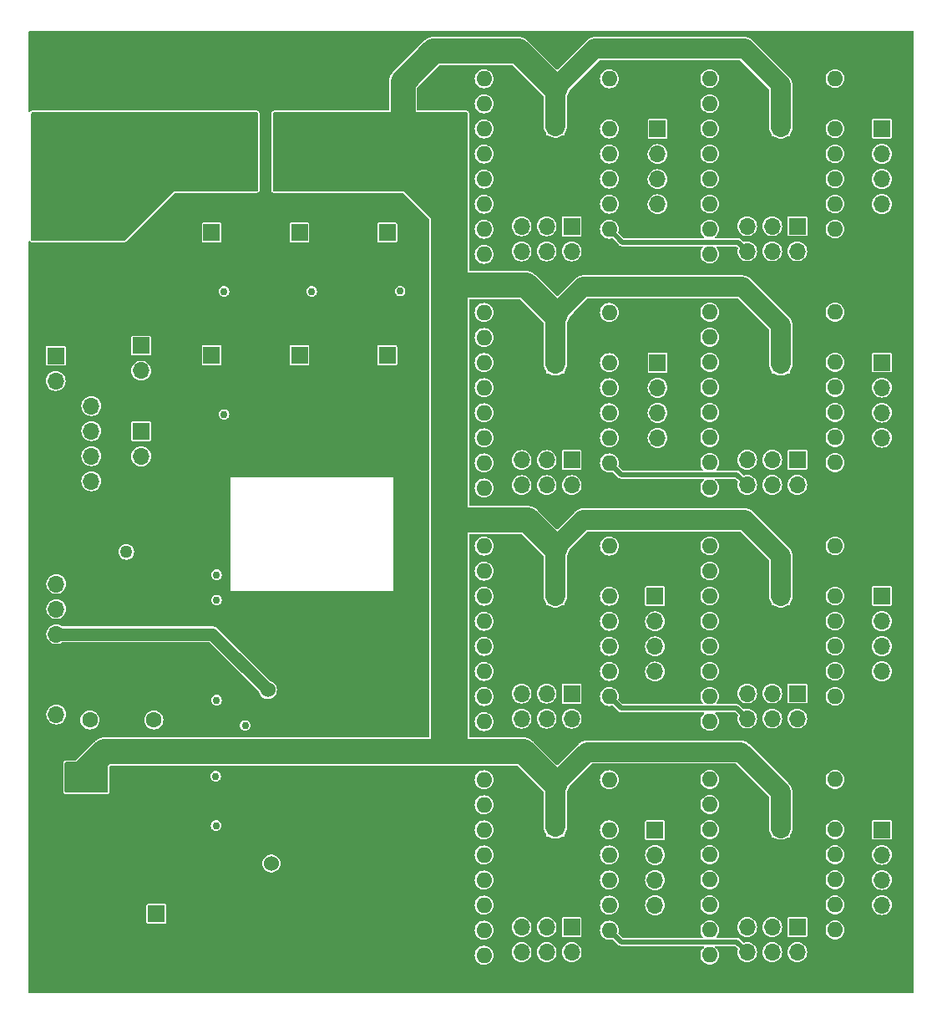
<source format=gbr>
%TF.GenerationSoftware,KiCad,Pcbnew,7.0.5*%
%TF.CreationDate,2023-08-20T17:21:48-04:00*%
%TF.ProjectId,RPi_Pico_W_A4988_control_board,5250695f-5069-4636-9f5f-575f41343938,rev?*%
%TF.SameCoordinates,Original*%
%TF.FileFunction,Copper,L4,Bot*%
%TF.FilePolarity,Positive*%
%FSLAX46Y46*%
G04 Gerber Fmt 4.6, Leading zero omitted, Abs format (unit mm)*
G04 Created by KiCad (PCBNEW 7.0.5) date 2023-08-20 17:21:48*
%MOMM*%
%LPD*%
G01*
G04 APERTURE LIST*
G04 Aperture macros list*
%AMRoundRect*
0 Rectangle with rounded corners*
0 $1 Rounding radius*
0 $2 $3 $4 $5 $6 $7 $8 $9 X,Y pos of 4 corners*
0 Add a 4 corners polygon primitive as box body*
4,1,4,$2,$3,$4,$5,$6,$7,$8,$9,$2,$3,0*
0 Add four circle primitives for the rounded corners*
1,1,$1+$1,$2,$3*
1,1,$1+$1,$4,$5*
1,1,$1+$1,$6,$7*
1,1,$1+$1,$8,$9*
0 Add four rect primitives between the rounded corners*
20,1,$1+$1,$2,$3,$4,$5,0*
20,1,$1+$1,$4,$5,$6,$7,0*
20,1,$1+$1,$6,$7,$8,$9,0*
20,1,$1+$1,$8,$9,$2,$3,0*%
G04 Aperture macros list end*
%TA.AperFunction,ComponentPad*%
%ADD10C,1.600000*%
%TD*%
%TA.AperFunction,ComponentPad*%
%ADD11R,1.600000X1.600000*%
%TD*%
%TA.AperFunction,ComponentPad*%
%ADD12R,1.700000X1.700000*%
%TD*%
%TA.AperFunction,ComponentPad*%
%ADD13O,1.700000X1.700000*%
%TD*%
%TA.AperFunction,ComponentPad*%
%ADD14C,2.500000*%
%TD*%
%TA.AperFunction,ComponentPad*%
%ADD15C,3.500000*%
%TD*%
%TA.AperFunction,ComponentPad*%
%ADD16O,1.600000X1.600000*%
%TD*%
%TA.AperFunction,ComponentPad*%
%ADD17R,2.400000X2.400000*%
%TD*%
%TA.AperFunction,ComponentPad*%
%ADD18C,2.400000*%
%TD*%
%TA.AperFunction,SMDPad,CuDef*%
%ADD19RoundRect,1.500000X5.000000X-1.500000X5.000000X1.500000X-5.000000X1.500000X-5.000000X-1.500000X0*%
%TD*%
%TA.AperFunction,ViaPad*%
%ADD20C,0.762000*%
%TD*%
%TA.AperFunction,ViaPad*%
%ADD21C,1.016000*%
%TD*%
%TA.AperFunction,ViaPad*%
%ADD22C,0.914400*%
%TD*%
%TA.AperFunction,ViaPad*%
%ADD23C,1.270000*%
%TD*%
%TA.AperFunction,ViaPad*%
%ADD24C,1.524000*%
%TD*%
%TA.AperFunction,Conductor*%
%ADD25C,2.032000*%
%TD*%
%TA.AperFunction,Conductor*%
%ADD26C,0.508000*%
%TD*%
%TA.AperFunction,Conductor*%
%ADD27C,2.540000*%
%TD*%
%TA.AperFunction,Conductor*%
%ADD28C,1.270000*%
%TD*%
G04 APERTURE END LIST*
D10*
%TO.P,SW1,1,1*%
%TO.N,GND*%
X107950000Y-93550000D03*
%TO.P,SW1,3,K*%
%TO.N,Net-(J23-Pin_2)*%
X107950000Y-98050000D03*
%TO.P,SW1,2,2*%
%TO.N,GND*%
X114450000Y-93550000D03*
%TO.P,SW1,4,A*%
%TO.N,Net-(J23-Pin_2)*%
X114450000Y-98050000D03*
%TD*%
D11*
%TO.P,C13,1*%
%TO.N,VPP*%
X178000000Y-38000000D03*
D10*
%TO.P,C13,2*%
%TO.N,GND*%
X178000000Y-40500000D03*
%TD*%
D12*
%TO.P,J2,1,Pin_1*%
%TO.N,2B_3*%
X188250000Y-85510000D03*
D13*
%TO.P,J2,2,Pin_2*%
%TO.N,2A_3*%
X188250000Y-88050000D03*
%TO.P,J2,3,Pin_3*%
%TO.N,1A_3*%
X188250000Y-90590000D03*
%TO.P,J2,4,Pin_4*%
%TO.N,1B_3*%
X188250000Y-93130000D03*
%TD*%
D12*
%TO.P,J13,1,Pin_1*%
%TO.N,MS1_1*%
X156805000Y-119025000D03*
D13*
%TO.P,J13,2,Pin_2*%
%TO.N,+3V3*%
X156805000Y-121565000D03*
%TO.P,J13,3,Pin_3*%
%TO.N,MS2_1*%
X154265000Y-119025000D03*
%TO.P,J13,4,Pin_4*%
%TO.N,+3V3*%
X154265000Y-121565000D03*
%TO.P,J13,5,Pin_5*%
%TO.N,MS3_1*%
X151725000Y-119025000D03*
%TO.P,J13,6,Pin_6*%
%TO.N,+3V3*%
X151725000Y-121565000D03*
%TD*%
D14*
%TO.P,U1,1,1*%
%TO.N,+12V*%
X119905000Y-40550000D03*
%TO.P,U1,2,2*%
X123565000Y-40550000D03*
%TO.P,U1,3,3*%
%TO.N,VPP*%
X128035000Y-40550000D03*
%TO.P,U1,4,4*%
X131695000Y-40550000D03*
%TD*%
D12*
%TO.P,J4,1,Pin_1*%
%TO.N,2B_1*%
X165250000Y-109195000D03*
D13*
%TO.P,J4,2,Pin_2*%
%TO.N,2A_1*%
X165250000Y-111735000D03*
%TO.P,J4,3,Pin_3*%
%TO.N,1A_1*%
X165250000Y-114275000D03*
%TO.P,J4,4,Pin_4*%
%TO.N,1B_1*%
X165250000Y-116815000D03*
%TD*%
D12*
%TO.P,J27,1,Pin_1*%
%TO.N,2B_7*%
X165510000Y-38200000D03*
D13*
%TO.P,J27,2,Pin_2*%
%TO.N,2A_7*%
X165510000Y-40740000D03*
%TO.P,J27,3,Pin_3*%
%TO.N,1A_7*%
X165510000Y-43280000D03*
%TO.P,J27,4,Pin_4*%
%TO.N,1B_7*%
X165510000Y-45820000D03*
%TD*%
D12*
%TO.P,J8,1,Pin_1*%
%TO.N,2B_6*%
X165510000Y-61865000D03*
D13*
%TO.P,J8,2,Pin_2*%
%TO.N,2A_6*%
X165510000Y-64405000D03*
%TO.P,J8,3,Pin_3*%
%TO.N,1A_6*%
X165510000Y-66945000D03*
%TO.P,J8,4,Pin_4*%
%TO.N,1B_6*%
X165510000Y-69485000D03*
%TD*%
D12*
%TO.P,J12,1,Pin_1*%
%TO.N,Net-(J12-Pin_1)*%
X138100000Y-61100000D03*
D13*
%TO.P,J12,2,Pin_2*%
%TO.N,GND*%
X140640000Y-61100000D03*
%TD*%
D12*
%TO.P,J25,1,Pin_1*%
%TO.N,MS1_8*%
X179685000Y-48040000D03*
D13*
%TO.P,J25,2,Pin_2*%
%TO.N,+3V3*%
X179685000Y-50580000D03*
%TO.P,J25,3,Pin_3*%
%TO.N,MS2_8*%
X177145000Y-48040000D03*
%TO.P,J25,4,Pin_4*%
%TO.N,+3V3*%
X177145000Y-50580000D03*
%TO.P,J25,5,Pin_5*%
%TO.N,MS3_8*%
X174605000Y-48040000D03*
%TO.P,J25,6,Pin_6*%
%TO.N,+3V3*%
X174605000Y-50580000D03*
%TD*%
D15*
%TO.P,H3,1,1*%
%TO.N,GND*%
X104500000Y-123000000D03*
%TD*%
%TO.P,H4,1,1*%
%TO.N,GND*%
X188750000Y-123000000D03*
%TD*%
D12*
%TO.P,J21,1,Pin_1*%
%TO.N,GND*%
X108100000Y-61170000D03*
D13*
%TO.P,J21,2,Pin_2*%
X108100000Y-63710000D03*
%TO.P,J21,3,Pin_3*%
%TO.N,VSYS*%
X108100000Y-66250000D03*
%TO.P,J21,4,Pin_4*%
X108100000Y-68790000D03*
%TO.P,J21,5,Pin_5*%
%TO.N,+3V3*%
X108100000Y-71330000D03*
%TO.P,J21,6,Pin_6*%
X108100000Y-73870000D03*
%TD*%
D12*
%TO.P,J28,1,Pin_1*%
%TO.N,IO27*%
X113150000Y-60140000D03*
D13*
%TO.P,J28,2,Pin_2*%
%TO.N,VSYS*%
X113150000Y-62680000D03*
%TO.P,J28,3,Pin_3*%
%TO.N,GND*%
X113150000Y-65220000D03*
%TD*%
D11*
%TO.P,A3,1,GND*%
%TO.N,GND*%
X183500000Y-98200000D03*
D16*
%TO.P,A3,2,VDD*%
%TO.N,+3V3*%
X183500000Y-95660000D03*
%TO.P,A3,3,1B*%
%TO.N,1B_3*%
X183500000Y-93120000D03*
%TO.P,A3,4,1A*%
%TO.N,1A_3*%
X183500000Y-90580000D03*
%TO.P,A3,5,2A*%
%TO.N,2A_3*%
X183500000Y-88040000D03*
%TO.P,A3,6,2B*%
%TO.N,2B_3*%
X183500000Y-85500000D03*
%TO.P,A3,7,GND*%
%TO.N,GND*%
X183500000Y-82960000D03*
%TO.P,A3,8,VMOT*%
%TO.N,VPP*%
X183500000Y-80420000D03*
%TO.P,A3,9,~{ENABLE}*%
%TO.N,Net-(A3-~{ENABLE})*%
X170800000Y-80420000D03*
%TO.P,A3,10,MS1*%
%TO.N,MS1_3*%
X170800000Y-82960000D03*
%TO.P,A3,11,MS2*%
%TO.N,MS2_3*%
X170800000Y-85500000D03*
%TO.P,A3,12,MS3*%
%TO.N,MS3_3*%
X170800000Y-88040000D03*
%TO.P,A3,13,~{RESET}*%
%TO.N,Net-(A3-~{RESET})*%
X170800000Y-90580000D03*
%TO.P,A3,14,~{SLEEP}*%
X170800000Y-93120000D03*
%TO.P,A3,15,STEP*%
%TO.N,STEP_3*%
X170800000Y-95660000D03*
%TO.P,A3,16,DIR*%
%TO.N,DIR_3*%
X170800000Y-98200000D03*
%TD*%
D12*
%TO.P,J11,1,Pin_1*%
%TO.N,Net-(J11-Pin_1)*%
X129200000Y-61100000D03*
D13*
%TO.P,J11,2,Pin_2*%
%TO.N,GND*%
X131740000Y-61100000D03*
%TD*%
D12*
%TO.P,J22,1,Pin_1*%
%TO.N,VSYS*%
X114700000Y-117675000D03*
D13*
%TO.P,J22,2,Pin_2*%
%TO.N,GND*%
X114700000Y-115135000D03*
%TD*%
D11*
%TO.P,C15,1*%
%TO.N,VPP*%
X178000000Y-85500000D03*
D10*
%TO.P,C15,2*%
%TO.N,GND*%
X178000000Y-88000000D03*
%TD*%
D11*
%TO.P,C17,1*%
%TO.N,VPP*%
X155150000Y-62000000D03*
D10*
%TO.P,C17,2*%
%TO.N,GND*%
X155150000Y-64500000D03*
%TD*%
D15*
%TO.P,H1,1,1*%
%TO.N,GND*%
X104500000Y-31000000D03*
%TD*%
D11*
%TO.P,C19,1*%
%TO.N,VPP*%
X178000000Y-109000000D03*
D10*
%TO.P,C19,2*%
%TO.N,GND*%
X178000000Y-111500000D03*
%TD*%
D11*
%TO.P,A2,1,GND*%
%TO.N,GND*%
X183500000Y-121865000D03*
D16*
%TO.P,A2,2,VDD*%
%TO.N,+3V3*%
X183500000Y-119325000D03*
%TO.P,A2,3,1B*%
%TO.N,1B_2*%
X183500000Y-116785000D03*
%TO.P,A2,4,1A*%
%TO.N,1A_2*%
X183500000Y-114245000D03*
%TO.P,A2,5,2A*%
%TO.N,2A_2*%
X183500000Y-111705000D03*
%TO.P,A2,6,2B*%
%TO.N,2B_2*%
X183500000Y-109165000D03*
%TO.P,A2,7,GND*%
%TO.N,GND*%
X183500000Y-106625000D03*
%TO.P,A2,8,VMOT*%
%TO.N,VPP*%
X183500000Y-104085000D03*
%TO.P,A2,9,~{ENABLE}*%
%TO.N,Net-(A2-~{ENABLE})*%
X170800000Y-104085000D03*
%TO.P,A2,10,MS1*%
%TO.N,MS1_2*%
X170800000Y-106625000D03*
%TO.P,A2,11,MS2*%
%TO.N,MS2_2*%
X170800000Y-109165000D03*
%TO.P,A2,12,MS3*%
%TO.N,MS3_2*%
X170800000Y-111705000D03*
%TO.P,A2,13,~{RESET}*%
%TO.N,Net-(A2-~{RESET})*%
X170800000Y-114245000D03*
%TO.P,A2,14,~{SLEEP}*%
X170800000Y-116785000D03*
%TO.P,A2,15,STEP*%
%TO.N,STEP_2*%
X170800000Y-119325000D03*
%TO.P,A2,16,DIR*%
%TO.N,DIR_2*%
X170800000Y-121865000D03*
%TD*%
D11*
%TO.P,C12,1*%
%TO.N,VPP*%
X155150000Y-37900000D03*
D10*
%TO.P,C12,2*%
%TO.N,GND*%
X155150000Y-40400000D03*
%TD*%
D11*
%TO.P,C16,1*%
%TO.N,VPP*%
X155150000Y-85500000D03*
D10*
%TO.P,C16,2*%
%TO.N,GND*%
X155150000Y-88000000D03*
%TD*%
D12*
%TO.P,J17,1,Pin_1*%
%TO.N,MS1_5*%
X179685000Y-71705000D03*
D13*
%TO.P,J17,2,Pin_2*%
%TO.N,+3V3*%
X179685000Y-74245000D03*
%TO.P,J17,3,Pin_3*%
%TO.N,MS2_5*%
X177145000Y-71705000D03*
%TO.P,J17,4,Pin_4*%
%TO.N,+3V3*%
X177145000Y-74245000D03*
%TO.P,J17,5,Pin_5*%
%TO.N,MS3_5*%
X174605000Y-71705000D03*
%TO.P,J17,6,Pin_6*%
%TO.N,+3V3*%
X174605000Y-74245000D03*
%TD*%
D15*
%TO.P,H2,1,1*%
%TO.N,GND*%
X188750000Y-31000000D03*
%TD*%
D12*
%TO.P,J19,1,Pin_1*%
%TO.N,GND*%
X104550000Y-81740000D03*
D13*
%TO.P,J19,2,Pin_2*%
%TO.N,SDA*%
X104550000Y-84280000D03*
%TO.P,J19,3,Pin_3*%
%TO.N,SCL*%
X104550000Y-86820000D03*
%TO.P,J19,4,Pin_4*%
%TO.N,+3V3*%
X104550000Y-89360000D03*
%TD*%
D12*
%TO.P,J5,1,Pin_1*%
%TO.N,2B_5*%
X188250000Y-61845000D03*
D13*
%TO.P,J5,2,Pin_2*%
%TO.N,2A_5*%
X188250000Y-64385000D03*
%TO.P,J5,3,Pin_3*%
%TO.N,1A_5*%
X188250000Y-66925000D03*
%TO.P,J5,4,Pin_4*%
%TO.N,1B_5*%
X188250000Y-69465000D03*
%TD*%
D11*
%TO.P,A7,1,GND*%
%TO.N,GND*%
X160620000Y-50890000D03*
D16*
%TO.P,A7,2,VDD*%
%TO.N,+3V3*%
X160620000Y-48350000D03*
%TO.P,A7,3,1B*%
%TO.N,1B_7*%
X160620000Y-45810000D03*
%TO.P,A7,4,1A*%
%TO.N,1A_7*%
X160620000Y-43270000D03*
%TO.P,A7,5,2A*%
%TO.N,2A_7*%
X160620000Y-40730000D03*
%TO.P,A7,6,2B*%
%TO.N,2B_7*%
X160620000Y-38190000D03*
%TO.P,A7,7,GND*%
%TO.N,GND*%
X160620000Y-35650000D03*
%TO.P,A7,8,VMOT*%
%TO.N,VPP*%
X160620000Y-33110000D03*
%TO.P,A7,9,~{ENABLE}*%
%TO.N,Net-(A7-~{ENABLE})*%
X147920000Y-33110000D03*
%TO.P,A7,10,MS1*%
%TO.N,MS1_7*%
X147920000Y-35650000D03*
%TO.P,A7,11,MS2*%
%TO.N,MS2_7*%
X147920000Y-38190000D03*
%TO.P,A7,12,MS3*%
%TO.N,MS3_7*%
X147920000Y-40730000D03*
%TO.P,A7,13,~{RESET}*%
%TO.N,Net-(A7-~{RESET})*%
X147920000Y-43270000D03*
%TO.P,A7,14,~{SLEEP}*%
X147920000Y-45810000D03*
%TO.P,A7,15,STEP*%
%TO.N,STEP_7*%
X147920000Y-48350000D03*
%TO.P,A7,16,DIR*%
%TO.N,DIR_7*%
X147920000Y-50890000D03*
%TD*%
D12*
%TO.P,J26,1,Pin_1*%
%TO.N,2B_8*%
X188250000Y-38180000D03*
D13*
%TO.P,J26,2,Pin_2*%
%TO.N,2A_8*%
X188250000Y-40720000D03*
%TO.P,J26,3,Pin_3*%
%TO.N,1A_8*%
X188250000Y-43260000D03*
%TO.P,J26,4,Pin_4*%
%TO.N,1B_8*%
X188250000Y-45800000D03*
%TD*%
D17*
%TO.P,C11,1*%
%TO.N,+12V*%
X109400000Y-48176041D03*
D18*
%TO.P,C11,2*%
%TO.N,GND*%
X109400000Y-53176041D03*
%TD*%
D11*
%TO.P,A5,1,GND*%
%TO.N,GND*%
X183500000Y-74535000D03*
D16*
%TO.P,A5,2,VDD*%
%TO.N,+3V3*%
X183500000Y-71995000D03*
%TO.P,A5,3,1B*%
%TO.N,1B_5*%
X183500000Y-69455000D03*
%TO.P,A5,4,1A*%
%TO.N,1A_5*%
X183500000Y-66915000D03*
%TO.P,A5,5,2A*%
%TO.N,2A_5*%
X183500000Y-64375000D03*
%TO.P,A5,6,2B*%
%TO.N,2B_5*%
X183500000Y-61835000D03*
%TO.P,A5,7,GND*%
%TO.N,GND*%
X183500000Y-59295000D03*
%TO.P,A5,8,VMOT*%
%TO.N,VPP*%
X183500000Y-56755000D03*
%TO.P,A5,9,~{ENABLE}*%
%TO.N,Net-(A5-~{ENABLE})*%
X170800000Y-56755000D03*
%TO.P,A5,10,MS1*%
%TO.N,MS1_5*%
X170800000Y-59295000D03*
%TO.P,A5,11,MS2*%
%TO.N,MS2_5*%
X170800000Y-61835000D03*
%TO.P,A5,12,MS3*%
%TO.N,MS3_5*%
X170800000Y-64375000D03*
%TO.P,A5,13,~{RESET}*%
%TO.N,Net-(A5-~{RESET})*%
X170800000Y-66915000D03*
%TO.P,A5,14,~{SLEEP}*%
X170800000Y-69455000D03*
%TO.P,A5,15,STEP*%
%TO.N,STEP_5*%
X170800000Y-71995000D03*
%TO.P,A5,16,DIR*%
%TO.N,DIR_5*%
X170800000Y-74535000D03*
%TD*%
D11*
%TO.P,A6,1,GND*%
%TO.N,GND*%
X160620000Y-74555000D03*
D16*
%TO.P,A6,2,VDD*%
%TO.N,+3V3*%
X160620000Y-72015000D03*
%TO.P,A6,3,1B*%
%TO.N,1B_6*%
X160620000Y-69475000D03*
%TO.P,A6,4,1A*%
%TO.N,1A_6*%
X160620000Y-66935000D03*
%TO.P,A6,5,2A*%
%TO.N,2A_6*%
X160620000Y-64395000D03*
%TO.P,A6,6,2B*%
%TO.N,2B_6*%
X160620000Y-61855000D03*
%TO.P,A6,7,GND*%
%TO.N,GND*%
X160620000Y-59315000D03*
%TO.P,A6,8,VMOT*%
%TO.N,VPP*%
X160620000Y-56775000D03*
%TO.P,A6,9,~{ENABLE}*%
%TO.N,Net-(A6-~{ENABLE})*%
X147920000Y-56775000D03*
%TO.P,A6,10,MS1*%
%TO.N,MS1_6*%
X147920000Y-59315000D03*
%TO.P,A6,11,MS2*%
%TO.N,MS2_6*%
X147920000Y-61855000D03*
%TO.P,A6,12,MS3*%
%TO.N,MS3_6*%
X147920000Y-64395000D03*
%TO.P,A6,13,~{RESET}*%
%TO.N,Net-(A6-~{RESET})*%
X147920000Y-66935000D03*
%TO.P,A6,14,~{SLEEP}*%
X147920000Y-69475000D03*
%TO.P,A6,15,STEP*%
%TO.N,STEP_6*%
X147920000Y-72015000D03*
%TO.P,A6,16,DIR*%
%TO.N,DIR_6*%
X147920000Y-74555000D03*
%TD*%
D11*
%TO.P,A1,1,GND*%
%TO.N,GND*%
X160620000Y-121885000D03*
D16*
%TO.P,A1,2,VDD*%
%TO.N,+3V3*%
X160620000Y-119345000D03*
%TO.P,A1,3,1B*%
%TO.N,1B_1*%
X160620000Y-116805000D03*
%TO.P,A1,4,1A*%
%TO.N,1A_1*%
X160620000Y-114265000D03*
%TO.P,A1,5,2A*%
%TO.N,2A_1*%
X160620000Y-111725000D03*
%TO.P,A1,6,2B*%
%TO.N,2B_1*%
X160620000Y-109185000D03*
%TO.P,A1,7,GND*%
%TO.N,GND*%
X160620000Y-106645000D03*
%TO.P,A1,8,VMOT*%
%TO.N,VPP*%
X160620000Y-104105000D03*
%TO.P,A1,9,~{ENABLE}*%
%TO.N,Net-(A1-~{ENABLE})*%
X147920000Y-104105000D03*
%TO.P,A1,10,MS1*%
%TO.N,MS1_1*%
X147920000Y-106645000D03*
%TO.P,A1,11,MS2*%
%TO.N,MS2_1*%
X147920000Y-109185000D03*
%TO.P,A1,12,MS3*%
%TO.N,MS3_1*%
X147920000Y-111725000D03*
%TO.P,A1,13,~{RESET}*%
%TO.N,Net-(A1-~{RESET})*%
X147920000Y-114265000D03*
%TO.P,A1,14,~{SLEEP}*%
X147920000Y-116805000D03*
%TO.P,A1,15,STEP*%
%TO.N,STEP_1*%
X147920000Y-119345000D03*
%TO.P,A1,16,DIR*%
%TO.N,DIR_1*%
X147920000Y-121885000D03*
%TD*%
D11*
%TO.P,C18,1*%
%TO.N,VPP*%
X155150000Y-108900000D03*
D10*
%TO.P,C18,2*%
%TO.N,GND*%
X155150000Y-111400000D03*
%TD*%
D12*
%TO.P,J18,1,Pin_1*%
%TO.N,MS1_6*%
X156805000Y-71725000D03*
D13*
%TO.P,J18,2,Pin_2*%
%TO.N,+3V3*%
X156805000Y-74265000D03*
%TO.P,J18,3,Pin_3*%
%TO.N,MS2_6*%
X154265000Y-71725000D03*
%TO.P,J18,4,Pin_4*%
%TO.N,+3V3*%
X154265000Y-74265000D03*
%TO.P,J18,5,Pin_5*%
%TO.N,MS3_6*%
X151725000Y-71725000D03*
%TO.P,J18,6,Pin_6*%
%TO.N,+3V3*%
X151725000Y-74265000D03*
%TD*%
D12*
%TO.P,J15,1,Pin_1*%
%TO.N,MS1_3*%
X179685000Y-95370000D03*
D13*
%TO.P,J15,2,Pin_2*%
%TO.N,+3V3*%
X179685000Y-97910000D03*
%TO.P,J15,3,Pin_3*%
%TO.N,MS2_3*%
X177145000Y-95370000D03*
%TO.P,J15,4,Pin_4*%
%TO.N,+3V3*%
X177145000Y-97910000D03*
%TO.P,J15,5,Pin_5*%
%TO.N,MS3_3*%
X174605000Y-95370000D03*
%TO.P,J15,6,Pin_6*%
%TO.N,+3V3*%
X174605000Y-97910000D03*
%TD*%
D12*
%TO.P,J3,1,Pin_1*%
%TO.N,2B_4*%
X165250000Y-85530000D03*
D13*
%TO.P,J3,2,Pin_2*%
%TO.N,2A_4*%
X165250000Y-88070000D03*
%TO.P,J3,3,Pin_3*%
%TO.N,1A_4*%
X165250000Y-90610000D03*
%TO.P,J3,4,Pin_4*%
%TO.N,1B_4*%
X165250000Y-93150000D03*
%TD*%
D12*
%TO.P,J9,1,Pin_1*%
%TO.N,Net-(J9-Pin_1)*%
X138100000Y-48687500D03*
D13*
%TO.P,J9,2,Pin_2*%
%TO.N,GND*%
X140640000Y-48687500D03*
%TD*%
D11*
%TO.P,A8,1,GND*%
%TO.N,GND*%
X183500000Y-50870000D03*
D16*
%TO.P,A8,2,VDD*%
%TO.N,+3V3*%
X183500000Y-48330000D03*
%TO.P,A8,3,1B*%
%TO.N,1B_8*%
X183500000Y-45790000D03*
%TO.P,A8,4,1A*%
%TO.N,1A_8*%
X183500000Y-43250000D03*
%TO.P,A8,5,2A*%
%TO.N,2A_8*%
X183500000Y-40710000D03*
%TO.P,A8,6,2B*%
%TO.N,2B_8*%
X183500000Y-38170000D03*
%TO.P,A8,7,GND*%
%TO.N,GND*%
X183500000Y-35630000D03*
%TO.P,A8,8,VMOT*%
%TO.N,VPP*%
X183500000Y-33090000D03*
%TO.P,A8,9,~{ENABLE}*%
%TO.N,Net-(A8-~{ENABLE})*%
X170800000Y-33090000D03*
%TO.P,A8,10,MS1*%
%TO.N,MS1_8*%
X170800000Y-35630000D03*
%TO.P,A8,11,MS2*%
%TO.N,MS2_8*%
X170800000Y-38170000D03*
%TO.P,A8,12,MS3*%
%TO.N,MS3_8*%
X170800000Y-40710000D03*
%TO.P,A8,13,~{RESET}*%
%TO.N,Net-(A8-~{RESET})*%
X170800000Y-43250000D03*
%TO.P,A8,14,~{SLEEP}*%
X170800000Y-45790000D03*
%TO.P,A8,15,STEP*%
%TO.N,STEP_8*%
X170800000Y-48330000D03*
%TO.P,A8,16,DIR*%
%TO.N,DIR_8*%
X170800000Y-50870000D03*
%TD*%
D12*
%TO.P,J14,1,Pin_1*%
%TO.N,MS1_2*%
X179685000Y-119035000D03*
D13*
%TO.P,J14,2,Pin_2*%
%TO.N,+3V3*%
X179685000Y-121575000D03*
%TO.P,J14,3,Pin_3*%
%TO.N,MS2_2*%
X177145000Y-119035000D03*
%TO.P,J14,4,Pin_4*%
%TO.N,+3V3*%
X177145000Y-121575000D03*
%TO.P,J14,5,Pin_5*%
%TO.N,MS3_2*%
X174605000Y-119035000D03*
%TO.P,J14,6,Pin_6*%
%TO.N,+3V3*%
X174605000Y-121575000D03*
%TD*%
D12*
%TO.P,J16,1,Pin_1*%
%TO.N,MS1_4*%
X156805000Y-95390000D03*
D13*
%TO.P,J16,2,Pin_2*%
%TO.N,+3V3*%
X156805000Y-97930000D03*
%TO.P,J16,3,Pin_3*%
%TO.N,MS2_4*%
X154265000Y-95390000D03*
%TO.P,J16,4,Pin_4*%
%TO.N,+3V3*%
X154265000Y-97930000D03*
%TO.P,J16,5,Pin_5*%
%TO.N,MS3_4*%
X151725000Y-95390000D03*
%TO.P,J16,6,Pin_6*%
%TO.N,+3V3*%
X151725000Y-97930000D03*
%TD*%
D11*
%TO.P,A4,1,GND*%
%TO.N,GND*%
X160620000Y-98220000D03*
D16*
%TO.P,A4,2,VDD*%
%TO.N,+3V3*%
X160620000Y-95680000D03*
%TO.P,A4,3,1B*%
%TO.N,1B_4*%
X160620000Y-93140000D03*
%TO.P,A4,4,1A*%
%TO.N,1A_4*%
X160620000Y-90600000D03*
%TO.P,A4,5,2A*%
%TO.N,2A_4*%
X160620000Y-88060000D03*
%TO.P,A4,6,2B*%
%TO.N,2B_4*%
X160620000Y-85520000D03*
%TO.P,A4,7,GND*%
%TO.N,GND*%
X160620000Y-82980000D03*
%TO.P,A4,8,VMOT*%
%TO.N,VPP*%
X160620000Y-80440000D03*
%TO.P,A4,9,~{ENABLE}*%
%TO.N,Net-(A4-~{ENABLE})*%
X147920000Y-80440000D03*
%TO.P,A4,10,MS1*%
%TO.N,MS1_4*%
X147920000Y-82980000D03*
%TO.P,A4,11,MS2*%
%TO.N,MS2_4*%
X147920000Y-85520000D03*
%TO.P,A4,12,MS3*%
%TO.N,MS3_4*%
X147920000Y-88060000D03*
%TO.P,A4,13,~{RESET}*%
%TO.N,Net-(A4-~{RESET})*%
X147920000Y-90600000D03*
%TO.P,A4,14,~{SLEEP}*%
X147920000Y-93140000D03*
%TO.P,A4,15,STEP*%
%TO.N,STEP_4*%
X147920000Y-95680000D03*
%TO.P,A4,16,DIR*%
%TO.N,DIR_4*%
X147920000Y-98220000D03*
%TD*%
D12*
%TO.P,J24,1,Pin_1*%
%TO.N,MS1_7*%
X156805000Y-48060000D03*
D13*
%TO.P,J24,2,Pin_2*%
%TO.N,+3V3*%
X156805000Y-50600000D03*
%TO.P,J24,3,Pin_3*%
%TO.N,MS2_7*%
X154265000Y-48060000D03*
%TO.P,J24,4,Pin_4*%
%TO.N,+3V3*%
X154265000Y-50600000D03*
%TO.P,J24,5,Pin_5*%
%TO.N,MS3_7*%
X151725000Y-48060000D03*
%TO.P,J24,6,Pin_6*%
%TO.N,+3V3*%
X151725000Y-50600000D03*
%TD*%
D12*
%TO.P,J10,1,Pin_1*%
%TO.N,Net-(J10-Pin_1)*%
X120300000Y-61100000D03*
D13*
%TO.P,J10,2,Pin_2*%
%TO.N,GND*%
X122840000Y-61100000D03*
%TD*%
D12*
%TO.P,J29,1,Pin_1*%
%TO.N,IO28*%
X113150000Y-68820000D03*
D13*
%TO.P,J29,2,Pin_2*%
%TO.N,VSYS*%
X113150000Y-71360000D03*
%TO.P,J29,3,Pin_3*%
%TO.N,GND*%
X113150000Y-73900000D03*
%TD*%
D11*
%TO.P,C14,1*%
%TO.N,VPP*%
X178000000Y-62000000D03*
D10*
%TO.P,C14,2*%
%TO.N,GND*%
X178000000Y-64500000D03*
%TD*%
D12*
%TO.P,J6,1,Pin_1*%
%TO.N,Net-(J6-Pin_1)*%
X120300000Y-48687500D03*
D13*
%TO.P,J6,2,Pin_2*%
%TO.N,GND*%
X122840000Y-48687500D03*
%TD*%
D12*
%TO.P,J23,1,Pin_1*%
%TO.N,GND*%
X104550000Y-94960000D03*
D13*
%TO.P,J23,2,Pin_2*%
%TO.N,Net-(J23-Pin_2)*%
X104550000Y-97500000D03*
%TD*%
D12*
%TO.P,J20,1,Pin_1*%
%TO.N,IO27*%
X104500000Y-61170000D03*
D13*
%TO.P,J20,2,Pin_2*%
%TO.N,IO28*%
X104500000Y-63710000D03*
%TO.P,J20,3,Pin_3*%
%TO.N,GND*%
X104500000Y-66250000D03*
%TO.P,J20,4,Pin_4*%
X104500000Y-68790000D03*
%TO.P,J20,5,Pin_5*%
X104500000Y-71330000D03*
%TO.P,J20,6,Pin_6*%
X104500000Y-73870000D03*
%TD*%
D12*
%TO.P,J7,1,Pin_1*%
%TO.N,Net-(J7-Pin_1)*%
X129200000Y-48687500D03*
D13*
%TO.P,J7,2,Pin_2*%
%TO.N,GND*%
X131740000Y-48687500D03*
%TD*%
D12*
%TO.P,J1,1,Pin_1*%
%TO.N,2B_2*%
X188250000Y-109175000D03*
D13*
%TO.P,J1,2,Pin_2*%
%TO.N,2A_2*%
X188250000Y-111715000D03*
%TO.P,J1,3,Pin_3*%
%TO.N,1A_2*%
X188250000Y-114255000D03*
%TO.P,J1,4,Pin_4*%
%TO.N,1B_2*%
X188250000Y-116795000D03*
%TD*%
D19*
%TO.P,J30,1*%
%TO.N,+12V*%
X109500000Y-41000000D03*
%TD*%
D20*
%TO.N,GND*%
X186000000Y-79000000D03*
X107000000Y-57000000D03*
X190000000Y-100500000D03*
X117000000Y-53000000D03*
X186000000Y-102500000D03*
X132000000Y-46000000D03*
X113000000Y-53000000D03*
X128000000Y-46000000D03*
X117000000Y-49000000D03*
X106000000Y-119000000D03*
X188000000Y-53000000D03*
X190000000Y-53000000D03*
X188000000Y-73000000D03*
X103000000Y-55000000D03*
X113000000Y-57000000D03*
X186000000Y-51000000D03*
X190000000Y-55000000D03*
X110000000Y-123000000D03*
X104000000Y-119000000D03*
X111000000Y-57000000D03*
X190000000Y-57000000D03*
X186000000Y-96500000D03*
X186000000Y-100500000D03*
X125000000Y-87000000D03*
X188000000Y-96500000D03*
X112000000Y-123000000D03*
X136000000Y-46000000D03*
X190000000Y-73000000D03*
X131000000Y-47000000D03*
X129000000Y-95000000D03*
X135000000Y-51000000D03*
X119000000Y-47000000D03*
X118000000Y-46000000D03*
X188000000Y-75000000D03*
X190000000Y-79000000D03*
X190000000Y-98500000D03*
X186000000Y-98500000D03*
X111000000Y-51000000D03*
X190000000Y-49000000D03*
X141250000Y-80900000D03*
X186000000Y-104500000D03*
X139000000Y-47000000D03*
X190000000Y-81000000D03*
X186000000Y-57000000D03*
X108000000Y-119000000D03*
X109000000Y-51000000D03*
X126000000Y-54000000D03*
X137000000Y-87000000D03*
X186000000Y-77000000D03*
X105000000Y-53000000D03*
X133000000Y-95000000D03*
X135000000Y-49000000D03*
X115000000Y-53000000D03*
X186000000Y-49000000D03*
X126000000Y-50000000D03*
X186000000Y-73000000D03*
X121000000Y-47000000D03*
X188000000Y-98500000D03*
X123000000Y-47000000D03*
X137000000Y-95000000D03*
X105000000Y-57000000D03*
X105000000Y-55000000D03*
X137000000Y-47000000D03*
X104000000Y-102000000D03*
X117000000Y-51000000D03*
X120800000Y-80700000D03*
X190000000Y-102500000D03*
X138000000Y-46000000D03*
X186000000Y-53000000D03*
X108000000Y-121000000D03*
X122000000Y-46000000D03*
X120000000Y-46000000D03*
X115000000Y-51000000D03*
X186000000Y-75000000D03*
X130000000Y-46000000D03*
X114000000Y-123000000D03*
X125000000Y-47000000D03*
X113000000Y-104000000D03*
X129000000Y-47000000D03*
X135000000Y-53000000D03*
X115000000Y-49000000D03*
X103000000Y-53000000D03*
X134000000Y-46000000D03*
X190000000Y-77000000D03*
X110000000Y-119000000D03*
X107000000Y-53000000D03*
X188000000Y-77000000D03*
X140100000Y-119050000D03*
X133000000Y-87000000D03*
X104000000Y-100000000D03*
X126000000Y-52000000D03*
X190000000Y-104500000D03*
X117000000Y-47000000D03*
X188000000Y-57000000D03*
X188000000Y-100500000D03*
X188000000Y-81000000D03*
X188000000Y-104500000D03*
X190000000Y-75000000D03*
X107000000Y-55000000D03*
X188000000Y-49000000D03*
X103000000Y-57000000D03*
X140150000Y-106350000D03*
X126000000Y-48000000D03*
X109000000Y-57000000D03*
X110000000Y-121000000D03*
X188000000Y-55000000D03*
X111000000Y-104000000D03*
X135000000Y-47000000D03*
X188000000Y-102500000D03*
X139250000Y-80900000D03*
X188000000Y-79000000D03*
X107000000Y-51000000D03*
X104000000Y-104000000D03*
X115000000Y-104000000D03*
X105000000Y-51000000D03*
X124000000Y-46000000D03*
X120900000Y-119000000D03*
X115000000Y-55000000D03*
X115000000Y-57000000D03*
X129000000Y-91000000D03*
X113000000Y-55000000D03*
X117000000Y-55000000D03*
X127000000Y-47000000D03*
X190000000Y-51000000D03*
X108000000Y-123000000D03*
X112000000Y-121000000D03*
X103000000Y-51000000D03*
X120800000Y-106200000D03*
X190000000Y-96500000D03*
X106000000Y-100000000D03*
X126000000Y-46000000D03*
X137000000Y-91000000D03*
X140150000Y-93600000D03*
X133000000Y-47000000D03*
X186000000Y-81000000D03*
X114000000Y-121000000D03*
X116000000Y-123000000D03*
X113000000Y-51000000D03*
X186000000Y-55000000D03*
X129000000Y-87000000D03*
X188000000Y-51000000D03*
X133000000Y-91000000D03*
D21*
%TO.N,VPP*%
X109000000Y-104500000D03*
X109000000Y-103100000D03*
X107600000Y-104500000D03*
X107600000Y-103100000D03*
X106200000Y-104500000D03*
D22*
X136450000Y-38700000D03*
D21*
X106200000Y-103100000D03*
D23*
%TO.N,+3V3*%
X111650000Y-81040000D03*
D24*
X126350000Y-112600000D03*
X126000000Y-95000000D03*
D20*
%TO.N,LIMIT_SW_2*%
X130450000Y-54650000D03*
X120800000Y-85900000D03*
%TO.N,LIMIT_SW_1*%
X120800000Y-96050000D03*
X121550000Y-54650000D03*
%TO.N,LIMIT_SW_3*%
X139400000Y-54600000D03*
X120800000Y-83350000D03*
%TO.N,LIMIT_SW_4*%
X121550000Y-67100000D03*
X123700000Y-98600000D03*
%TO.N,IO28*%
X120750000Y-108750000D03*
%TO.N,IO27*%
X120700000Y-103750000D03*
%TD*%
D25*
%TO.N,VPP*%
X178000000Y-62000000D02*
X178000000Y-58050000D01*
X178000000Y-58050000D02*
X174150000Y-54200000D01*
X157950000Y-54200000D02*
X155150000Y-57000000D01*
X174150000Y-54200000D02*
X157950000Y-54200000D01*
D26*
%TO.N,+3V3*%
X173561400Y-120531400D02*
X174605000Y-121575000D01*
X161806400Y-120531400D02*
X173561400Y-120531400D01*
X160620000Y-119345000D02*
X161806400Y-120531400D01*
X173561400Y-96866400D02*
X174605000Y-97910000D01*
X161806400Y-96866400D02*
X173561400Y-96866400D01*
X160620000Y-95680000D02*
X161806400Y-96866400D01*
X173561400Y-73201400D02*
X174605000Y-74245000D01*
X161806400Y-73201400D02*
X173561400Y-73201400D01*
X160620000Y-72015000D02*
X161806400Y-73201400D01*
X173688600Y-49663600D02*
X174605000Y-50580000D01*
X160620000Y-48350000D02*
X161933600Y-49663600D01*
X161933600Y-49663600D02*
X173688600Y-49663600D01*
D27*
%TO.N,VPP*%
X139700000Y-33400000D02*
X139700000Y-37850000D01*
D25*
X173950000Y-101300000D02*
X158350000Y-101300000D01*
X159150000Y-30050000D02*
X155150000Y-34050000D01*
X155150000Y-85500000D02*
X155150000Y-80600000D01*
D27*
X155150000Y-104500000D02*
X151900000Y-101250000D01*
X152150000Y-54000000D02*
X145000000Y-54000000D01*
D25*
X174350000Y-30050000D02*
X159150000Y-30050000D01*
X157950000Y-77800000D02*
X155150000Y-80600000D01*
X155150000Y-108900000D02*
X155150000Y-104500000D01*
D27*
X151900000Y-101250000D02*
X109450000Y-101250000D01*
D25*
X178000000Y-85500000D02*
X178000000Y-81400000D01*
X178000000Y-109000000D02*
X178000000Y-105350000D01*
D27*
X155150000Y-34050000D02*
X151850000Y-30750000D01*
D25*
X158350000Y-101300000D02*
X155150000Y-104500000D01*
X174400000Y-77800000D02*
X157950000Y-77800000D01*
X178000000Y-105350000D02*
X173950000Y-101300000D01*
D27*
X152350000Y-77800000D02*
X144750000Y-77800000D01*
X155150000Y-80600000D02*
X152350000Y-77800000D01*
X151400000Y-30300000D02*
X145500000Y-30300000D01*
D25*
X178000000Y-38000000D02*
X178000000Y-33700000D01*
X178000000Y-33700000D02*
X174350000Y-30050000D01*
D27*
X151850000Y-30750000D02*
X151400000Y-30300000D01*
D25*
X155150000Y-62000000D02*
X155150000Y-57000000D01*
D27*
X155150000Y-57000000D02*
X152150000Y-54000000D01*
D25*
X155150000Y-37900000D02*
X155150000Y-34050000D01*
D27*
X145500000Y-30300000D02*
X142800000Y-30300000D01*
D25*
X178000000Y-81400000D02*
X174400000Y-77800000D01*
D27*
X142800000Y-30300000D02*
X139700000Y-33400000D01*
X109450000Y-101250000D02*
X107600000Y-103100000D01*
D28*
%TO.N,+3V3*%
X120360000Y-89360000D02*
X104550000Y-89360000D01*
X126000000Y-95000000D02*
X120360000Y-89360000D01*
%TD*%
%TA.AperFunction,Conductor*%
%TO.N,GND*%
G36*
X191454031Y-28273713D02*
G01*
X191490576Y-28324013D01*
X191495500Y-28355100D01*
X191495500Y-125644900D01*
X191476287Y-125704031D01*
X191425987Y-125740576D01*
X191394900Y-125745500D01*
X101855100Y-125745500D01*
X101795969Y-125726287D01*
X101759424Y-125675987D01*
X101754500Y-125644900D01*
X101754500Y-121885000D01*
X146962489Y-121885000D01*
X146980887Y-122071801D01*
X146980887Y-122071803D01*
X146980888Y-122071805D01*
X147035372Y-122251418D01*
X147035374Y-122251422D01*
X147116349Y-122402916D01*
X147123859Y-122416965D01*
X147123861Y-122416967D01*
X147123862Y-122416969D01*
X147242932Y-122562058D01*
X147242941Y-122562067D01*
X147388030Y-122681137D01*
X147388035Y-122681141D01*
X147553576Y-122769625D01*
X147553578Y-122769625D01*
X147553581Y-122769627D01*
X147643387Y-122796869D01*
X147733199Y-122824113D01*
X147920000Y-122842511D01*
X148106801Y-122824113D01*
X148252982Y-122779769D01*
X148286418Y-122769627D01*
X148286418Y-122769626D01*
X148286424Y-122769625D01*
X148451965Y-122681141D01*
X148597063Y-122562063D01*
X148716141Y-122416965D01*
X148804625Y-122251424D01*
X148859113Y-122071801D01*
X148877511Y-121885000D01*
X148859113Y-121698199D01*
X148818708Y-121565000D01*
X150717247Y-121565000D01*
X150736611Y-121761606D01*
X150793956Y-121950646D01*
X150793957Y-121950649D01*
X150793958Y-121950650D01*
X150887084Y-122124878D01*
X151012411Y-122277589D01*
X151165122Y-122402916D01*
X151339350Y-122496042D01*
X151339352Y-122496042D01*
X151339353Y-122496043D01*
X151528393Y-122553388D01*
X151528394Y-122553388D01*
X151528397Y-122553389D01*
X151725000Y-122572753D01*
X151921603Y-122553389D01*
X152110650Y-122496042D01*
X152284878Y-122402916D01*
X152437589Y-122277589D01*
X152562916Y-122124878D01*
X152656042Y-121950650D01*
X152713389Y-121761603D01*
X152732753Y-121565000D01*
X153257247Y-121565000D01*
X153276611Y-121761606D01*
X153333956Y-121950646D01*
X153333957Y-121950649D01*
X153333958Y-121950650D01*
X153427084Y-122124878D01*
X153552411Y-122277589D01*
X153705122Y-122402916D01*
X153879350Y-122496042D01*
X153879352Y-122496042D01*
X153879353Y-122496043D01*
X154068393Y-122553388D01*
X154068394Y-122553388D01*
X154068397Y-122553389D01*
X154265000Y-122572753D01*
X154461603Y-122553389D01*
X154650650Y-122496042D01*
X154824878Y-122402916D01*
X154977589Y-122277589D01*
X155102916Y-122124878D01*
X155196042Y-121950650D01*
X155253389Y-121761603D01*
X155272753Y-121565000D01*
X155797247Y-121565000D01*
X155816611Y-121761606D01*
X155873956Y-121950646D01*
X155873957Y-121950649D01*
X155873958Y-121950650D01*
X155967084Y-122124878D01*
X156092411Y-122277589D01*
X156245122Y-122402916D01*
X156419350Y-122496042D01*
X156419352Y-122496042D01*
X156419353Y-122496043D01*
X156608393Y-122553388D01*
X156608394Y-122553388D01*
X156608397Y-122553389D01*
X156805000Y-122572753D01*
X157001603Y-122553389D01*
X157190650Y-122496042D01*
X157364878Y-122402916D01*
X157517589Y-122277589D01*
X157642916Y-122124878D01*
X157736042Y-121950650D01*
X157793389Y-121761603D01*
X157812753Y-121565000D01*
X157793389Y-121368397D01*
X157788731Y-121353043D01*
X157736043Y-121179353D01*
X157736042Y-121179352D01*
X157736042Y-121179350D01*
X157642916Y-121005122D01*
X157517589Y-120852411D01*
X157364878Y-120727084D01*
X157190650Y-120633958D01*
X157190649Y-120633957D01*
X157190646Y-120633956D01*
X157001606Y-120576611D01*
X156854150Y-120562088D01*
X156805000Y-120557247D01*
X156804999Y-120557247D01*
X156608393Y-120576611D01*
X156419353Y-120633956D01*
X156245121Y-120727084D01*
X156092411Y-120852410D01*
X156092410Y-120852411D01*
X155967084Y-121005121D01*
X155873956Y-121179353D01*
X155816611Y-121368393D01*
X155797247Y-121565000D01*
X155272753Y-121565000D01*
X155253389Y-121368397D01*
X155248731Y-121353043D01*
X155196043Y-121179353D01*
X155196042Y-121179352D01*
X155196042Y-121179350D01*
X155102916Y-121005122D01*
X154977589Y-120852411D01*
X154824878Y-120727084D01*
X154650650Y-120633958D01*
X154650649Y-120633957D01*
X154650646Y-120633956D01*
X154461606Y-120576611D01*
X154314150Y-120562088D01*
X154265000Y-120557247D01*
X154264999Y-120557247D01*
X154068393Y-120576611D01*
X153879353Y-120633956D01*
X153705121Y-120727084D01*
X153552411Y-120852410D01*
X153552410Y-120852411D01*
X153427084Y-121005121D01*
X153333956Y-121179353D01*
X153276611Y-121368393D01*
X153257247Y-121565000D01*
X152732753Y-121565000D01*
X152713389Y-121368397D01*
X152708731Y-121353043D01*
X152656043Y-121179353D01*
X152656042Y-121179352D01*
X152656042Y-121179350D01*
X152562916Y-121005122D01*
X152437589Y-120852411D01*
X152284878Y-120727084D01*
X152110650Y-120633958D01*
X152110649Y-120633957D01*
X152110646Y-120633956D01*
X151921606Y-120576611D01*
X151725000Y-120557247D01*
X151528393Y-120576611D01*
X151339353Y-120633956D01*
X151165121Y-120727084D01*
X151012411Y-120852410D01*
X151012410Y-120852411D01*
X150887084Y-121005121D01*
X150793956Y-121179353D01*
X150736611Y-121368393D01*
X150717247Y-121565000D01*
X148818708Y-121565000D01*
X148804625Y-121518576D01*
X148716141Y-121353035D01*
X148699728Y-121333035D01*
X148597067Y-121207941D01*
X148597058Y-121207932D01*
X148451969Y-121088862D01*
X148451967Y-121088861D01*
X148451965Y-121088859D01*
X148406020Y-121064301D01*
X148330642Y-121024010D01*
X148286424Y-121000375D01*
X148286423Y-121000374D01*
X148286422Y-121000374D01*
X148286418Y-121000372D01*
X148106805Y-120945888D01*
X148106803Y-120945887D01*
X148106801Y-120945887D01*
X147920000Y-120927489D01*
X147919999Y-120927489D01*
X147889640Y-120930479D01*
X147733199Y-120945887D01*
X147733196Y-120945887D01*
X147733194Y-120945888D01*
X147553581Y-121000372D01*
X147553577Y-121000374D01*
X147388043Y-121088854D01*
X147388030Y-121088862D01*
X147242941Y-121207932D01*
X147242932Y-121207941D01*
X147123862Y-121353030D01*
X147123854Y-121353043D01*
X147035374Y-121518577D01*
X147035372Y-121518581D01*
X146980888Y-121698194D01*
X146980887Y-121698196D01*
X146980887Y-121698199D01*
X146962489Y-121885000D01*
X101754500Y-121885000D01*
X101754500Y-119345000D01*
X146962489Y-119345000D01*
X146980887Y-119531801D01*
X146980887Y-119531803D01*
X146980888Y-119531805D01*
X147035372Y-119711418D01*
X147035374Y-119711422D01*
X147116349Y-119862916D01*
X147123859Y-119876965D01*
X147123861Y-119876967D01*
X147123862Y-119876969D01*
X147242932Y-120022058D01*
X147242941Y-120022067D01*
X147379965Y-120134518D01*
X147388035Y-120141141D01*
X147553576Y-120229625D01*
X147553578Y-120229625D01*
X147553581Y-120229627D01*
X147643387Y-120256869D01*
X147733199Y-120284113D01*
X147920000Y-120302511D01*
X148106801Y-120284113D01*
X148252982Y-120239769D01*
X148286418Y-120229627D01*
X148286418Y-120229626D01*
X148286424Y-120229625D01*
X148451965Y-120141141D01*
X148597063Y-120022063D01*
X148716141Y-119876965D01*
X148804625Y-119711424D01*
X148805015Y-119710140D01*
X148835452Y-119609800D01*
X148859113Y-119531801D01*
X148877511Y-119345000D01*
X148859113Y-119158199D01*
X148818708Y-119025000D01*
X150717247Y-119025000D01*
X150736611Y-119221606D01*
X150793956Y-119410646D01*
X150887084Y-119584878D01*
X150954893Y-119667504D01*
X151012411Y-119737589D01*
X151165122Y-119862916D01*
X151339350Y-119956042D01*
X151339352Y-119956042D01*
X151339353Y-119956043D01*
X151528393Y-120013388D01*
X151528394Y-120013388D01*
X151528397Y-120013389D01*
X151725000Y-120032753D01*
X151921603Y-120013389D01*
X152110650Y-119956042D01*
X152284878Y-119862916D01*
X152437589Y-119737589D01*
X152562916Y-119584878D01*
X152656042Y-119410650D01*
X152713389Y-119221603D01*
X152732753Y-119025000D01*
X153257247Y-119025000D01*
X153276611Y-119221606D01*
X153333956Y-119410646D01*
X153427084Y-119584878D01*
X153494893Y-119667504D01*
X153552411Y-119737589D01*
X153705122Y-119862916D01*
X153879350Y-119956042D01*
X153879352Y-119956042D01*
X153879353Y-119956043D01*
X154068393Y-120013388D01*
X154068394Y-120013388D01*
X154068397Y-120013389D01*
X154265000Y-120032753D01*
X154461603Y-120013389D01*
X154650650Y-119956042D01*
X154774104Y-119890055D01*
X155802100Y-119890055D01*
X155810971Y-119934657D01*
X155810973Y-119934661D01*
X155844764Y-119985232D01*
X155844765Y-119985233D01*
X155844766Y-119985234D01*
X155895342Y-120019028D01*
X155939943Y-120027900D01*
X157670056Y-120027899D01*
X157714658Y-120019028D01*
X157765234Y-119985234D01*
X157799028Y-119934658D01*
X157807900Y-119890057D01*
X157807900Y-119345000D01*
X159662489Y-119345000D01*
X159680887Y-119531801D01*
X159680887Y-119531803D01*
X159680888Y-119531805D01*
X159735372Y-119711418D01*
X159735374Y-119711422D01*
X159816349Y-119862916D01*
X159823859Y-119876965D01*
X159823861Y-119876967D01*
X159823862Y-119876969D01*
X159942932Y-120022058D01*
X159942941Y-120022067D01*
X160079965Y-120134518D01*
X160088035Y-120141141D01*
X160253576Y-120229625D01*
X160253578Y-120229625D01*
X160253581Y-120229627D01*
X160343387Y-120256869D01*
X160433199Y-120284113D01*
X160620000Y-120302511D01*
X160806801Y-120284113D01*
X160884805Y-120260450D01*
X160946962Y-120261670D01*
X160985140Y-120285583D01*
X161473108Y-120773551D01*
X161564249Y-120864692D01*
X161586081Y-120875815D01*
X161599537Y-120884061D01*
X161619368Y-120898470D01*
X161642677Y-120906043D01*
X161657255Y-120912080D01*
X161679094Y-120923209D01*
X161703307Y-120927043D01*
X161718641Y-120930725D01*
X161741954Y-120938300D01*
X161774376Y-120938300D01*
X170145963Y-120938300D01*
X170205094Y-120957513D01*
X170241639Y-121007813D01*
X170241639Y-121069987D01*
X170209783Y-121116665D01*
X170122936Y-121187937D01*
X170122932Y-121187941D01*
X170003862Y-121333030D01*
X170003854Y-121333043D01*
X169915374Y-121498577D01*
X169915372Y-121498581D01*
X169860888Y-121678194D01*
X169860887Y-121678196D01*
X169860887Y-121678199D01*
X169842489Y-121865000D01*
X169860887Y-122051801D01*
X169860887Y-122051803D01*
X169860888Y-122051805D01*
X169915372Y-122231418D01*
X169915374Y-122231422D01*
X169915375Y-122231424D01*
X170003859Y-122396965D01*
X170003861Y-122396967D01*
X170003862Y-122396969D01*
X170122932Y-122542058D01*
X170122941Y-122542067D01*
X170172518Y-122582753D01*
X170268035Y-122661141D01*
X170433576Y-122749625D01*
X170433578Y-122749625D01*
X170433581Y-122749627D01*
X170523387Y-122776869D01*
X170613199Y-122804113D01*
X170800000Y-122822511D01*
X170986801Y-122804113D01*
X171132982Y-122759769D01*
X171166418Y-122749627D01*
X171166418Y-122749626D01*
X171166424Y-122749625D01*
X171331965Y-122661141D01*
X171477063Y-122542063D01*
X171596141Y-122396965D01*
X171684625Y-122231424D01*
X171739113Y-122051801D01*
X171757511Y-121865000D01*
X171739113Y-121678199D01*
X171707808Y-121575000D01*
X171684627Y-121498581D01*
X171684625Y-121498577D01*
X171684625Y-121498576D01*
X171596141Y-121333035D01*
X171544498Y-121270107D01*
X171477067Y-121187941D01*
X171477063Y-121187937D01*
X171390217Y-121116665D01*
X171356697Y-121064301D01*
X171360357Y-121002235D01*
X171399799Y-120954173D01*
X171454037Y-120938300D01*
X173351187Y-120938300D01*
X173410318Y-120957513D01*
X173422322Y-120967765D01*
X173624326Y-121169770D01*
X173652552Y-121225168D01*
X173649459Y-121270107D01*
X173616612Y-121378391D01*
X173597247Y-121575000D01*
X173616611Y-121771606D01*
X173673956Y-121960646D01*
X173767084Y-122134878D01*
X173846312Y-122231418D01*
X173892411Y-122287589D01*
X174045122Y-122412916D01*
X174219350Y-122506042D01*
X174219352Y-122506042D01*
X174219353Y-122506043D01*
X174408393Y-122563388D01*
X174408394Y-122563388D01*
X174408397Y-122563389D01*
X174605000Y-122582753D01*
X174801603Y-122563389D01*
X174990650Y-122506042D01*
X175164878Y-122412916D01*
X175317589Y-122287589D01*
X175442916Y-122134878D01*
X175536042Y-121960650D01*
X175593389Y-121771603D01*
X175612753Y-121575000D01*
X176137247Y-121575000D01*
X176156611Y-121771606D01*
X176213956Y-121960646D01*
X176307084Y-122134878D01*
X176386312Y-122231418D01*
X176432411Y-122287589D01*
X176585122Y-122412916D01*
X176759350Y-122506042D01*
X176759352Y-122506042D01*
X176759353Y-122506043D01*
X176948393Y-122563388D01*
X176948394Y-122563388D01*
X176948397Y-122563389D01*
X177145000Y-122582753D01*
X177341603Y-122563389D01*
X177530650Y-122506042D01*
X177704878Y-122412916D01*
X177857589Y-122287589D01*
X177982916Y-122134878D01*
X178076042Y-121960650D01*
X178133389Y-121771603D01*
X178152753Y-121575000D01*
X178677247Y-121575000D01*
X178696611Y-121771606D01*
X178753956Y-121960646D01*
X178847084Y-122134878D01*
X178926312Y-122231418D01*
X178972411Y-122287589D01*
X179125122Y-122412916D01*
X179299350Y-122506042D01*
X179299352Y-122506042D01*
X179299353Y-122506043D01*
X179488393Y-122563388D01*
X179488394Y-122563388D01*
X179488397Y-122563389D01*
X179685000Y-122582753D01*
X179881603Y-122563389D01*
X180070650Y-122506042D01*
X180244878Y-122412916D01*
X180397589Y-122287589D01*
X180522916Y-122134878D01*
X180616042Y-121960650D01*
X180673389Y-121771603D01*
X180692753Y-121575000D01*
X180673389Y-121378397D01*
X180670354Y-121368393D01*
X180616043Y-121189353D01*
X180616042Y-121189352D01*
X180616042Y-121189350D01*
X180522916Y-121015122D01*
X180397589Y-120862411D01*
X180244878Y-120737084D01*
X180070650Y-120643958D01*
X180070649Y-120643957D01*
X180070646Y-120643956D01*
X179881606Y-120586611D01*
X179734150Y-120572088D01*
X179685000Y-120567247D01*
X179684999Y-120567247D01*
X179488393Y-120586611D01*
X179299353Y-120643956D01*
X179125121Y-120737084D01*
X178972411Y-120862410D01*
X178972410Y-120862411D01*
X178847084Y-121015121D01*
X178753956Y-121189353D01*
X178696611Y-121378393D01*
X178677247Y-121575000D01*
X178152753Y-121575000D01*
X178133389Y-121378397D01*
X178130354Y-121368393D01*
X178076043Y-121189353D01*
X178076042Y-121189352D01*
X178076042Y-121189350D01*
X177982916Y-121015122D01*
X177857589Y-120862411D01*
X177704878Y-120737084D01*
X177530650Y-120643958D01*
X177530649Y-120643957D01*
X177530646Y-120643956D01*
X177341606Y-120586611D01*
X177194150Y-120572088D01*
X177145000Y-120567247D01*
X177144999Y-120567247D01*
X176948393Y-120586611D01*
X176759353Y-120643956D01*
X176585121Y-120737084D01*
X176432411Y-120862410D01*
X176432410Y-120862411D01*
X176307084Y-121015121D01*
X176213956Y-121189353D01*
X176156611Y-121378393D01*
X176137247Y-121575000D01*
X175612753Y-121575000D01*
X175593389Y-121378397D01*
X175590354Y-121368393D01*
X175536043Y-121189353D01*
X175536042Y-121189352D01*
X175536042Y-121189350D01*
X175442916Y-121015122D01*
X175317589Y-120862411D01*
X175164878Y-120737084D01*
X174990650Y-120643958D01*
X174990649Y-120643957D01*
X174990646Y-120643956D01*
X174801606Y-120586611D01*
X174605000Y-120567247D01*
X174408397Y-120586611D01*
X174408395Y-120586611D01*
X174408391Y-120586612D01*
X174300107Y-120619459D01*
X174237945Y-120618238D01*
X174199770Y-120594326D01*
X173826477Y-120221034D01*
X173803551Y-120198108D01*
X173781717Y-120186982D01*
X173768264Y-120178737D01*
X173748436Y-120164331D01*
X173748429Y-120164328D01*
X173725124Y-120156756D01*
X173710541Y-120150716D01*
X173688707Y-120139591D01*
X173664496Y-120135756D01*
X173649155Y-120132073D01*
X173625846Y-120124500D01*
X173625844Y-120124500D01*
X171589282Y-120124500D01*
X171530151Y-120105287D01*
X171493606Y-120054987D01*
X171493606Y-119992813D01*
X171511517Y-119960081D01*
X171546651Y-119917268D01*
X171596141Y-119856965D01*
X171684625Y-119691424D01*
X171739113Y-119511801D01*
X171757511Y-119325000D01*
X171739113Y-119138199D01*
X171707808Y-119035000D01*
X173597247Y-119035000D01*
X173616611Y-119231606D01*
X173673956Y-119420646D01*
X173673957Y-119420649D01*
X173673958Y-119420650D01*
X173733371Y-119531805D01*
X173767084Y-119594878D01*
X173846312Y-119691418D01*
X173892411Y-119747589D01*
X174045122Y-119872916D01*
X174219350Y-119966042D01*
X174219352Y-119966042D01*
X174219353Y-119966043D01*
X174408393Y-120023388D01*
X174408394Y-120023388D01*
X174408397Y-120023389D01*
X174605000Y-120042753D01*
X174801603Y-120023389D01*
X174990650Y-119966042D01*
X175164878Y-119872916D01*
X175317589Y-119747589D01*
X175442916Y-119594878D01*
X175536042Y-119420650D01*
X175593389Y-119231603D01*
X175612753Y-119035000D01*
X176137247Y-119035000D01*
X176156611Y-119231606D01*
X176213956Y-119420646D01*
X176213957Y-119420649D01*
X176213958Y-119420650D01*
X176273371Y-119531805D01*
X176307084Y-119594878D01*
X176386312Y-119691418D01*
X176432411Y-119747589D01*
X176585122Y-119872916D01*
X176759350Y-119966042D01*
X176759352Y-119966042D01*
X176759353Y-119966043D01*
X176948393Y-120023388D01*
X176948394Y-120023388D01*
X176948397Y-120023389D01*
X177145000Y-120042753D01*
X177341603Y-120023389D01*
X177530650Y-119966042D01*
X177654104Y-119900055D01*
X178682100Y-119900055D01*
X178690971Y-119944657D01*
X178690973Y-119944661D01*
X178724764Y-119995232D01*
X178724765Y-119995233D01*
X178724766Y-119995234D01*
X178775342Y-120029028D01*
X178819943Y-120037900D01*
X180550056Y-120037899D01*
X180594658Y-120029028D01*
X180645234Y-119995234D01*
X180679028Y-119944658D01*
X180687900Y-119900057D01*
X180687900Y-119325000D01*
X182542489Y-119325000D01*
X182560887Y-119511801D01*
X182560887Y-119511803D01*
X182560888Y-119511805D01*
X182615372Y-119691418D01*
X182615374Y-119691422D01*
X182615375Y-119691424D01*
X182703859Y-119856965D01*
X182703861Y-119856967D01*
X182703862Y-119856969D01*
X182822932Y-120002058D01*
X182822941Y-120002067D01*
X182963696Y-120117580D01*
X182968035Y-120121141D01*
X183133576Y-120209625D01*
X183133578Y-120209625D01*
X183133581Y-120209627D01*
X183223387Y-120236869D01*
X183313199Y-120264113D01*
X183500000Y-120282511D01*
X183686801Y-120264113D01*
X183832982Y-120219769D01*
X183866418Y-120209627D01*
X183866418Y-120209626D01*
X183866424Y-120209625D01*
X184031965Y-120121141D01*
X184177063Y-120002063D01*
X184296141Y-119856965D01*
X184384625Y-119691424D01*
X184439113Y-119511801D01*
X184457511Y-119325000D01*
X184439113Y-119138199D01*
X184407808Y-119035000D01*
X184384627Y-118958581D01*
X184384625Y-118958577D01*
X184384625Y-118958576D01*
X184296141Y-118793035D01*
X184201653Y-118677900D01*
X184177067Y-118647941D01*
X184177058Y-118647932D01*
X184031969Y-118528862D01*
X184031967Y-118528861D01*
X184031965Y-118528859D01*
X183866424Y-118440375D01*
X183866423Y-118440374D01*
X183866422Y-118440374D01*
X183866418Y-118440372D01*
X183686805Y-118385888D01*
X183686803Y-118385887D01*
X183686801Y-118385887D01*
X183500000Y-118367489D01*
X183313199Y-118385887D01*
X183313196Y-118385887D01*
X183313194Y-118385888D01*
X183133581Y-118440372D01*
X183133577Y-118440374D01*
X182968043Y-118528854D01*
X182968030Y-118528862D01*
X182822941Y-118647932D01*
X182822932Y-118647941D01*
X182703862Y-118793030D01*
X182703854Y-118793043D01*
X182615374Y-118958577D01*
X182615372Y-118958581D01*
X182560888Y-119138194D01*
X182560887Y-119138196D01*
X182560887Y-119138199D01*
X182542489Y-119325000D01*
X180687900Y-119325000D01*
X180687899Y-118169944D01*
X180679028Y-118125342D01*
X180679026Y-118125338D01*
X180645235Y-118074767D01*
X180645233Y-118074765D01*
X180594657Y-118040971D01*
X180558927Y-118033864D01*
X180550057Y-118032100D01*
X180550056Y-118032100D01*
X178819944Y-118032100D01*
X178775342Y-118040971D01*
X178775338Y-118040973D01*
X178724767Y-118074764D01*
X178724765Y-118074766D01*
X178690971Y-118125342D01*
X178682100Y-118169943D01*
X178682100Y-119900055D01*
X177654104Y-119900055D01*
X177704878Y-119872916D01*
X177857589Y-119747589D01*
X177982916Y-119594878D01*
X178076042Y-119420650D01*
X178133389Y-119231603D01*
X178152753Y-119035000D01*
X178133389Y-118838397D01*
X178130354Y-118828393D01*
X178076043Y-118649353D01*
X178076042Y-118649352D01*
X178076042Y-118649350D01*
X177982916Y-118475122D01*
X177857589Y-118322411D01*
X177704878Y-118197084D01*
X177530650Y-118103958D01*
X177530649Y-118103957D01*
X177530646Y-118103956D01*
X177341606Y-118046611D01*
X177182810Y-118030971D01*
X177145000Y-118027247D01*
X177144999Y-118027247D01*
X176948393Y-118046611D01*
X176759353Y-118103956D01*
X176585121Y-118197084D01*
X176432411Y-118322410D01*
X176432410Y-118322411D01*
X176307084Y-118475121D01*
X176213956Y-118649353D01*
X176156611Y-118838393D01*
X176137247Y-119035000D01*
X175612753Y-119035000D01*
X175593389Y-118838397D01*
X175590354Y-118828393D01*
X175536043Y-118649353D01*
X175536042Y-118649352D01*
X175536042Y-118649350D01*
X175442916Y-118475122D01*
X175317589Y-118322411D01*
X175164878Y-118197084D01*
X174990650Y-118103958D01*
X174990649Y-118103957D01*
X174990646Y-118103956D01*
X174801606Y-118046611D01*
X174605000Y-118027247D01*
X174408393Y-118046611D01*
X174219353Y-118103956D01*
X174045121Y-118197084D01*
X173892411Y-118322410D01*
X173892410Y-118322411D01*
X173767084Y-118475121D01*
X173673956Y-118649353D01*
X173616611Y-118838393D01*
X173597247Y-119035000D01*
X171707808Y-119035000D01*
X171684627Y-118958581D01*
X171684625Y-118958577D01*
X171684625Y-118958576D01*
X171596141Y-118793035D01*
X171501653Y-118677900D01*
X171477067Y-118647941D01*
X171477058Y-118647932D01*
X171331969Y-118528862D01*
X171331967Y-118528861D01*
X171331965Y-118528859D01*
X171166424Y-118440375D01*
X171166423Y-118440374D01*
X171166422Y-118440374D01*
X171166418Y-118440372D01*
X170986805Y-118385888D01*
X170986803Y-118385887D01*
X170986801Y-118385887D01*
X170800000Y-118367489D01*
X170613199Y-118385887D01*
X170613196Y-118385887D01*
X170613194Y-118385888D01*
X170433581Y-118440372D01*
X170433577Y-118440374D01*
X170268043Y-118528854D01*
X170268030Y-118528862D01*
X170122941Y-118647932D01*
X170122932Y-118647941D01*
X170003862Y-118793030D01*
X170003854Y-118793043D01*
X169915374Y-118958577D01*
X169915372Y-118958581D01*
X169860888Y-119138194D01*
X169860887Y-119138196D01*
X169860887Y-119138199D01*
X169842489Y-119325000D01*
X169860887Y-119511801D01*
X169860887Y-119511803D01*
X169860888Y-119511805D01*
X169915372Y-119691418D01*
X169915374Y-119691422D01*
X169915375Y-119691424D01*
X170003859Y-119856965D01*
X170003861Y-119856967D01*
X170003862Y-119856969D01*
X170088483Y-119960081D01*
X170111144Y-120017978D01*
X170095445Y-120078138D01*
X170047383Y-120117580D01*
X170010718Y-120124500D01*
X162016613Y-120124500D01*
X161957482Y-120105287D01*
X161945478Y-120095035D01*
X161560583Y-119710140D01*
X161532357Y-119654742D01*
X161535449Y-119609807D01*
X161559113Y-119531801D01*
X161577511Y-119345000D01*
X161559113Y-119158199D01*
X161504625Y-118978576D01*
X161416141Y-118813035D01*
X161399728Y-118793035D01*
X161297067Y-118667941D01*
X161297058Y-118667932D01*
X161151969Y-118548862D01*
X161151967Y-118548861D01*
X161151965Y-118548859D01*
X161114553Y-118528862D01*
X161030642Y-118484010D01*
X160986424Y-118460375D01*
X160986423Y-118460374D01*
X160986422Y-118460374D01*
X160986418Y-118460372D01*
X160806805Y-118405888D01*
X160806803Y-118405887D01*
X160806801Y-118405887D01*
X160620000Y-118387489D01*
X160433199Y-118405887D01*
X160433196Y-118405887D01*
X160433194Y-118405888D01*
X160253581Y-118460372D01*
X160253577Y-118460374D01*
X160088043Y-118548854D01*
X160088030Y-118548862D01*
X159942941Y-118667932D01*
X159942932Y-118667941D01*
X159823862Y-118813030D01*
X159823854Y-118813043D01*
X159735374Y-118978577D01*
X159735372Y-118978581D01*
X159680888Y-119158194D01*
X159680887Y-119158196D01*
X159680887Y-119158199D01*
X159662489Y-119345000D01*
X157807900Y-119345000D01*
X157807899Y-118159944D01*
X157799028Y-118115342D01*
X157799026Y-118115338D01*
X157765235Y-118064767D01*
X157765233Y-118064765D01*
X157714657Y-118030971D01*
X157678928Y-118023864D01*
X157670057Y-118022100D01*
X157670056Y-118022100D01*
X155939944Y-118022100D01*
X155895342Y-118030971D01*
X155895338Y-118030973D01*
X155844767Y-118064764D01*
X155844765Y-118064766D01*
X155810971Y-118115342D01*
X155802100Y-118159943D01*
X155802100Y-119890055D01*
X154774104Y-119890055D01*
X154824878Y-119862916D01*
X154977589Y-119737589D01*
X155102916Y-119584878D01*
X155196042Y-119410650D01*
X155253389Y-119221603D01*
X155272753Y-119025000D01*
X155253389Y-118828397D01*
X155248731Y-118813043D01*
X155196043Y-118639353D01*
X155196042Y-118639352D01*
X155196042Y-118639350D01*
X155102916Y-118465122D01*
X154977589Y-118312411D01*
X154824878Y-118187084D01*
X154650650Y-118093958D01*
X154650649Y-118093957D01*
X154650646Y-118093956D01*
X154461606Y-118036611D01*
X154314150Y-118022088D01*
X154265000Y-118017247D01*
X154264999Y-118017247D01*
X154068393Y-118036611D01*
X153879353Y-118093956D01*
X153705121Y-118187084D01*
X153552411Y-118312410D01*
X153552410Y-118312411D01*
X153427084Y-118465121D01*
X153333956Y-118639353D01*
X153276611Y-118828393D01*
X153257247Y-119025000D01*
X152732753Y-119025000D01*
X152713389Y-118828397D01*
X152708731Y-118813043D01*
X152656043Y-118639353D01*
X152656042Y-118639352D01*
X152656042Y-118639350D01*
X152562916Y-118465122D01*
X152437589Y-118312411D01*
X152284878Y-118187084D01*
X152110650Y-118093958D01*
X152110649Y-118093957D01*
X152110646Y-118093956D01*
X151921606Y-118036611D01*
X151725000Y-118017247D01*
X151528393Y-118036611D01*
X151339353Y-118093956D01*
X151165121Y-118187084D01*
X151012411Y-118312410D01*
X151012410Y-118312411D01*
X150887084Y-118465121D01*
X150793956Y-118639353D01*
X150736611Y-118828393D01*
X150717247Y-119025000D01*
X148818708Y-119025000D01*
X148804625Y-118978576D01*
X148716141Y-118813035D01*
X148699728Y-118793035D01*
X148597067Y-118667941D01*
X148597058Y-118667932D01*
X148451969Y-118548862D01*
X148451967Y-118548861D01*
X148451965Y-118548859D01*
X148414553Y-118528862D01*
X148330642Y-118484010D01*
X148286424Y-118460375D01*
X148286423Y-118460374D01*
X148286422Y-118460374D01*
X148286418Y-118460372D01*
X148106805Y-118405888D01*
X148106803Y-118405887D01*
X148106801Y-118405887D01*
X147920000Y-118387489D01*
X147733199Y-118405887D01*
X147733196Y-118405887D01*
X147733194Y-118405888D01*
X147553581Y-118460372D01*
X147553577Y-118460374D01*
X147388043Y-118548854D01*
X147388030Y-118548862D01*
X147242941Y-118667932D01*
X147242932Y-118667941D01*
X147123862Y-118813030D01*
X147123854Y-118813043D01*
X147035374Y-118978577D01*
X147035372Y-118978581D01*
X146980888Y-119158194D01*
X146980887Y-119158196D01*
X146980887Y-119158199D01*
X146962489Y-119345000D01*
X101754500Y-119345000D01*
X101754500Y-118540055D01*
X113697100Y-118540055D01*
X113705971Y-118584657D01*
X113705973Y-118584661D01*
X113739764Y-118635232D01*
X113739765Y-118635233D01*
X113739766Y-118635234D01*
X113790342Y-118669028D01*
X113834943Y-118677900D01*
X115565056Y-118677899D01*
X115609658Y-118669028D01*
X115660234Y-118635234D01*
X115694028Y-118584658D01*
X115702900Y-118540057D01*
X115702899Y-116809944D01*
X115701915Y-116805000D01*
X146962489Y-116805000D01*
X146980887Y-116991801D01*
X146980887Y-116991803D01*
X146980888Y-116991805D01*
X147035372Y-117171418D01*
X147035374Y-117171422D01*
X147035375Y-117171424D01*
X147123859Y-117336965D01*
X147123861Y-117336967D01*
X147123862Y-117336969D01*
X147242932Y-117482058D01*
X147242941Y-117482067D01*
X147388030Y-117601137D01*
X147388035Y-117601141D01*
X147553576Y-117689625D01*
X147553578Y-117689625D01*
X147553581Y-117689627D01*
X147643387Y-117716869D01*
X147733199Y-117744113D01*
X147920000Y-117762511D01*
X148106801Y-117744113D01*
X148252982Y-117699769D01*
X148286418Y-117689627D01*
X148286418Y-117689626D01*
X148286424Y-117689625D01*
X148451965Y-117601141D01*
X148597063Y-117482063D01*
X148716141Y-117336965D01*
X148804625Y-117171424D01*
X148859113Y-116991801D01*
X148877511Y-116805000D01*
X159662489Y-116805000D01*
X159680887Y-116991801D01*
X159680887Y-116991803D01*
X159680888Y-116991805D01*
X159735372Y-117171418D01*
X159735374Y-117171422D01*
X159735375Y-117171424D01*
X159823859Y-117336965D01*
X159823861Y-117336967D01*
X159823862Y-117336969D01*
X159942932Y-117482058D01*
X159942941Y-117482067D01*
X160088030Y-117601137D01*
X160088035Y-117601141D01*
X160253576Y-117689625D01*
X160253578Y-117689625D01*
X160253581Y-117689627D01*
X160343387Y-117716869D01*
X160433199Y-117744113D01*
X160620000Y-117762511D01*
X160806801Y-117744113D01*
X160952982Y-117699769D01*
X160986418Y-117689627D01*
X160986418Y-117689626D01*
X160986424Y-117689625D01*
X161151965Y-117601141D01*
X161297063Y-117482063D01*
X161416141Y-117336965D01*
X161504625Y-117171424D01*
X161559113Y-116991801D01*
X161576526Y-116815000D01*
X164242247Y-116815000D01*
X164261611Y-117011606D01*
X164318956Y-117200646D01*
X164412084Y-117374878D01*
X164520996Y-117507588D01*
X164537411Y-117527589D01*
X164690122Y-117652916D01*
X164864350Y-117746042D01*
X164864352Y-117746042D01*
X164864353Y-117746043D01*
X165053393Y-117803388D01*
X165053394Y-117803388D01*
X165053397Y-117803389D01*
X165250000Y-117822753D01*
X165446603Y-117803389D01*
X165635650Y-117746042D01*
X165809878Y-117652916D01*
X165962589Y-117527589D01*
X166087916Y-117374878D01*
X166181042Y-117200650D01*
X166238389Y-117011603D01*
X166257753Y-116815000D01*
X166254798Y-116785000D01*
X169842489Y-116785000D01*
X169860887Y-116971801D01*
X169860887Y-116971803D01*
X169860888Y-116971805D01*
X169915372Y-117151418D01*
X169915374Y-117151422D01*
X169915375Y-117151424D01*
X170003859Y-117316965D01*
X170003861Y-117316967D01*
X170003862Y-117316969D01*
X170122932Y-117462058D01*
X170122941Y-117462067D01*
X170202780Y-117527588D01*
X170268035Y-117581141D01*
X170433576Y-117669625D01*
X170433578Y-117669625D01*
X170433581Y-117669627D01*
X170523387Y-117696869D01*
X170613199Y-117724113D01*
X170800000Y-117742511D01*
X170986801Y-117724113D01*
X171132982Y-117679769D01*
X171166418Y-117669627D01*
X171166418Y-117669626D01*
X171166424Y-117669625D01*
X171331965Y-117581141D01*
X171477063Y-117462063D01*
X171596141Y-117316965D01*
X171684625Y-117151424D01*
X171739113Y-116971801D01*
X171757511Y-116785000D01*
X182542489Y-116785000D01*
X182560887Y-116971801D01*
X182560887Y-116971803D01*
X182560888Y-116971805D01*
X182615372Y-117151418D01*
X182615374Y-117151422D01*
X182615375Y-117151424D01*
X182703859Y-117316965D01*
X182703861Y-117316967D01*
X182703862Y-117316969D01*
X182822932Y-117462058D01*
X182822941Y-117462067D01*
X182902780Y-117527588D01*
X182968035Y-117581141D01*
X183133576Y-117669625D01*
X183133578Y-117669625D01*
X183133581Y-117669627D01*
X183223387Y-117696869D01*
X183313199Y-117724113D01*
X183500000Y-117742511D01*
X183686801Y-117724113D01*
X183832982Y-117679769D01*
X183866418Y-117669627D01*
X183866418Y-117669626D01*
X183866424Y-117669625D01*
X184031965Y-117581141D01*
X184177063Y-117462063D01*
X184296141Y-117316965D01*
X184384625Y-117151424D01*
X184439113Y-116971801D01*
X184456526Y-116794999D01*
X187242247Y-116794999D01*
X187261611Y-116991606D01*
X187318956Y-117180646D01*
X187412084Y-117354878D01*
X187516465Y-117482067D01*
X187537411Y-117507589D01*
X187690122Y-117632916D01*
X187864350Y-117726042D01*
X187864352Y-117726042D01*
X187864353Y-117726043D01*
X188053393Y-117783388D01*
X188053394Y-117783388D01*
X188053397Y-117783389D01*
X188250000Y-117802753D01*
X188446603Y-117783389D01*
X188635650Y-117726042D01*
X188809878Y-117632916D01*
X188962589Y-117507589D01*
X189087916Y-117354878D01*
X189181042Y-117180650D01*
X189238389Y-116991603D01*
X189257753Y-116795000D01*
X189238389Y-116598397D01*
X189238327Y-116598194D01*
X189181043Y-116409353D01*
X189181042Y-116409352D01*
X189181042Y-116409350D01*
X189087916Y-116235122D01*
X188962589Y-116082411D01*
X188809878Y-115957084D01*
X188635650Y-115863958D01*
X188635649Y-115863957D01*
X188635646Y-115863956D01*
X188446606Y-115806611D01*
X188250000Y-115787247D01*
X188053393Y-115806611D01*
X187864353Y-115863956D01*
X187690121Y-115957084D01*
X187537411Y-116082410D01*
X187537410Y-116082411D01*
X187412084Y-116235121D01*
X187318956Y-116409353D01*
X187261611Y-116598393D01*
X187242247Y-116794999D01*
X184456526Y-116794999D01*
X184457511Y-116785000D01*
X184439113Y-116598199D01*
X184411869Y-116508387D01*
X184384627Y-116418581D01*
X184384625Y-116418577D01*
X184384625Y-116418576D01*
X184296141Y-116253035D01*
X184281440Y-116235122D01*
X184177067Y-116107941D01*
X184177058Y-116107932D01*
X184031969Y-115988862D01*
X184031967Y-115988861D01*
X184031965Y-115988859D01*
X183972518Y-115957084D01*
X183866422Y-115900374D01*
X183866418Y-115900372D01*
X183686805Y-115845888D01*
X183686803Y-115845887D01*
X183686801Y-115845887D01*
X183500000Y-115827489D01*
X183499999Y-115827489D01*
X183469640Y-115830479D01*
X183313199Y-115845887D01*
X183313196Y-115845887D01*
X183313194Y-115845888D01*
X183133581Y-115900372D01*
X183133577Y-115900374D01*
X182968043Y-115988854D01*
X182968030Y-115988862D01*
X182822941Y-116107932D01*
X182822932Y-116107941D01*
X182703862Y-116253030D01*
X182703854Y-116253043D01*
X182615374Y-116418577D01*
X182615372Y-116418581D01*
X182560888Y-116598194D01*
X182560887Y-116598196D01*
X182560887Y-116598199D01*
X182542489Y-116785000D01*
X171757511Y-116785000D01*
X171739113Y-116598199D01*
X171711869Y-116508387D01*
X171684627Y-116418581D01*
X171684625Y-116418577D01*
X171684625Y-116418576D01*
X171596141Y-116253035D01*
X171581440Y-116235122D01*
X171477067Y-116107941D01*
X171477058Y-116107932D01*
X171331969Y-115988862D01*
X171331967Y-115988861D01*
X171331965Y-115988859D01*
X171272518Y-115957084D01*
X171166422Y-115900374D01*
X171166418Y-115900372D01*
X170986805Y-115845888D01*
X170986803Y-115845887D01*
X170986801Y-115845887D01*
X170800000Y-115827489D01*
X170613199Y-115845887D01*
X170613196Y-115845887D01*
X170613194Y-115845888D01*
X170433581Y-115900372D01*
X170433577Y-115900374D01*
X170268043Y-115988854D01*
X170268030Y-115988862D01*
X170122941Y-116107932D01*
X170122932Y-116107941D01*
X170003862Y-116253030D01*
X170003854Y-116253043D01*
X169915374Y-116418577D01*
X169915372Y-116418581D01*
X169860888Y-116598194D01*
X169860887Y-116598196D01*
X169860887Y-116598199D01*
X169842489Y-116785000D01*
X166254798Y-116785000D01*
X166238389Y-116618397D01*
X166238327Y-116618194D01*
X166181043Y-116429353D01*
X166181042Y-116429352D01*
X166181042Y-116429350D01*
X166087916Y-116255122D01*
X165962589Y-116102411D01*
X165824229Y-115988862D01*
X165809878Y-115977084D01*
X165666362Y-115900374D01*
X165635650Y-115883958D01*
X165635649Y-115883957D01*
X165635646Y-115883956D01*
X165446606Y-115826611D01*
X165299150Y-115812088D01*
X165250000Y-115807247D01*
X165249999Y-115807247D01*
X165053393Y-115826611D01*
X164864353Y-115883956D01*
X164690121Y-115977084D01*
X164537411Y-116102410D01*
X164537410Y-116102411D01*
X164412084Y-116255121D01*
X164318956Y-116429353D01*
X164261611Y-116618393D01*
X164242247Y-116815000D01*
X161576526Y-116815000D01*
X161577511Y-116805000D01*
X161559113Y-116618199D01*
X161504625Y-116438576D01*
X161416141Y-116273035D01*
X161401440Y-116255122D01*
X161297067Y-116127941D01*
X161297058Y-116127932D01*
X161151969Y-116008862D01*
X161151967Y-116008861D01*
X161151965Y-116008859D01*
X161114553Y-115988862D01*
X160986422Y-115920374D01*
X160986418Y-115920372D01*
X160806805Y-115865888D01*
X160806803Y-115865887D01*
X160806801Y-115865887D01*
X160620000Y-115847489D01*
X160433199Y-115865887D01*
X160433196Y-115865887D01*
X160433194Y-115865888D01*
X160253581Y-115920372D01*
X160253577Y-115920374D01*
X160088043Y-116008854D01*
X160088030Y-116008862D01*
X159942941Y-116127932D01*
X159942932Y-116127941D01*
X159823862Y-116273030D01*
X159823854Y-116273043D01*
X159735374Y-116438577D01*
X159735372Y-116438581D01*
X159680888Y-116618194D01*
X159680887Y-116618196D01*
X159680887Y-116618199D01*
X159662489Y-116805000D01*
X148877511Y-116805000D01*
X148859113Y-116618199D01*
X148804625Y-116438576D01*
X148716141Y-116273035D01*
X148701440Y-116255122D01*
X148597067Y-116127941D01*
X148597058Y-116127932D01*
X148451969Y-116008862D01*
X148451967Y-116008861D01*
X148451965Y-116008859D01*
X148414553Y-115988862D01*
X148286422Y-115920374D01*
X148286418Y-115920372D01*
X148106805Y-115865888D01*
X148106803Y-115865887D01*
X148106801Y-115865887D01*
X147920000Y-115847489D01*
X147733199Y-115865887D01*
X147733196Y-115865887D01*
X147733194Y-115865888D01*
X147553581Y-115920372D01*
X147553577Y-115920374D01*
X147388043Y-116008854D01*
X147388030Y-116008862D01*
X147242941Y-116127932D01*
X147242932Y-116127941D01*
X147123862Y-116273030D01*
X147123854Y-116273043D01*
X147035374Y-116438577D01*
X147035372Y-116438581D01*
X146980888Y-116618194D01*
X146980887Y-116618196D01*
X146980887Y-116618199D01*
X146962489Y-116805000D01*
X115701915Y-116805000D01*
X115701915Y-116804999D01*
X115694028Y-116765342D01*
X115694026Y-116765338D01*
X115660235Y-116714767D01*
X115660233Y-116714765D01*
X115609657Y-116680971D01*
X115573927Y-116673864D01*
X115565057Y-116672100D01*
X115565056Y-116672100D01*
X113834944Y-116672100D01*
X113790342Y-116680971D01*
X113790338Y-116680973D01*
X113739767Y-116714764D01*
X113739765Y-116714766D01*
X113705971Y-116765342D01*
X113697100Y-116809942D01*
X113697100Y-118540055D01*
X101754500Y-118540055D01*
X101754500Y-114265000D01*
X146962489Y-114265000D01*
X146980887Y-114451801D01*
X146980887Y-114451803D01*
X146980888Y-114451805D01*
X147035372Y-114631418D01*
X147035374Y-114631422D01*
X147035375Y-114631424D01*
X147123859Y-114796965D01*
X147123861Y-114796967D01*
X147123862Y-114796969D01*
X147242932Y-114942058D01*
X147242941Y-114942067D01*
X147388030Y-115061137D01*
X147388035Y-115061141D01*
X147553576Y-115149625D01*
X147553578Y-115149625D01*
X147553581Y-115149627D01*
X147643387Y-115176869D01*
X147733199Y-115204113D01*
X147920000Y-115222511D01*
X148106801Y-115204113D01*
X148252982Y-115159769D01*
X148286418Y-115149627D01*
X148286418Y-115149626D01*
X148286424Y-115149625D01*
X148451965Y-115061141D01*
X148597063Y-114942063D01*
X148716141Y-114796965D01*
X148804625Y-114631424D01*
X148859113Y-114451801D01*
X148877511Y-114265000D01*
X159662489Y-114265000D01*
X159680887Y-114451801D01*
X159680887Y-114451803D01*
X159680888Y-114451805D01*
X159735372Y-114631418D01*
X159735374Y-114631422D01*
X159735375Y-114631424D01*
X159823859Y-114796965D01*
X159823861Y-114796967D01*
X159823862Y-114796969D01*
X159942932Y-114942058D01*
X159942941Y-114942067D01*
X160088030Y-115061137D01*
X160088035Y-115061141D01*
X160253576Y-115149625D01*
X160253578Y-115149625D01*
X160253581Y-115149627D01*
X160343387Y-115176869D01*
X160433199Y-115204113D01*
X160620000Y-115222511D01*
X160806801Y-115204113D01*
X160952982Y-115159769D01*
X160986418Y-115149627D01*
X160986418Y-115149626D01*
X160986424Y-115149625D01*
X161151965Y-115061141D01*
X161297063Y-114942063D01*
X161416141Y-114796965D01*
X161504625Y-114631424D01*
X161559113Y-114451801D01*
X161576526Y-114275000D01*
X164242247Y-114275000D01*
X164261611Y-114471606D01*
X164318956Y-114660646D01*
X164412084Y-114834878D01*
X164520996Y-114967588D01*
X164537411Y-114987589D01*
X164690122Y-115112916D01*
X164864350Y-115206042D01*
X164864352Y-115206042D01*
X164864353Y-115206043D01*
X165053393Y-115263388D01*
X165053394Y-115263388D01*
X165053397Y-115263389D01*
X165250000Y-115282753D01*
X165446603Y-115263389D01*
X165635650Y-115206042D01*
X165809878Y-115112916D01*
X165962589Y-114987589D01*
X166087916Y-114834878D01*
X166181042Y-114660650D01*
X166238389Y-114471603D01*
X166257753Y-114275000D01*
X166254798Y-114245000D01*
X169842489Y-114245000D01*
X169860887Y-114431801D01*
X169860887Y-114431803D01*
X169860888Y-114431805D01*
X169915372Y-114611418D01*
X169915374Y-114611422D01*
X169915375Y-114611424D01*
X170003859Y-114776965D01*
X170003861Y-114776967D01*
X170003862Y-114776969D01*
X170122932Y-114922058D01*
X170122941Y-114922067D01*
X170202780Y-114987588D01*
X170268035Y-115041141D01*
X170433576Y-115129625D01*
X170433578Y-115129625D01*
X170433581Y-115129627D01*
X170523387Y-115156869D01*
X170613199Y-115184113D01*
X170800000Y-115202511D01*
X170986801Y-115184113D01*
X171132982Y-115139769D01*
X171166418Y-115129627D01*
X171166418Y-115129626D01*
X171166424Y-115129625D01*
X171331965Y-115041141D01*
X171477063Y-114922063D01*
X171596141Y-114776965D01*
X171684625Y-114611424D01*
X171739113Y-114431801D01*
X171757511Y-114245000D01*
X182542489Y-114245000D01*
X182560887Y-114431801D01*
X182560887Y-114431803D01*
X182560888Y-114431805D01*
X182615372Y-114611418D01*
X182615374Y-114611422D01*
X182615375Y-114611424D01*
X182703859Y-114776965D01*
X182703861Y-114776967D01*
X182703862Y-114776969D01*
X182822932Y-114922058D01*
X182822941Y-114922067D01*
X182902780Y-114987588D01*
X182968035Y-115041141D01*
X183133576Y-115129625D01*
X183133578Y-115129625D01*
X183133581Y-115129627D01*
X183223387Y-115156869D01*
X183313199Y-115184113D01*
X183500000Y-115202511D01*
X183686801Y-115184113D01*
X183832982Y-115139769D01*
X183866418Y-115129627D01*
X183866418Y-115129626D01*
X183866424Y-115129625D01*
X184031965Y-115041141D01*
X184177063Y-114922063D01*
X184296141Y-114776965D01*
X184384625Y-114611424D01*
X184439113Y-114431801D01*
X184456526Y-114255000D01*
X187242247Y-114255000D01*
X187261611Y-114451606D01*
X187318956Y-114640646D01*
X187412084Y-114814878D01*
X187516465Y-114942067D01*
X187537411Y-114967589D01*
X187690122Y-115092916D01*
X187864350Y-115186042D01*
X187864352Y-115186042D01*
X187864353Y-115186043D01*
X188053393Y-115243388D01*
X188053394Y-115243388D01*
X188053397Y-115243389D01*
X188250000Y-115262753D01*
X188446603Y-115243389D01*
X188635650Y-115186042D01*
X188809878Y-115092916D01*
X188962589Y-114967589D01*
X189087916Y-114814878D01*
X189181042Y-114640650D01*
X189238389Y-114451603D01*
X189257753Y-114255000D01*
X189238389Y-114058397D01*
X189238327Y-114058194D01*
X189181043Y-113869353D01*
X189181042Y-113869352D01*
X189181042Y-113869350D01*
X189087916Y-113695122D01*
X188962589Y-113542411D01*
X188809878Y-113417084D01*
X188635650Y-113323958D01*
X188635649Y-113323957D01*
X188635646Y-113323956D01*
X188446606Y-113266611D01*
X188250000Y-113247247D01*
X188053393Y-113266611D01*
X187864353Y-113323956D01*
X187690121Y-113417084D01*
X187537411Y-113542410D01*
X187537410Y-113542411D01*
X187412084Y-113695121D01*
X187318956Y-113869353D01*
X187261611Y-114058393D01*
X187242247Y-114255000D01*
X184456526Y-114255000D01*
X184457511Y-114245000D01*
X184439113Y-114058199D01*
X184411869Y-113968387D01*
X184384627Y-113878581D01*
X184384625Y-113878577D01*
X184384625Y-113878576D01*
X184296141Y-113713035D01*
X184281440Y-113695122D01*
X184177067Y-113567941D01*
X184177058Y-113567932D01*
X184031969Y-113448862D01*
X184031967Y-113448861D01*
X184031965Y-113448859D01*
X183972518Y-113417084D01*
X183866422Y-113360374D01*
X183866418Y-113360372D01*
X183686805Y-113305888D01*
X183686803Y-113305887D01*
X183686801Y-113305887D01*
X183500000Y-113287489D01*
X183499999Y-113287489D01*
X183469640Y-113290479D01*
X183313199Y-113305887D01*
X183313196Y-113305887D01*
X183313194Y-113305888D01*
X183133581Y-113360372D01*
X183133577Y-113360374D01*
X182968043Y-113448854D01*
X182968030Y-113448862D01*
X182822941Y-113567932D01*
X182822932Y-113567941D01*
X182703862Y-113713030D01*
X182703854Y-113713043D01*
X182615374Y-113878577D01*
X182615372Y-113878581D01*
X182560888Y-114058194D01*
X182560887Y-114058196D01*
X182560887Y-114058199D01*
X182542489Y-114245000D01*
X171757511Y-114245000D01*
X171739113Y-114058199D01*
X171711869Y-113968387D01*
X171684627Y-113878581D01*
X171684625Y-113878577D01*
X171684625Y-113878576D01*
X171596141Y-113713035D01*
X171581440Y-113695122D01*
X171477067Y-113567941D01*
X171477058Y-113567932D01*
X171331969Y-113448862D01*
X171331967Y-113448861D01*
X171331965Y-113448859D01*
X171272518Y-113417084D01*
X171166422Y-113360374D01*
X171166418Y-113360372D01*
X170986805Y-113305888D01*
X170986803Y-113305887D01*
X170986801Y-113305887D01*
X170800000Y-113287489D01*
X170613199Y-113305887D01*
X170613196Y-113305887D01*
X170613194Y-113305888D01*
X170433581Y-113360372D01*
X170433577Y-113360374D01*
X170268043Y-113448854D01*
X170268030Y-113448862D01*
X170122941Y-113567932D01*
X170122932Y-113567941D01*
X170003862Y-113713030D01*
X170003854Y-113713043D01*
X169915374Y-113878577D01*
X169915372Y-113878581D01*
X169860888Y-114058194D01*
X169860887Y-114058196D01*
X169860887Y-114058199D01*
X169842489Y-114245000D01*
X166254798Y-114245000D01*
X166238389Y-114078397D01*
X166238327Y-114078194D01*
X166181043Y-113889353D01*
X166181042Y-113889352D01*
X166181042Y-113889350D01*
X166087916Y-113715122D01*
X165962589Y-113562411D01*
X165824229Y-113448862D01*
X165809878Y-113437084D01*
X165666362Y-113360374D01*
X165635650Y-113343958D01*
X165635649Y-113343957D01*
X165635646Y-113343956D01*
X165446606Y-113286611D01*
X165299150Y-113272088D01*
X165250000Y-113267247D01*
X165249999Y-113267247D01*
X165053393Y-113286611D01*
X164864353Y-113343956D01*
X164690121Y-113437084D01*
X164537411Y-113562410D01*
X164537410Y-113562411D01*
X164412084Y-113715121D01*
X164318956Y-113889353D01*
X164261611Y-114078393D01*
X164242247Y-114275000D01*
X161576526Y-114275000D01*
X161577511Y-114265000D01*
X161559113Y-114078199D01*
X161504625Y-113898576D01*
X161416141Y-113733035D01*
X161401440Y-113715122D01*
X161297067Y-113587941D01*
X161297058Y-113587932D01*
X161151969Y-113468862D01*
X161151967Y-113468861D01*
X161151965Y-113468859D01*
X161114553Y-113448862D01*
X160986422Y-113380374D01*
X160986418Y-113380372D01*
X160806805Y-113325888D01*
X160806803Y-113325887D01*
X160806801Y-113325887D01*
X160620000Y-113307489D01*
X160433199Y-113325887D01*
X160433196Y-113325887D01*
X160433194Y-113325888D01*
X160253581Y-113380372D01*
X160253577Y-113380374D01*
X160088043Y-113468854D01*
X160088030Y-113468862D01*
X159942941Y-113587932D01*
X159942932Y-113587941D01*
X159823862Y-113733030D01*
X159823854Y-113733043D01*
X159735374Y-113898577D01*
X159735372Y-113898581D01*
X159680888Y-114078194D01*
X159680887Y-114078196D01*
X159680887Y-114078199D01*
X159662489Y-114265000D01*
X148877511Y-114265000D01*
X148859113Y-114078199D01*
X148804625Y-113898576D01*
X148716141Y-113733035D01*
X148701440Y-113715122D01*
X148597067Y-113587941D01*
X148597058Y-113587932D01*
X148451969Y-113468862D01*
X148451967Y-113468861D01*
X148451965Y-113468859D01*
X148414553Y-113448862D01*
X148286422Y-113380374D01*
X148286418Y-113380372D01*
X148106805Y-113325888D01*
X148106803Y-113325887D01*
X148106801Y-113325887D01*
X147920000Y-113307489D01*
X147733199Y-113325887D01*
X147733196Y-113325887D01*
X147733194Y-113325888D01*
X147553581Y-113380372D01*
X147553577Y-113380374D01*
X147388043Y-113468854D01*
X147388030Y-113468862D01*
X147242941Y-113587932D01*
X147242932Y-113587941D01*
X147123862Y-113733030D01*
X147123854Y-113733043D01*
X147035374Y-113898577D01*
X147035372Y-113898581D01*
X146980888Y-114078194D01*
X146980887Y-114078196D01*
X146980887Y-114078199D01*
X146962489Y-114265000D01*
X101754500Y-114265000D01*
X101754500Y-112600000D01*
X125430060Y-112600000D01*
X125450162Y-112791265D01*
X125509592Y-112974170D01*
X125509593Y-112974173D01*
X125605753Y-113140727D01*
X125695985Y-113240940D01*
X125719671Y-113267247D01*
X125734440Y-113283649D01*
X125890030Y-113396691D01*
X126065723Y-113474915D01*
X126253840Y-113514900D01*
X126253841Y-113514900D01*
X126446159Y-113514900D01*
X126446160Y-113514900D01*
X126634277Y-113474915D01*
X126809970Y-113396691D01*
X126965560Y-113283649D01*
X127094247Y-113140727D01*
X127190407Y-112974173D01*
X127249837Y-112791266D01*
X127269940Y-112600000D01*
X127249837Y-112408734D01*
X127190407Y-112225827D01*
X127094247Y-112059273D01*
X126965560Y-111916351D01*
X126809970Y-111803309D01*
X126634277Y-111725085D01*
X126634273Y-111725084D01*
X126633878Y-111725000D01*
X146962489Y-111725000D01*
X146980887Y-111911801D01*
X146980887Y-111911803D01*
X146980888Y-111911805D01*
X147035372Y-112091418D01*
X147035374Y-112091422D01*
X147035375Y-112091424D01*
X147123859Y-112256965D01*
X147123861Y-112256967D01*
X147123862Y-112256969D01*
X147242932Y-112402058D01*
X147242941Y-112402067D01*
X147388030Y-112521137D01*
X147388035Y-112521141D01*
X147553576Y-112609625D01*
X147553578Y-112609625D01*
X147553581Y-112609627D01*
X147643387Y-112636869D01*
X147733199Y-112664113D01*
X147920000Y-112682511D01*
X148106801Y-112664113D01*
X148252982Y-112619769D01*
X148286418Y-112609627D01*
X148286418Y-112609626D01*
X148286424Y-112609625D01*
X148451965Y-112521141D01*
X148597063Y-112402063D01*
X148716141Y-112256965D01*
X148804625Y-112091424D01*
X148859113Y-111911801D01*
X148877511Y-111725000D01*
X159662489Y-111725000D01*
X159680887Y-111911801D01*
X159680887Y-111911803D01*
X159680888Y-111911805D01*
X159735372Y-112091418D01*
X159735374Y-112091422D01*
X159735375Y-112091424D01*
X159823859Y-112256965D01*
X159823861Y-112256967D01*
X159823862Y-112256969D01*
X159942932Y-112402058D01*
X159942941Y-112402067D01*
X160088030Y-112521137D01*
X160088035Y-112521141D01*
X160253576Y-112609625D01*
X160253578Y-112609625D01*
X160253581Y-112609627D01*
X160343387Y-112636869D01*
X160433199Y-112664113D01*
X160620000Y-112682511D01*
X160806801Y-112664113D01*
X160952982Y-112619769D01*
X160986418Y-112609627D01*
X160986418Y-112609626D01*
X160986424Y-112609625D01*
X161151965Y-112521141D01*
X161297063Y-112402063D01*
X161416141Y-112256965D01*
X161504625Y-112091424D01*
X161559113Y-111911801D01*
X161576526Y-111734999D01*
X164242247Y-111734999D01*
X164261611Y-111931606D01*
X164318956Y-112120646D01*
X164412084Y-112294878D01*
X164520996Y-112427588D01*
X164537411Y-112447589D01*
X164690122Y-112572916D01*
X164864350Y-112666042D01*
X164864352Y-112666042D01*
X164864353Y-112666043D01*
X165053393Y-112723388D01*
X165053394Y-112723388D01*
X165053397Y-112723389D01*
X165250000Y-112742753D01*
X165446603Y-112723389D01*
X165635650Y-112666042D01*
X165809878Y-112572916D01*
X165962589Y-112447589D01*
X166087916Y-112294878D01*
X166181042Y-112120650D01*
X166238389Y-111931603D01*
X166257753Y-111735000D01*
X166254798Y-111705000D01*
X169842489Y-111705000D01*
X169860887Y-111891801D01*
X169860887Y-111891803D01*
X169860888Y-111891805D01*
X169915372Y-112071418D01*
X169915374Y-112071422D01*
X169997906Y-112225829D01*
X170003859Y-112236965D01*
X170003861Y-112236967D01*
X170003862Y-112236969D01*
X170122932Y-112382058D01*
X170122941Y-112382067D01*
X170202780Y-112447588D01*
X170268035Y-112501141D01*
X170433576Y-112589625D01*
X170433578Y-112589625D01*
X170433581Y-112589627D01*
X170523387Y-112616869D01*
X170613199Y-112644113D01*
X170800000Y-112662511D01*
X170986801Y-112644113D01*
X171132982Y-112599769D01*
X171166418Y-112589627D01*
X171166418Y-112589626D01*
X171166424Y-112589625D01*
X171331965Y-112501141D01*
X171477063Y-112382063D01*
X171596141Y-112236965D01*
X171684625Y-112071424D01*
X171739113Y-111891801D01*
X171757511Y-111705000D01*
X182542489Y-111705000D01*
X182560887Y-111891801D01*
X182560887Y-111891803D01*
X182560888Y-111891805D01*
X182615372Y-112071418D01*
X182615374Y-112071422D01*
X182697906Y-112225829D01*
X182703859Y-112236965D01*
X182703861Y-112236967D01*
X182703862Y-112236969D01*
X182822932Y-112382058D01*
X182822941Y-112382067D01*
X182902780Y-112447588D01*
X182968035Y-112501141D01*
X183133576Y-112589625D01*
X183133578Y-112589625D01*
X183133581Y-112589627D01*
X183223387Y-112616868D01*
X183313199Y-112644113D01*
X183500000Y-112662511D01*
X183686801Y-112644113D01*
X183832982Y-112599769D01*
X183866418Y-112589627D01*
X183866418Y-112589626D01*
X183866424Y-112589625D01*
X184031965Y-112501141D01*
X184177063Y-112382063D01*
X184296141Y-112236965D01*
X184384625Y-112071424D01*
X184439113Y-111891801D01*
X184456526Y-111715000D01*
X187242247Y-111715000D01*
X187261611Y-111911606D01*
X187318956Y-112100646D01*
X187412084Y-112274878D01*
X187516465Y-112402067D01*
X187537411Y-112427589D01*
X187690122Y-112552916D01*
X187864350Y-112646042D01*
X187864352Y-112646042D01*
X187864353Y-112646043D01*
X188053393Y-112703388D01*
X188053394Y-112703388D01*
X188053397Y-112703389D01*
X188250000Y-112722753D01*
X188446603Y-112703389D01*
X188635650Y-112646042D01*
X188809878Y-112552916D01*
X188962589Y-112427589D01*
X189087916Y-112274878D01*
X189181042Y-112100650D01*
X189238389Y-111911603D01*
X189257753Y-111715000D01*
X189238389Y-111518397D01*
X189238327Y-111518194D01*
X189181043Y-111329353D01*
X189181042Y-111329352D01*
X189181042Y-111329350D01*
X189087916Y-111155122D01*
X188962589Y-111002411D01*
X188809878Y-110877084D01*
X188635650Y-110783958D01*
X188635649Y-110783957D01*
X188635646Y-110783956D01*
X188446606Y-110726611D01*
X188250000Y-110707247D01*
X188053393Y-110726611D01*
X187864353Y-110783956D01*
X187690121Y-110877084D01*
X187537411Y-111002410D01*
X187537410Y-111002411D01*
X187412084Y-111155121D01*
X187318956Y-111329353D01*
X187261611Y-111518393D01*
X187242247Y-111715000D01*
X184456526Y-111715000D01*
X184457511Y-111705000D01*
X184439113Y-111518199D01*
X184411869Y-111428387D01*
X184384627Y-111338581D01*
X184384625Y-111338577D01*
X184384625Y-111338576D01*
X184296141Y-111173035D01*
X184281440Y-111155122D01*
X184177067Y-111027941D01*
X184177058Y-111027932D01*
X184031969Y-110908862D01*
X184031967Y-110908861D01*
X184031965Y-110908859D01*
X183972518Y-110877084D01*
X183866422Y-110820374D01*
X183866418Y-110820372D01*
X183686805Y-110765888D01*
X183686803Y-110765887D01*
X183686801Y-110765887D01*
X183500000Y-110747489D01*
X183313199Y-110765887D01*
X183313196Y-110765887D01*
X183313194Y-110765888D01*
X183133581Y-110820372D01*
X183133577Y-110820374D01*
X182968043Y-110908854D01*
X182968030Y-110908862D01*
X182822941Y-111027932D01*
X182822932Y-111027941D01*
X182703862Y-111173030D01*
X182703854Y-111173043D01*
X182615374Y-111338577D01*
X182615372Y-111338581D01*
X182560888Y-111518194D01*
X182560887Y-111518196D01*
X182560887Y-111518199D01*
X182542489Y-111705000D01*
X171757511Y-111705000D01*
X171739113Y-111518199D01*
X171711869Y-111428387D01*
X171684627Y-111338581D01*
X171684625Y-111338577D01*
X171684625Y-111338576D01*
X171596141Y-111173035D01*
X171581440Y-111155122D01*
X171477067Y-111027941D01*
X171477058Y-111027932D01*
X171331969Y-110908862D01*
X171331967Y-110908861D01*
X171331965Y-110908859D01*
X171272518Y-110877084D01*
X171166422Y-110820374D01*
X171166418Y-110820372D01*
X170986805Y-110765888D01*
X170986803Y-110765887D01*
X170986801Y-110765887D01*
X170800000Y-110747489D01*
X170799999Y-110747489D01*
X170769640Y-110750479D01*
X170613199Y-110765887D01*
X170613196Y-110765887D01*
X170613194Y-110765888D01*
X170433581Y-110820372D01*
X170433577Y-110820374D01*
X170268043Y-110908854D01*
X170268030Y-110908862D01*
X170122941Y-111027932D01*
X170122932Y-111027941D01*
X170003862Y-111173030D01*
X170003854Y-111173043D01*
X169915374Y-111338577D01*
X169915372Y-111338581D01*
X169860888Y-111518194D01*
X169860887Y-111518196D01*
X169860887Y-111518199D01*
X169842489Y-111705000D01*
X166254798Y-111705000D01*
X166238389Y-111538397D01*
X166238327Y-111538194D01*
X166181043Y-111349353D01*
X166181042Y-111349352D01*
X166181042Y-111349350D01*
X166087916Y-111175122D01*
X165962589Y-111022411D01*
X165824229Y-110908862D01*
X165809878Y-110897084D01*
X165666362Y-110820374D01*
X165635650Y-110803958D01*
X165635649Y-110803957D01*
X165635646Y-110803956D01*
X165446606Y-110746611D01*
X165299150Y-110732088D01*
X165250000Y-110727247D01*
X165249999Y-110727247D01*
X165053393Y-110746611D01*
X164864353Y-110803956D01*
X164690121Y-110897084D01*
X164537411Y-111022410D01*
X164537410Y-111022411D01*
X164412084Y-111175121D01*
X164318956Y-111349353D01*
X164261611Y-111538393D01*
X164242247Y-111734999D01*
X161576526Y-111734999D01*
X161577511Y-111725000D01*
X161559113Y-111538199D01*
X161504625Y-111358576D01*
X161416141Y-111193035D01*
X161401440Y-111175122D01*
X161297067Y-111047941D01*
X161297058Y-111047932D01*
X161151969Y-110928862D01*
X161151967Y-110928861D01*
X161151965Y-110928859D01*
X161114553Y-110908862D01*
X160986422Y-110840374D01*
X160986418Y-110840372D01*
X160806805Y-110785888D01*
X160806803Y-110785887D01*
X160806801Y-110785887D01*
X160620000Y-110767489D01*
X160433199Y-110785887D01*
X160433196Y-110785887D01*
X160433194Y-110785888D01*
X160253581Y-110840372D01*
X160253577Y-110840374D01*
X160088043Y-110928854D01*
X160088030Y-110928862D01*
X159942941Y-111047932D01*
X159942932Y-111047941D01*
X159823862Y-111193030D01*
X159823854Y-111193043D01*
X159735374Y-111358577D01*
X159735372Y-111358581D01*
X159680888Y-111538194D01*
X159680887Y-111538196D01*
X159680887Y-111538199D01*
X159662489Y-111725000D01*
X148877511Y-111725000D01*
X148859113Y-111538199D01*
X148804625Y-111358576D01*
X148716141Y-111193035D01*
X148701440Y-111175122D01*
X148597067Y-111047941D01*
X148597058Y-111047932D01*
X148451969Y-110928862D01*
X148451967Y-110928861D01*
X148451965Y-110928859D01*
X148414553Y-110908862D01*
X148286422Y-110840374D01*
X148286418Y-110840372D01*
X148106805Y-110785888D01*
X148106803Y-110785887D01*
X148106801Y-110785887D01*
X147920000Y-110767489D01*
X147733199Y-110785887D01*
X147733196Y-110785887D01*
X147733194Y-110785888D01*
X147553581Y-110840372D01*
X147553577Y-110840374D01*
X147388043Y-110928854D01*
X147388030Y-110928862D01*
X147242941Y-111047932D01*
X147242932Y-111047941D01*
X147123862Y-111193030D01*
X147123854Y-111193043D01*
X147035374Y-111358577D01*
X147035372Y-111358581D01*
X146980888Y-111538194D01*
X146980887Y-111538196D01*
X146980887Y-111538199D01*
X146962489Y-111725000D01*
X126633878Y-111725000D01*
X126539783Y-111705000D01*
X126446160Y-111685100D01*
X126253840Y-111685100D01*
X126184289Y-111699883D01*
X126065726Y-111725084D01*
X126065724Y-111725084D01*
X126065723Y-111725085D01*
X126043454Y-111735000D01*
X125890026Y-111803311D01*
X125734437Y-111916353D01*
X125605751Y-112059275D01*
X125509593Y-112225827D01*
X125509592Y-112225829D01*
X125450162Y-112408734D01*
X125430060Y-112600000D01*
X101754500Y-112600000D01*
X101754500Y-108750003D01*
X120211493Y-108750003D01*
X120229841Y-108889376D01*
X120283636Y-109019249D01*
X120283640Y-109019256D01*
X120369215Y-109130779D01*
X120369220Y-109130784D01*
X120480743Y-109216359D01*
X120480750Y-109216363D01*
X120610623Y-109270158D01*
X120749997Y-109288507D01*
X120750000Y-109288507D01*
X120750003Y-109288507D01*
X120889376Y-109270158D01*
X121019249Y-109216363D01*
X121019248Y-109216363D01*
X121019254Y-109216361D01*
X121060124Y-109185000D01*
X146962489Y-109185000D01*
X146980887Y-109371801D01*
X146980887Y-109371803D01*
X146980888Y-109371805D01*
X147035372Y-109551418D01*
X147035374Y-109551422D01*
X147035375Y-109551424D01*
X147049477Y-109577806D01*
X147122838Y-109715056D01*
X147123859Y-109716965D01*
X147123861Y-109716967D01*
X147123862Y-109716969D01*
X147242932Y-109862058D01*
X147242941Y-109862067D01*
X147371982Y-109967967D01*
X147388035Y-109981141D01*
X147553576Y-110069625D01*
X147553578Y-110069625D01*
X147553581Y-110069627D01*
X147643387Y-110096869D01*
X147733199Y-110124113D01*
X147920000Y-110142511D01*
X148106801Y-110124113D01*
X148252982Y-110079769D01*
X148286418Y-110069627D01*
X148286418Y-110069626D01*
X148286424Y-110069625D01*
X148451965Y-109981141D01*
X148597063Y-109862063D01*
X148716141Y-109716965D01*
X148804625Y-109551424D01*
X148859113Y-109371801D01*
X148877511Y-109185000D01*
X148859113Y-108998199D01*
X148804625Y-108818576D01*
X148716141Y-108653035D01*
X148699728Y-108633035D01*
X148597067Y-108507941D01*
X148597058Y-108507932D01*
X148451969Y-108388862D01*
X148451967Y-108388861D01*
X148451965Y-108388859D01*
X148415221Y-108369219D01*
X148286422Y-108300374D01*
X148286418Y-108300372D01*
X148106805Y-108245888D01*
X148106803Y-108245887D01*
X148106801Y-108245887D01*
X147920000Y-108227489D01*
X147733199Y-108245887D01*
X147733196Y-108245887D01*
X147733194Y-108245888D01*
X147553581Y-108300372D01*
X147553577Y-108300374D01*
X147388043Y-108388854D01*
X147388030Y-108388862D01*
X147242941Y-108507932D01*
X147242932Y-108507941D01*
X147123862Y-108653030D01*
X147123854Y-108653043D01*
X147035374Y-108818577D01*
X147035372Y-108818581D01*
X146980888Y-108998194D01*
X146980887Y-108998196D01*
X146980887Y-108998199D01*
X146962489Y-109185000D01*
X121060124Y-109185000D01*
X121130782Y-109130782D01*
X121216361Y-109019254D01*
X121270158Y-108889376D01*
X121279479Y-108818576D01*
X121288507Y-108750003D01*
X121288507Y-108749996D01*
X121270158Y-108610624D01*
X121216363Y-108480751D01*
X121216359Y-108480744D01*
X121130783Y-108369219D01*
X121130777Y-108369213D01*
X121019256Y-108283640D01*
X121019249Y-108283636D01*
X120889376Y-108229841D01*
X120750003Y-108211493D01*
X120749997Y-108211493D01*
X120610624Y-108229841D01*
X120480751Y-108283636D01*
X120480744Y-108283640D01*
X120369221Y-108369215D01*
X120369215Y-108369221D01*
X120283640Y-108480744D01*
X120283636Y-108480751D01*
X120229841Y-108610624D01*
X120211493Y-108749996D01*
X120211493Y-108750003D01*
X101754500Y-108750003D01*
X101754500Y-106645000D01*
X146962489Y-106645000D01*
X146980887Y-106831801D01*
X146980887Y-106831803D01*
X146980888Y-106831805D01*
X147035372Y-107011418D01*
X147035374Y-107011422D01*
X147035375Y-107011424D01*
X147123859Y-107176965D01*
X147123861Y-107176967D01*
X147123862Y-107176969D01*
X147242932Y-107322058D01*
X147242941Y-107322067D01*
X147388030Y-107441137D01*
X147388035Y-107441141D01*
X147553576Y-107529625D01*
X147553578Y-107529625D01*
X147553581Y-107529627D01*
X147643387Y-107556869D01*
X147733199Y-107584113D01*
X147920000Y-107602511D01*
X148106801Y-107584113D01*
X148252982Y-107539769D01*
X148286418Y-107529627D01*
X148286418Y-107529626D01*
X148286424Y-107529625D01*
X148451965Y-107441141D01*
X148597063Y-107322063D01*
X148716141Y-107176965D01*
X148804625Y-107011424D01*
X148859113Y-106831801D01*
X148877511Y-106645000D01*
X148859113Y-106458199D01*
X148804625Y-106278576D01*
X148716141Y-106113035D01*
X148699728Y-106093035D01*
X148597067Y-105967941D01*
X148597058Y-105967932D01*
X148451969Y-105848862D01*
X148451967Y-105848861D01*
X148451965Y-105848859D01*
X148424491Y-105834174D01*
X148286422Y-105760374D01*
X148286418Y-105760372D01*
X148106805Y-105705888D01*
X148106803Y-105705887D01*
X148106801Y-105705887D01*
X147920000Y-105687489D01*
X147733199Y-105705887D01*
X147733196Y-105705887D01*
X147733194Y-105705888D01*
X147553581Y-105760372D01*
X147553577Y-105760374D01*
X147388043Y-105848854D01*
X147388030Y-105848862D01*
X147242941Y-105967932D01*
X147242932Y-105967941D01*
X147123862Y-106113030D01*
X147123854Y-106113043D01*
X147035374Y-106278577D01*
X147035372Y-106278581D01*
X146980888Y-106458194D01*
X146980887Y-106458196D01*
X146980887Y-106458199D01*
X146962489Y-106645000D01*
X101754500Y-106645000D01*
X101754500Y-105274000D01*
X105242100Y-105274000D01*
X105245708Y-105307563D01*
X105257094Y-105359905D01*
X105292053Y-105429744D01*
X105292054Y-105429745D01*
X105292057Y-105429750D01*
X105338541Y-105483395D01*
X105338546Y-105483400D01*
X105343602Y-105488962D01*
X105413394Y-105531502D01*
X105481515Y-105551504D01*
X105526000Y-105557900D01*
X105526001Y-105557900D01*
X109674000Y-105557900D01*
X109707563Y-105554292D01*
X109759905Y-105542906D01*
X109829744Y-105507947D01*
X109883400Y-105461454D01*
X109888962Y-105456398D01*
X109931502Y-105386606D01*
X109951504Y-105318485D01*
X109957900Y-105274000D01*
X109957900Y-103750003D01*
X120161493Y-103750003D01*
X120179841Y-103889376D01*
X120233636Y-104019249D01*
X120233640Y-104019256D01*
X120319215Y-104130779D01*
X120319220Y-104130784D01*
X120430743Y-104216359D01*
X120430750Y-104216363D01*
X120560623Y-104270158D01*
X120699997Y-104288507D01*
X120700000Y-104288507D01*
X120700003Y-104288507D01*
X120839376Y-104270158D01*
X120969249Y-104216363D01*
X120969248Y-104216363D01*
X120969254Y-104216361D01*
X121080782Y-104130782D01*
X121100565Y-104105000D01*
X146962489Y-104105000D01*
X146980887Y-104291801D01*
X146980887Y-104291803D01*
X146980888Y-104291805D01*
X147035372Y-104471418D01*
X147035374Y-104471422D01*
X147116450Y-104623105D01*
X147123859Y-104636965D01*
X147123861Y-104636967D01*
X147123862Y-104636969D01*
X147242932Y-104782058D01*
X147242941Y-104782067D01*
X147384560Y-104898289D01*
X147388035Y-104901141D01*
X147553576Y-104989625D01*
X147553578Y-104989625D01*
X147553581Y-104989627D01*
X147605048Y-105005239D01*
X147733199Y-105044113D01*
X147920000Y-105062511D01*
X148106801Y-105044113D01*
X148252982Y-104999769D01*
X148286418Y-104989627D01*
X148286418Y-104989626D01*
X148286424Y-104989625D01*
X148451965Y-104901141D01*
X148597063Y-104782063D01*
X148716141Y-104636965D01*
X148804625Y-104471424D01*
X148859113Y-104291801D01*
X148877511Y-104105000D01*
X148859113Y-103918199D01*
X148831869Y-103828387D01*
X148804627Y-103738581D01*
X148804625Y-103738577D01*
X148804625Y-103738576D01*
X148716141Y-103573035D01*
X148699728Y-103553035D01*
X148597067Y-103427941D01*
X148597058Y-103427932D01*
X148451969Y-103308862D01*
X148451967Y-103308861D01*
X148451965Y-103308859D01*
X148414553Y-103288862D01*
X148304135Y-103229842D01*
X148286424Y-103220375D01*
X148286423Y-103220374D01*
X148286422Y-103220374D01*
X148286418Y-103220372D01*
X148106805Y-103165888D01*
X148106803Y-103165887D01*
X148106801Y-103165887D01*
X147920000Y-103147489D01*
X147733199Y-103165887D01*
X147733196Y-103165887D01*
X147733194Y-103165888D01*
X147553581Y-103220372D01*
X147553577Y-103220374D01*
X147388043Y-103308854D01*
X147388030Y-103308862D01*
X147242941Y-103427932D01*
X147242932Y-103427941D01*
X147123862Y-103573030D01*
X147123854Y-103573043D01*
X147035374Y-103738577D01*
X147035372Y-103738581D01*
X146980888Y-103918194D01*
X146980887Y-103918196D01*
X146980887Y-103918199D01*
X146962489Y-104105000D01*
X121100565Y-104105000D01*
X121166361Y-104019254D01*
X121220158Y-103889376D01*
X121238507Y-103750000D01*
X121238507Y-103749996D01*
X121220158Y-103610624D01*
X121166363Y-103480751D01*
X121166359Y-103480744D01*
X121080783Y-103369219D01*
X121080777Y-103369213D01*
X120969256Y-103283640D01*
X120969249Y-103283636D01*
X120839376Y-103229841D01*
X120700003Y-103211493D01*
X120699997Y-103211493D01*
X120560624Y-103229841D01*
X120430751Y-103283636D01*
X120430744Y-103283640D01*
X120319221Y-103369215D01*
X120319215Y-103369221D01*
X120233640Y-103480744D01*
X120233636Y-103480751D01*
X120179841Y-103610624D01*
X120161493Y-103749996D01*
X120161493Y-103750003D01*
X109957900Y-103750003D01*
X109957900Y-102796051D01*
X109977112Y-102736924D01*
X109987360Y-102724924D01*
X110009922Y-102702362D01*
X110065320Y-102674138D01*
X110081055Y-102672900D01*
X151268945Y-102672900D01*
X151328076Y-102692113D01*
X151340080Y-102702365D01*
X153951635Y-105313920D01*
X153979861Y-105369318D01*
X153981100Y-105385054D01*
X153981100Y-108954045D01*
X153987142Y-109019249D01*
X153996079Y-109115700D01*
X153996079Y-109115701D01*
X154055363Y-109324066D01*
X154055365Y-109324072D01*
X154151918Y-109517974D01*
X154151919Y-109517976D01*
X154151923Y-109517983D01*
X154176781Y-109550901D01*
X154197083Y-109609665D01*
X154197100Y-109611523D01*
X154197100Y-109715056D01*
X154205971Y-109759657D01*
X154205973Y-109759661D01*
X154239764Y-109810232D01*
X154239765Y-109810233D01*
X154239766Y-109810234D01*
X154290342Y-109844028D01*
X154334943Y-109852900D01*
X154439941Y-109852899D01*
X154492901Y-109867967D01*
X154588434Y-109927118D01*
X154626744Y-109950839D01*
X154828745Y-110029095D01*
X154945072Y-110050840D01*
X155041683Y-110068900D01*
X155041685Y-110068900D01*
X155258316Y-110068900D01*
X155305621Y-110060057D01*
X155471255Y-110029095D01*
X155673256Y-109950839D01*
X155807099Y-109867966D01*
X155860058Y-109852899D01*
X155965056Y-109852899D01*
X156009658Y-109844028D01*
X156060234Y-109810234D01*
X156094028Y-109759658D01*
X156102900Y-109715057D01*
X156102899Y-109611524D01*
X156122111Y-109552394D01*
X156123221Y-109550896D01*
X156148074Y-109517987D01*
X156148078Y-109517981D01*
X156244634Y-109324072D01*
X156244636Y-109324066D01*
X156244637Y-109324064D01*
X156284204Y-109185000D01*
X159662489Y-109185000D01*
X159680887Y-109371801D01*
X159680887Y-109371803D01*
X159680888Y-109371805D01*
X159735372Y-109551418D01*
X159735374Y-109551422D01*
X159735375Y-109551424D01*
X159749477Y-109577806D01*
X159822838Y-109715056D01*
X159823859Y-109716965D01*
X159823861Y-109716967D01*
X159823862Y-109716969D01*
X159942932Y-109862058D01*
X159942941Y-109862067D01*
X160071982Y-109967967D01*
X160088035Y-109981141D01*
X160253576Y-110069625D01*
X160253578Y-110069625D01*
X160253581Y-110069627D01*
X160343387Y-110096869D01*
X160433199Y-110124113D01*
X160620000Y-110142511D01*
X160806801Y-110124113D01*
X160952982Y-110079769D01*
X160986418Y-110069627D01*
X160986418Y-110069626D01*
X160986424Y-110069625D01*
X161004328Y-110060055D01*
X164247100Y-110060055D01*
X164255971Y-110104657D01*
X164255973Y-110104661D01*
X164289764Y-110155232D01*
X164289765Y-110155233D01*
X164289766Y-110155234D01*
X164340342Y-110189028D01*
X164384943Y-110197900D01*
X166115056Y-110197899D01*
X166159658Y-110189028D01*
X166210234Y-110155234D01*
X166244028Y-110104658D01*
X166252900Y-110060057D01*
X166252899Y-109165000D01*
X169842489Y-109165000D01*
X169860887Y-109351801D01*
X169860887Y-109351803D01*
X169860888Y-109351805D01*
X169915372Y-109531418D01*
X169915374Y-109531422D01*
X169915375Y-109531424D01*
X170003859Y-109696965D01*
X170003861Y-109696967D01*
X170003862Y-109696969D01*
X170122932Y-109842058D01*
X170122941Y-109842067D01*
X170255482Y-109950839D01*
X170268035Y-109961141D01*
X170433576Y-110049625D01*
X170433578Y-110049625D01*
X170433581Y-110049627D01*
X170523387Y-110076868D01*
X170613199Y-110104113D01*
X170800000Y-110122511D01*
X170986801Y-110104113D01*
X171162422Y-110050839D01*
X171166418Y-110049627D01*
X171166418Y-110049626D01*
X171166424Y-110049625D01*
X171331965Y-109961141D01*
X171477063Y-109842063D01*
X171596141Y-109696965D01*
X171684625Y-109531424D01*
X171739113Y-109351801D01*
X171757511Y-109165000D01*
X171739113Y-108978199D01*
X171711869Y-108888387D01*
X171684627Y-108798581D01*
X171684625Y-108798577D01*
X171684625Y-108798576D01*
X171596141Y-108633035D01*
X171493480Y-108507941D01*
X171477067Y-108487941D01*
X171477058Y-108487932D01*
X171331969Y-108368862D01*
X171331967Y-108368861D01*
X171331965Y-108368859D01*
X171166424Y-108280375D01*
X171166423Y-108280374D01*
X171166422Y-108280374D01*
X171166418Y-108280372D01*
X170986805Y-108225888D01*
X170986803Y-108225887D01*
X170986801Y-108225887D01*
X170800000Y-108207489D01*
X170799999Y-108207489D01*
X170769640Y-108210479D01*
X170613199Y-108225887D01*
X170613196Y-108225887D01*
X170613194Y-108225888D01*
X170433581Y-108280372D01*
X170433577Y-108280374D01*
X170268043Y-108368854D01*
X170268030Y-108368862D01*
X170122941Y-108487932D01*
X170122932Y-108487941D01*
X170003862Y-108633030D01*
X170003854Y-108633043D01*
X169915374Y-108798577D01*
X169915372Y-108798581D01*
X169860888Y-108978194D01*
X169860887Y-108978196D01*
X169860887Y-108978199D01*
X169842489Y-109165000D01*
X166252899Y-109165000D01*
X166252899Y-108329944D01*
X166244028Y-108285342D01*
X166244026Y-108285338D01*
X166210235Y-108234767D01*
X166210233Y-108234765D01*
X166159657Y-108200971D01*
X166123928Y-108193864D01*
X166115057Y-108192100D01*
X166115056Y-108192100D01*
X164384944Y-108192100D01*
X164340342Y-108200971D01*
X164340338Y-108200973D01*
X164289767Y-108234764D01*
X164289765Y-108234766D01*
X164255971Y-108285342D01*
X164247100Y-108329943D01*
X164247100Y-110060055D01*
X161004328Y-110060055D01*
X161151965Y-109981141D01*
X161297063Y-109862063D01*
X161416141Y-109716965D01*
X161504625Y-109551424D01*
X161559113Y-109371801D01*
X161577511Y-109185000D01*
X161559113Y-108998199D01*
X161504625Y-108818576D01*
X161416141Y-108653035D01*
X161399728Y-108633035D01*
X161297067Y-108507941D01*
X161297058Y-108507932D01*
X161151969Y-108388862D01*
X161151967Y-108388861D01*
X161151965Y-108388859D01*
X161115221Y-108369219D01*
X160986422Y-108300374D01*
X160986418Y-108300372D01*
X160806805Y-108245888D01*
X160806803Y-108245887D01*
X160806801Y-108245887D01*
X160620000Y-108227489D01*
X160619999Y-108227489D01*
X160596119Y-108229841D01*
X160433199Y-108245887D01*
X160433196Y-108245887D01*
X160433194Y-108245888D01*
X160253581Y-108300372D01*
X160253577Y-108300374D01*
X160088043Y-108388854D01*
X160088030Y-108388862D01*
X159942941Y-108507932D01*
X159942932Y-108507941D01*
X159823862Y-108653030D01*
X159823854Y-108653043D01*
X159735374Y-108818577D01*
X159735372Y-108818581D01*
X159680888Y-108998194D01*
X159680887Y-108998196D01*
X159680887Y-108998199D01*
X159662489Y-109185000D01*
X156284204Y-109185000D01*
X156303920Y-109115705D01*
X156318900Y-108954045D01*
X156318900Y-106625000D01*
X169842489Y-106625000D01*
X169860887Y-106811801D01*
X169860887Y-106811803D01*
X169860888Y-106811805D01*
X169915372Y-106991418D01*
X169915374Y-106991422D01*
X169915375Y-106991424D01*
X170003859Y-107156965D01*
X170003861Y-107156967D01*
X170003862Y-107156969D01*
X170122932Y-107302058D01*
X170122941Y-107302067D01*
X170268030Y-107421137D01*
X170268035Y-107421141D01*
X170433576Y-107509625D01*
X170433578Y-107509625D01*
X170433581Y-107509627D01*
X170523387Y-107536868D01*
X170613199Y-107564113D01*
X170800000Y-107582511D01*
X170986801Y-107564113D01*
X171132982Y-107519769D01*
X171166418Y-107509627D01*
X171166418Y-107509626D01*
X171166424Y-107509625D01*
X171331965Y-107421141D01*
X171477063Y-107302063D01*
X171596141Y-107156965D01*
X171684625Y-106991424D01*
X171739113Y-106811801D01*
X171757511Y-106625000D01*
X171739113Y-106438199D01*
X171711869Y-106348387D01*
X171684627Y-106258581D01*
X171684625Y-106258577D01*
X171684625Y-106258576D01*
X171596141Y-106093035D01*
X171493480Y-105967941D01*
X171477067Y-105947941D01*
X171477058Y-105947932D01*
X171331969Y-105828862D01*
X171331967Y-105828861D01*
X171331965Y-105828859D01*
X171166424Y-105740375D01*
X171166423Y-105740374D01*
X171166422Y-105740374D01*
X171166418Y-105740372D01*
X170986805Y-105685888D01*
X170986803Y-105685887D01*
X170986801Y-105685887D01*
X170800000Y-105667489D01*
X170613199Y-105685887D01*
X170613196Y-105685887D01*
X170613194Y-105685888D01*
X170433581Y-105740372D01*
X170433577Y-105740374D01*
X170268043Y-105828854D01*
X170268030Y-105828862D01*
X170122941Y-105947932D01*
X170122932Y-105947941D01*
X170003862Y-106093030D01*
X170003854Y-106093043D01*
X169915374Y-106258577D01*
X169915372Y-106258581D01*
X169860888Y-106438194D01*
X169860887Y-106438196D01*
X169860887Y-106438199D01*
X169842489Y-106625000D01*
X156318900Y-106625000D01*
X156318900Y-105342495D01*
X156334974Y-105287945D01*
X156411205Y-105169832D01*
X156506265Y-104947052D01*
X156546557Y-104777637D01*
X156573289Y-104729784D01*
X157198073Y-104105000D01*
X159662489Y-104105000D01*
X159680887Y-104291801D01*
X159680887Y-104291803D01*
X159680888Y-104291805D01*
X159735372Y-104471418D01*
X159735374Y-104471422D01*
X159816450Y-104623105D01*
X159823859Y-104636965D01*
X159823861Y-104636967D01*
X159823862Y-104636969D01*
X159942932Y-104782058D01*
X159942941Y-104782067D01*
X160084560Y-104898289D01*
X160088035Y-104901141D01*
X160253576Y-104989625D01*
X160253578Y-104989625D01*
X160253581Y-104989627D01*
X160305048Y-105005239D01*
X160433199Y-105044113D01*
X160620000Y-105062511D01*
X160806801Y-105044113D01*
X160952982Y-104999769D01*
X160986418Y-104989627D01*
X160986418Y-104989626D01*
X160986424Y-104989625D01*
X161151965Y-104901141D01*
X161297063Y-104782063D01*
X161416141Y-104636965D01*
X161504625Y-104471424D01*
X161559113Y-104291801D01*
X161577511Y-104105000D01*
X161575541Y-104085000D01*
X169842489Y-104085000D01*
X169860887Y-104271801D01*
X169860887Y-104271803D01*
X169860888Y-104271805D01*
X169915372Y-104451418D01*
X169915374Y-104451422D01*
X169915375Y-104451424D01*
X170003859Y-104616965D01*
X170003861Y-104616967D01*
X170003862Y-104616969D01*
X170122932Y-104762058D01*
X170122941Y-104762067D01*
X170268030Y-104881137D01*
X170268035Y-104881141D01*
X170433576Y-104969625D01*
X170433578Y-104969625D01*
X170433581Y-104969627D01*
X170523387Y-104996868D01*
X170613199Y-105024113D01*
X170800000Y-105042511D01*
X170986801Y-105024113D01*
X171132982Y-104979769D01*
X171166418Y-104969627D01*
X171166418Y-104969626D01*
X171166424Y-104969625D01*
X171331965Y-104881141D01*
X171477063Y-104762063D01*
X171596141Y-104616965D01*
X171684625Y-104451424D01*
X171739113Y-104271801D01*
X171757511Y-104085000D01*
X171739113Y-103898199D01*
X171711869Y-103808387D01*
X171684627Y-103718581D01*
X171684625Y-103718577D01*
X171684625Y-103718576D01*
X171596141Y-103553035D01*
X171596137Y-103553030D01*
X171477067Y-103407941D01*
X171477058Y-103407932D01*
X171331969Y-103288862D01*
X171331967Y-103288861D01*
X171331965Y-103288859D01*
X171166424Y-103200375D01*
X171166423Y-103200374D01*
X171166422Y-103200374D01*
X171166418Y-103200372D01*
X170986805Y-103145888D01*
X170986803Y-103145887D01*
X170986801Y-103145887D01*
X170800000Y-103127489D01*
X170613199Y-103145887D01*
X170613196Y-103145887D01*
X170613194Y-103145888D01*
X170433581Y-103200372D01*
X170433577Y-103200374D01*
X170268043Y-103288854D01*
X170268030Y-103288862D01*
X170122941Y-103407932D01*
X170122932Y-103407941D01*
X170003862Y-103553030D01*
X170003854Y-103553043D01*
X169915374Y-103718577D01*
X169915372Y-103718581D01*
X169860888Y-103898194D01*
X169860887Y-103898196D01*
X169860887Y-103898199D01*
X169842489Y-104085000D01*
X161575541Y-104085000D01*
X161559113Y-103918199D01*
X161531869Y-103828387D01*
X161504627Y-103738581D01*
X161504625Y-103738577D01*
X161504625Y-103738576D01*
X161416141Y-103573035D01*
X161399728Y-103553035D01*
X161297067Y-103427941D01*
X161297058Y-103427932D01*
X161151969Y-103308862D01*
X161151967Y-103308861D01*
X161151965Y-103308859D01*
X161114553Y-103288862D01*
X161004135Y-103229842D01*
X160986424Y-103220375D01*
X160986423Y-103220374D01*
X160986422Y-103220374D01*
X160986418Y-103220372D01*
X160806805Y-103165888D01*
X160806803Y-103165887D01*
X160806801Y-103165887D01*
X160620000Y-103147489D01*
X160433199Y-103165887D01*
X160433196Y-103165887D01*
X160433194Y-103165888D01*
X160253581Y-103220372D01*
X160253577Y-103220374D01*
X160088043Y-103308854D01*
X160088030Y-103308862D01*
X159942941Y-103427932D01*
X159942932Y-103427941D01*
X159823862Y-103573030D01*
X159823854Y-103573043D01*
X159735374Y-103738577D01*
X159735372Y-103738581D01*
X159680888Y-103918194D01*
X159680887Y-103918196D01*
X159680887Y-103918199D01*
X159662489Y-104105000D01*
X157198073Y-104105000D01*
X158804709Y-102498364D01*
X158860107Y-102470139D01*
X158875844Y-102468900D01*
X173424155Y-102468900D01*
X173483286Y-102488113D01*
X173495290Y-102498365D01*
X176801635Y-105804709D01*
X176829861Y-105860107D01*
X176831100Y-105875844D01*
X176831100Y-109054040D01*
X176846079Y-109215700D01*
X176846079Y-109215701D01*
X176905363Y-109424066D01*
X176905365Y-109424072D01*
X177001918Y-109617974D01*
X177001919Y-109617976D01*
X177001923Y-109617983D01*
X177026781Y-109650901D01*
X177047083Y-109709665D01*
X177047100Y-109711523D01*
X177047100Y-109815056D01*
X177055971Y-109859657D01*
X177055973Y-109859661D01*
X177089764Y-109910232D01*
X177089765Y-109910233D01*
X177089766Y-109910234D01*
X177140342Y-109944028D01*
X177184943Y-109952900D01*
X177289941Y-109952899D01*
X177342901Y-109967967D01*
X177438434Y-110027118D01*
X177476744Y-110050839D01*
X177678745Y-110129095D01*
X177818567Y-110155232D01*
X177891683Y-110168900D01*
X177891685Y-110168900D01*
X178108316Y-110168900D01*
X178141851Y-110162630D01*
X178321255Y-110129095D01*
X178523256Y-110050839D01*
X178657099Y-109967966D01*
X178710058Y-109952899D01*
X178815056Y-109952899D01*
X178859658Y-109944028D01*
X178910234Y-109910234D01*
X178944028Y-109859658D01*
X178952900Y-109815057D01*
X178952899Y-109711524D01*
X178972111Y-109652394D01*
X178973221Y-109650896D01*
X178998074Y-109617987D01*
X178998078Y-109617981D01*
X179094634Y-109424072D01*
X179094636Y-109424066D01*
X179094637Y-109424064D01*
X179153920Y-109215705D01*
X179158619Y-109165000D01*
X182542489Y-109165000D01*
X182560887Y-109351801D01*
X182560887Y-109351803D01*
X182560888Y-109351805D01*
X182615372Y-109531418D01*
X182615374Y-109531422D01*
X182615375Y-109531424D01*
X182703859Y-109696965D01*
X182703861Y-109696967D01*
X182703862Y-109696969D01*
X182822932Y-109842058D01*
X182822941Y-109842067D01*
X182955482Y-109950839D01*
X182968035Y-109961141D01*
X183133576Y-110049625D01*
X183133578Y-110049625D01*
X183133581Y-110049627D01*
X183223387Y-110076868D01*
X183313199Y-110104113D01*
X183500000Y-110122511D01*
X183686801Y-110104113D01*
X183862422Y-110050839D01*
X183866418Y-110049627D01*
X183866418Y-110049626D01*
X183866424Y-110049625D01*
X183884328Y-110040055D01*
X187247100Y-110040055D01*
X187255971Y-110084657D01*
X187255973Y-110084661D01*
X187289764Y-110135232D01*
X187289765Y-110135233D01*
X187289766Y-110135234D01*
X187340342Y-110169028D01*
X187384943Y-110177900D01*
X189115056Y-110177899D01*
X189159658Y-110169028D01*
X189210234Y-110135234D01*
X189244028Y-110084658D01*
X189252900Y-110040057D01*
X189252899Y-108309944D01*
X189244028Y-108265342D01*
X189244026Y-108265338D01*
X189210235Y-108214767D01*
X189210233Y-108214765D01*
X189159657Y-108180971D01*
X189123927Y-108173864D01*
X189115057Y-108172100D01*
X189115056Y-108172100D01*
X187384944Y-108172100D01*
X187340342Y-108180971D01*
X187340338Y-108180973D01*
X187289767Y-108214764D01*
X187289765Y-108214766D01*
X187255971Y-108265342D01*
X187247100Y-108309943D01*
X187247100Y-110040055D01*
X183884328Y-110040055D01*
X184031965Y-109961141D01*
X184177063Y-109842063D01*
X184296141Y-109696965D01*
X184384625Y-109531424D01*
X184439113Y-109351801D01*
X184457511Y-109165000D01*
X184439113Y-108978199D01*
X184411869Y-108888387D01*
X184384627Y-108798581D01*
X184384625Y-108798577D01*
X184384625Y-108798576D01*
X184296141Y-108633035D01*
X184193480Y-108507941D01*
X184177067Y-108487941D01*
X184177058Y-108487932D01*
X184031969Y-108368862D01*
X184031967Y-108368861D01*
X184031965Y-108368859D01*
X183866424Y-108280375D01*
X183866423Y-108280374D01*
X183866422Y-108280374D01*
X183866418Y-108280372D01*
X183686805Y-108225888D01*
X183686803Y-108225887D01*
X183686801Y-108225887D01*
X183500000Y-108207489D01*
X183313199Y-108225887D01*
X183313196Y-108225887D01*
X183313194Y-108225888D01*
X183133581Y-108280372D01*
X183133577Y-108280374D01*
X182968043Y-108368854D01*
X182968030Y-108368862D01*
X182822941Y-108487932D01*
X182822932Y-108487941D01*
X182703862Y-108633030D01*
X182703854Y-108633043D01*
X182615374Y-108798577D01*
X182615372Y-108798581D01*
X182560888Y-108978194D01*
X182560887Y-108978196D01*
X182560887Y-108978199D01*
X182542489Y-109165000D01*
X179158619Y-109165000D01*
X179168900Y-109054045D01*
X179168900Y-105378178D01*
X179168954Y-105375856D01*
X179170454Y-105343385D01*
X179172655Y-105295785D01*
X179161580Y-105216394D01*
X179161315Y-105214108D01*
X179153920Y-105134296D01*
X179153920Y-105134295D01*
X179153920Y-105134294D01*
X179147434Y-105111499D01*
X179146000Y-105104699D01*
X179142727Y-105081233D01*
X179117255Y-105005237D01*
X179116568Y-105003019D01*
X179112757Y-104989625D01*
X179094637Y-104925936D01*
X179084078Y-104904732D01*
X179081410Y-104898289D01*
X179075664Y-104881145D01*
X179073884Y-104875833D01*
X179034881Y-104805811D01*
X179033804Y-104803768D01*
X178998077Y-104732017D01*
X178983802Y-104713114D01*
X178979994Y-104707270D01*
X178968473Y-104686584D01*
X178968471Y-104686582D01*
X178927270Y-104636965D01*
X178917272Y-104624925D01*
X178915830Y-104623105D01*
X178867528Y-104559143D01*
X178808291Y-104505141D01*
X178806612Y-104503538D01*
X178388074Y-104085000D01*
X182542489Y-104085000D01*
X182560887Y-104271801D01*
X182560887Y-104271803D01*
X182560888Y-104271805D01*
X182615372Y-104451418D01*
X182615374Y-104451422D01*
X182615375Y-104451424D01*
X182703859Y-104616965D01*
X182703861Y-104616967D01*
X182703862Y-104616969D01*
X182822932Y-104762058D01*
X182822941Y-104762067D01*
X182968030Y-104881137D01*
X182968035Y-104881141D01*
X183133576Y-104969625D01*
X183133578Y-104969625D01*
X183133581Y-104969627D01*
X183223387Y-104996868D01*
X183313199Y-105024113D01*
X183500000Y-105042511D01*
X183686801Y-105024113D01*
X183832982Y-104979769D01*
X183866418Y-104969627D01*
X183866418Y-104969626D01*
X183866424Y-104969625D01*
X184031965Y-104881141D01*
X184177063Y-104762063D01*
X184296141Y-104616965D01*
X184384625Y-104451424D01*
X184439113Y-104271801D01*
X184457511Y-104085000D01*
X184439113Y-103898199D01*
X184411869Y-103808387D01*
X184384627Y-103718581D01*
X184384625Y-103718577D01*
X184384625Y-103718576D01*
X184296141Y-103553035D01*
X184296137Y-103553030D01*
X184177067Y-103407941D01*
X184177058Y-103407932D01*
X184031969Y-103288862D01*
X184031967Y-103288861D01*
X184031965Y-103288859D01*
X183866424Y-103200375D01*
X183866423Y-103200374D01*
X183866422Y-103200374D01*
X183866418Y-103200372D01*
X183686805Y-103145888D01*
X183686803Y-103145887D01*
X183686801Y-103145887D01*
X183500000Y-103127489D01*
X183313199Y-103145887D01*
X183313196Y-103145887D01*
X183313194Y-103145888D01*
X183133581Y-103200372D01*
X183133577Y-103200374D01*
X182968043Y-103288854D01*
X182968030Y-103288862D01*
X182822941Y-103407932D01*
X182822932Y-103407941D01*
X182703862Y-103553030D01*
X182703854Y-103553043D01*
X182615374Y-103718577D01*
X182615372Y-103718581D01*
X182560888Y-103898194D01*
X182560887Y-103898196D01*
X182560887Y-103898199D01*
X182542489Y-104085000D01*
X178388074Y-104085000D01*
X174796450Y-100493375D01*
X174794845Y-100491694D01*
X174740859Y-100432474D01*
X174740858Y-100432473D01*
X174676900Y-100384173D01*
X174675079Y-100382731D01*
X174613418Y-100331529D01*
X174592730Y-100320005D01*
X174586889Y-100316199D01*
X174567983Y-100301923D01*
X174567979Y-100301921D01*
X174567472Y-100301668D01*
X174496207Y-100266182D01*
X174494223Y-100265137D01*
X174424167Y-100226116D01*
X174401709Y-100218588D01*
X174395267Y-100215920D01*
X174374060Y-100205361D01*
X174296967Y-100183425D01*
X174294748Y-100182738D01*
X174218771Y-100157274D01*
X174218769Y-100157273D01*
X174218767Y-100157273D01*
X174205129Y-100155370D01*
X174195303Y-100153999D01*
X174188482Y-100152560D01*
X174165706Y-100146080D01*
X174085884Y-100138683D01*
X174083586Y-100138416D01*
X174064505Y-100135754D01*
X174004220Y-100127345D01*
X174004216Y-100127345D01*
X174004215Y-100127345D01*
X173984283Y-100128266D01*
X173924143Y-100131046D01*
X173921821Y-100131100D01*
X158378179Y-100131100D01*
X158375857Y-100131046D01*
X158305157Y-100127778D01*
X158295785Y-100127345D01*
X158295784Y-100127345D01*
X158295783Y-100127345D01*
X158216424Y-100138414D01*
X158214117Y-100138682D01*
X158134298Y-100146079D01*
X158134292Y-100146080D01*
X158111510Y-100152561D01*
X158104694Y-100153999D01*
X158081232Y-100157273D01*
X158081228Y-100157273D01*
X158005252Y-100182738D01*
X158003033Y-100183425D01*
X157925939Y-100205361D01*
X157904726Y-100215924D01*
X157898283Y-100218592D01*
X157875838Y-100226114D01*
X157875829Y-100226118D01*
X157805817Y-100265114D01*
X157803762Y-100266197D01*
X157732015Y-100301924D01*
X157732010Y-100301927D01*
X157713111Y-100316199D01*
X157707273Y-100320003D01*
X157686583Y-100331528D01*
X157624926Y-100382727D01*
X157623105Y-100384169D01*
X157559142Y-100432472D01*
X157505132Y-100491716D01*
X157503528Y-100493396D01*
X155400740Y-102596185D01*
X155345342Y-102624411D01*
X155283934Y-102614685D01*
X155258470Y-102596185D01*
X152939328Y-100277042D01*
X152937136Y-100274706D01*
X152888121Y-100219015D01*
X152888115Y-100219009D01*
X152806036Y-100152735D01*
X152805212Y-100152055D01*
X152724607Y-100084095D01*
X152724606Y-100084094D01*
X152724602Y-100084091D01*
X152717939Y-100080181D01*
X152705673Y-100071699D01*
X152699669Y-100066851D01*
X152607562Y-100015396D01*
X152606649Y-100014872D01*
X152550205Y-99981750D01*
X152515701Y-99961503D01*
X152515699Y-99961502D01*
X152515694Y-99961499D01*
X152508480Y-99958777D01*
X152494943Y-99952484D01*
X152488214Y-99948725D01*
X152488207Y-99948722D01*
X152389743Y-99913933D01*
X152388781Y-99913593D01*
X152387800Y-99913234D01*
X152289098Y-99875986D01*
X152289084Y-99875982D01*
X152281513Y-99874518D01*
X152267105Y-99870602D01*
X152259843Y-99868036D01*
X152259830Y-99868032D01*
X152155885Y-99850209D01*
X152154836Y-99850017D01*
X152051281Y-99829991D01*
X152043567Y-99829827D01*
X152028709Y-99828403D01*
X152021108Y-99827100D01*
X152021107Y-99827100D01*
X151915623Y-99827100D01*
X151914616Y-99827089D01*
X151873572Y-99826218D01*
X151809125Y-99824849D01*
X151809119Y-99824850D01*
X151801490Y-99825992D01*
X151786601Y-99827100D01*
X146508500Y-99827100D01*
X146449369Y-99807887D01*
X146412824Y-99757587D01*
X146407900Y-99726500D01*
X146407900Y-98220000D01*
X146962489Y-98220000D01*
X146980887Y-98406801D01*
X146980887Y-98406803D01*
X146980888Y-98406805D01*
X147035372Y-98586418D01*
X147035374Y-98586422D01*
X147110548Y-98727063D01*
X147123859Y-98751965D01*
X147123861Y-98751967D01*
X147123862Y-98751969D01*
X147242932Y-98897058D01*
X147242941Y-98897067D01*
X147377518Y-99007510D01*
X147388035Y-99016141D01*
X147553576Y-99104625D01*
X147553578Y-99104625D01*
X147553581Y-99104627D01*
X147604781Y-99120158D01*
X147733199Y-99159113D01*
X147920000Y-99177511D01*
X148106801Y-99159113D01*
X148252982Y-99114769D01*
X148286418Y-99104627D01*
X148286418Y-99104626D01*
X148286424Y-99104625D01*
X148451965Y-99016141D01*
X148597063Y-98897063D01*
X148716141Y-98751965D01*
X148804625Y-98586424D01*
X148805977Y-98581969D01*
X148814769Y-98552982D01*
X148859113Y-98406801D01*
X148877511Y-98220000D01*
X148859113Y-98033199D01*
X148827808Y-97930000D01*
X150717247Y-97930000D01*
X150736611Y-98126606D01*
X150793956Y-98315646D01*
X150793957Y-98315649D01*
X150793958Y-98315650D01*
X150802030Y-98330751D01*
X150887084Y-98489878D01*
X150995996Y-98622588D01*
X151012411Y-98642589D01*
X151165122Y-98767916D01*
X151339350Y-98861042D01*
X151339352Y-98861042D01*
X151339353Y-98861043D01*
X151528393Y-98918388D01*
X151528394Y-98918388D01*
X151528397Y-98918389D01*
X151725000Y-98937753D01*
X151921603Y-98918389D01*
X152110650Y-98861042D01*
X152284878Y-98767916D01*
X152437589Y-98642589D01*
X152562916Y-98489878D01*
X152656042Y-98315650D01*
X152713389Y-98126603D01*
X152732753Y-97930000D01*
X153257247Y-97930000D01*
X153276611Y-98126606D01*
X153333956Y-98315646D01*
X153333957Y-98315649D01*
X153333958Y-98315650D01*
X153342030Y-98330751D01*
X153427084Y-98489878D01*
X153535996Y-98622588D01*
X153552411Y-98642589D01*
X153705122Y-98767916D01*
X153879350Y-98861042D01*
X153879352Y-98861042D01*
X153879353Y-98861043D01*
X154068393Y-98918388D01*
X154068394Y-98918388D01*
X154068397Y-98918389D01*
X154265000Y-98937753D01*
X154461603Y-98918389D01*
X154650650Y-98861042D01*
X154824878Y-98767916D01*
X154977589Y-98642589D01*
X155102916Y-98489878D01*
X155196042Y-98315650D01*
X155253389Y-98126603D01*
X155272753Y-97930000D01*
X155797247Y-97930000D01*
X155816611Y-98126606D01*
X155873956Y-98315646D01*
X155873957Y-98315649D01*
X155873958Y-98315650D01*
X155882030Y-98330751D01*
X155967084Y-98489878D01*
X156075996Y-98622588D01*
X156092411Y-98642589D01*
X156245122Y-98767916D01*
X156419350Y-98861042D01*
X156419352Y-98861042D01*
X156419353Y-98861043D01*
X156608393Y-98918388D01*
X156608394Y-98918388D01*
X156608397Y-98918389D01*
X156805000Y-98937753D01*
X157001603Y-98918389D01*
X157190650Y-98861042D01*
X157364878Y-98767916D01*
X157517589Y-98642589D01*
X157642916Y-98489878D01*
X157736042Y-98315650D01*
X157793389Y-98126603D01*
X157812753Y-97930000D01*
X157793389Y-97733397D01*
X157778277Y-97683581D01*
X157736043Y-97544353D01*
X157736042Y-97544352D01*
X157736042Y-97544350D01*
X157642916Y-97370122D01*
X157517589Y-97217411D01*
X157495998Y-97199692D01*
X157364878Y-97092084D01*
X157190646Y-96998956D01*
X157001606Y-96941611D01*
X156805000Y-96922247D01*
X156608393Y-96941611D01*
X156419353Y-96998956D01*
X156245121Y-97092084D01*
X156092411Y-97217410D01*
X156092410Y-97217411D01*
X155967084Y-97370121D01*
X155873956Y-97544353D01*
X155816611Y-97733393D01*
X155797247Y-97930000D01*
X155272753Y-97930000D01*
X155253389Y-97733397D01*
X155238277Y-97683581D01*
X155196043Y-97544353D01*
X155196042Y-97544352D01*
X155196042Y-97544350D01*
X155102916Y-97370122D01*
X154977589Y-97217411D01*
X154955998Y-97199692D01*
X154824878Y-97092084D01*
X154650646Y-96998956D01*
X154461606Y-96941611D01*
X154265000Y-96922247D01*
X154068393Y-96941611D01*
X153879353Y-96998956D01*
X153705121Y-97092084D01*
X153552411Y-97217410D01*
X153552410Y-97217411D01*
X153427084Y-97370121D01*
X153333956Y-97544353D01*
X153276611Y-97733393D01*
X153257247Y-97930000D01*
X152732753Y-97930000D01*
X152713389Y-97733397D01*
X152698277Y-97683581D01*
X152656043Y-97544353D01*
X152656042Y-97544352D01*
X152656042Y-97544350D01*
X152562916Y-97370122D01*
X152437589Y-97217411D01*
X152415998Y-97199692D01*
X152284878Y-97092084D01*
X152110646Y-96998956D01*
X151921606Y-96941611D01*
X151774150Y-96927088D01*
X151725000Y-96922247D01*
X151724999Y-96922247D01*
X151528393Y-96941611D01*
X151339353Y-96998956D01*
X151165121Y-97092084D01*
X151012411Y-97217410D01*
X151012410Y-97217411D01*
X150887084Y-97370121D01*
X150793956Y-97544353D01*
X150736611Y-97733393D01*
X150717247Y-97930000D01*
X148827808Y-97930000D01*
X148814355Y-97885650D01*
X148804627Y-97853581D01*
X148804625Y-97853577D01*
X148804625Y-97853576D01*
X148716141Y-97688035D01*
X148712486Y-97683581D01*
X148597067Y-97542941D01*
X148597058Y-97542932D01*
X148451969Y-97423862D01*
X148451967Y-97423861D01*
X148451965Y-97423859D01*
X148406020Y-97399301D01*
X148330642Y-97359010D01*
X148286424Y-97335375D01*
X148286423Y-97335374D01*
X148286422Y-97335374D01*
X148286418Y-97335372D01*
X148106805Y-97280888D01*
X148106803Y-97280887D01*
X148106801Y-97280887D01*
X147920000Y-97262489D01*
X147733199Y-97280887D01*
X147733196Y-97280887D01*
X147733194Y-97280888D01*
X147553581Y-97335372D01*
X147553577Y-97335374D01*
X147388043Y-97423854D01*
X147388030Y-97423862D01*
X147242941Y-97542932D01*
X147242932Y-97542941D01*
X147123862Y-97688030D01*
X147123854Y-97688043D01*
X147035374Y-97853577D01*
X147035372Y-97853581D01*
X146980888Y-98033194D01*
X146980887Y-98033196D01*
X146980887Y-98033199D01*
X146962489Y-98220000D01*
X146407900Y-98220000D01*
X146407900Y-95680000D01*
X146962489Y-95680000D01*
X146980887Y-95866801D01*
X146980887Y-95866803D01*
X146980888Y-95866805D01*
X147035372Y-96046418D01*
X147035374Y-96046422D01*
X147035375Y-96046424D01*
X147123859Y-96211965D01*
X147123861Y-96211967D01*
X147123862Y-96211969D01*
X147242932Y-96357058D01*
X147242941Y-96357067D01*
X147379965Y-96469518D01*
X147388035Y-96476141D01*
X147553576Y-96564625D01*
X147553578Y-96564625D01*
X147553581Y-96564627D01*
X147632304Y-96588507D01*
X147733199Y-96619113D01*
X147920000Y-96637511D01*
X148106801Y-96619113D01*
X148272147Y-96568956D01*
X148286418Y-96564627D01*
X148286418Y-96564626D01*
X148286424Y-96564625D01*
X148451965Y-96476141D01*
X148597063Y-96357063D01*
X148716141Y-96211965D01*
X148804625Y-96046424D01*
X148805015Y-96045140D01*
X148835452Y-95944800D01*
X148859113Y-95866801D01*
X148877511Y-95680000D01*
X148859113Y-95493199D01*
X148827808Y-95390000D01*
X150717247Y-95390000D01*
X150736611Y-95586606D01*
X150793956Y-95775646D01*
X150793957Y-95775649D01*
X150793958Y-95775650D01*
X150868388Y-95914900D01*
X150887084Y-95949878D01*
X150995996Y-96082588D01*
X151012411Y-96102589D01*
X151165122Y-96227916D01*
X151339350Y-96321042D01*
X151339352Y-96321042D01*
X151339353Y-96321043D01*
X151528393Y-96378388D01*
X151528394Y-96378388D01*
X151528397Y-96378389D01*
X151725000Y-96397753D01*
X151921603Y-96378389D01*
X152110650Y-96321042D01*
X152284878Y-96227916D01*
X152437589Y-96102589D01*
X152562916Y-95949878D01*
X152656042Y-95775650D01*
X152713389Y-95586603D01*
X152732753Y-95390000D01*
X153257247Y-95390000D01*
X153276611Y-95586606D01*
X153333956Y-95775646D01*
X153333957Y-95775649D01*
X153333958Y-95775650D01*
X153408388Y-95914900D01*
X153427084Y-95949878D01*
X153535996Y-96082588D01*
X153552411Y-96102589D01*
X153705122Y-96227916D01*
X153879350Y-96321042D01*
X153879352Y-96321042D01*
X153879353Y-96321043D01*
X154068393Y-96378388D01*
X154068394Y-96378388D01*
X154068397Y-96378389D01*
X154265000Y-96397753D01*
X154461603Y-96378389D01*
X154650650Y-96321042D01*
X154774104Y-96255055D01*
X155802100Y-96255055D01*
X155810971Y-96299657D01*
X155810973Y-96299661D01*
X155844764Y-96350232D01*
X155844765Y-96350233D01*
X155844766Y-96350234D01*
X155895342Y-96384028D01*
X155939943Y-96392900D01*
X157670056Y-96392899D01*
X157714658Y-96384028D01*
X157765234Y-96350234D01*
X157799028Y-96299658D01*
X157807900Y-96255057D01*
X157807900Y-95680000D01*
X159662489Y-95680000D01*
X159680887Y-95866801D01*
X159680887Y-95866803D01*
X159680888Y-95866805D01*
X159735372Y-96046418D01*
X159735374Y-96046422D01*
X159735375Y-96046424D01*
X159823859Y-96211965D01*
X159823861Y-96211967D01*
X159823862Y-96211969D01*
X159942932Y-96357058D01*
X159942941Y-96357067D01*
X160079965Y-96469518D01*
X160088035Y-96476141D01*
X160253576Y-96564625D01*
X160253578Y-96564625D01*
X160253581Y-96564627D01*
X160332304Y-96588507D01*
X160433199Y-96619113D01*
X160620000Y-96637511D01*
X160806801Y-96619113D01*
X160884805Y-96595450D01*
X160946962Y-96596670D01*
X160985140Y-96620583D01*
X161473108Y-97108551D01*
X161564249Y-97199692D01*
X161586081Y-97210815D01*
X161599537Y-97219061D01*
X161619368Y-97233470D01*
X161642677Y-97241043D01*
X161657255Y-97247080D01*
X161679094Y-97258209D01*
X161703307Y-97262043D01*
X161718641Y-97265725D01*
X161741954Y-97273300D01*
X161774376Y-97273300D01*
X170145963Y-97273300D01*
X170205094Y-97292513D01*
X170241639Y-97342813D01*
X170241639Y-97404987D01*
X170209783Y-97451665D01*
X170122936Y-97522937D01*
X170122932Y-97522941D01*
X170003862Y-97668030D01*
X170003854Y-97668043D01*
X169915374Y-97833577D01*
X169915372Y-97833581D01*
X169860888Y-98013194D01*
X169860887Y-98013196D01*
X169860887Y-98013199D01*
X169842489Y-98200000D01*
X169860887Y-98386801D01*
X169860887Y-98386803D01*
X169860888Y-98386805D01*
X169915372Y-98566418D01*
X169915374Y-98566422D01*
X169915375Y-98566424D01*
X170003859Y-98731965D01*
X170003861Y-98731967D01*
X170003862Y-98731969D01*
X170122932Y-98877058D01*
X170122941Y-98877067D01*
X170249316Y-98980779D01*
X170268035Y-98996141D01*
X170433576Y-99084625D01*
X170433578Y-99084625D01*
X170433581Y-99084627D01*
X170523387Y-99111869D01*
X170613199Y-99139113D01*
X170800000Y-99157511D01*
X170986801Y-99139113D01*
X171132982Y-99094769D01*
X171166418Y-99084627D01*
X171166418Y-99084626D01*
X171166424Y-99084625D01*
X171331965Y-98996141D01*
X171477063Y-98877063D01*
X171596141Y-98731965D01*
X171684625Y-98566424D01*
X171739113Y-98386801D01*
X171757511Y-98200000D01*
X171739113Y-98013199D01*
X171707808Y-97909999D01*
X171684627Y-97833581D01*
X171684625Y-97833577D01*
X171684625Y-97833576D01*
X171596141Y-97668035D01*
X171544498Y-97605107D01*
X171477067Y-97522941D01*
X171477063Y-97522937D01*
X171390217Y-97451665D01*
X171356697Y-97399301D01*
X171360357Y-97337235D01*
X171399799Y-97289173D01*
X171454037Y-97273300D01*
X173351187Y-97273300D01*
X173410318Y-97292513D01*
X173422322Y-97302765D01*
X173624326Y-97504770D01*
X173652552Y-97560168D01*
X173649459Y-97605107D01*
X173616612Y-97713391D01*
X173597247Y-97909999D01*
X173616611Y-98106606D01*
X173673956Y-98295646D01*
X173673957Y-98295649D01*
X173673958Y-98295650D01*
X173746326Y-98431042D01*
X173767084Y-98469878D01*
X173873872Y-98600000D01*
X173892411Y-98622589D01*
X174045122Y-98747916D01*
X174219350Y-98841042D01*
X174219352Y-98841042D01*
X174219353Y-98841043D01*
X174408393Y-98898388D01*
X174408394Y-98898388D01*
X174408397Y-98898389D01*
X174605000Y-98917753D01*
X174801603Y-98898389D01*
X174990650Y-98841042D01*
X175164878Y-98747916D01*
X175317589Y-98622589D01*
X175442916Y-98469878D01*
X175536042Y-98295650D01*
X175593389Y-98106603D01*
X175612753Y-97910000D01*
X175612753Y-97909999D01*
X176137247Y-97909999D01*
X176156611Y-98106606D01*
X176213956Y-98295646D01*
X176213957Y-98295649D01*
X176213958Y-98295650D01*
X176286326Y-98431042D01*
X176307084Y-98469878D01*
X176413872Y-98600000D01*
X176432411Y-98622589D01*
X176585122Y-98747916D01*
X176759350Y-98841042D01*
X176759352Y-98841042D01*
X176759353Y-98841043D01*
X176948393Y-98898388D01*
X176948394Y-98898388D01*
X176948397Y-98898389D01*
X177145000Y-98917753D01*
X177341603Y-98898389D01*
X177530650Y-98841042D01*
X177704878Y-98747916D01*
X177857589Y-98622589D01*
X177982916Y-98469878D01*
X178076042Y-98295650D01*
X178133389Y-98106603D01*
X178152753Y-97910000D01*
X178152753Y-97909999D01*
X178677247Y-97909999D01*
X178696611Y-98106606D01*
X178753956Y-98295646D01*
X178753957Y-98295649D01*
X178753958Y-98295650D01*
X178826326Y-98431042D01*
X178847084Y-98469878D01*
X178953872Y-98600000D01*
X178972411Y-98622589D01*
X179125122Y-98747916D01*
X179299350Y-98841042D01*
X179299352Y-98841042D01*
X179299353Y-98841043D01*
X179488393Y-98898388D01*
X179488394Y-98898388D01*
X179488397Y-98898389D01*
X179685000Y-98917753D01*
X179881603Y-98898389D01*
X180070650Y-98841042D01*
X180244878Y-98747916D01*
X180397589Y-98622589D01*
X180522916Y-98469878D01*
X180616042Y-98295650D01*
X180673389Y-98106603D01*
X180692753Y-97910000D01*
X180673389Y-97713397D01*
X180668295Y-97696606D01*
X180616043Y-97524353D01*
X180616042Y-97524352D01*
X180616042Y-97524350D01*
X180522916Y-97350122D01*
X180397589Y-97197411D01*
X180358549Y-97165372D01*
X180244878Y-97072084D01*
X180070650Y-96978958D01*
X180070649Y-96978957D01*
X180070646Y-96978956D01*
X179881606Y-96921611D01*
X179685000Y-96902247D01*
X179488393Y-96921611D01*
X179299353Y-96978956D01*
X179125121Y-97072084D01*
X178972411Y-97197410D01*
X178972410Y-97197411D01*
X178847084Y-97350121D01*
X178753956Y-97524353D01*
X178696611Y-97713393D01*
X178677247Y-97909999D01*
X178152753Y-97909999D01*
X178133389Y-97713397D01*
X178128295Y-97696606D01*
X178076043Y-97524353D01*
X178076042Y-97524352D01*
X178076042Y-97524350D01*
X177982916Y-97350122D01*
X177857589Y-97197411D01*
X177818549Y-97165372D01*
X177704878Y-97072084D01*
X177530650Y-96978958D01*
X177530649Y-96978957D01*
X177530646Y-96978956D01*
X177341606Y-96921611D01*
X177145000Y-96902247D01*
X176948393Y-96921611D01*
X176759353Y-96978956D01*
X176585121Y-97072084D01*
X176432411Y-97197410D01*
X176432410Y-97197411D01*
X176307084Y-97350121D01*
X176213956Y-97524353D01*
X176156611Y-97713393D01*
X176137247Y-97909999D01*
X175612753Y-97909999D01*
X175593389Y-97713397D01*
X175588295Y-97696606D01*
X175536043Y-97524353D01*
X175536042Y-97524352D01*
X175536042Y-97524350D01*
X175442916Y-97350122D01*
X175317589Y-97197411D01*
X175278549Y-97165372D01*
X175164878Y-97072084D01*
X174990650Y-96978958D01*
X174990649Y-96978957D01*
X174990646Y-96978956D01*
X174801606Y-96921611D01*
X174654150Y-96907088D01*
X174605000Y-96902247D01*
X174604999Y-96902247D01*
X174566845Y-96906004D01*
X174408397Y-96921611D01*
X174408395Y-96921611D01*
X174408391Y-96921612D01*
X174300107Y-96954459D01*
X174237945Y-96953238D01*
X174199770Y-96929326D01*
X173812327Y-96541884D01*
X173812327Y-96541883D01*
X173812323Y-96541880D01*
X173803552Y-96533108D01*
X173781718Y-96521983D01*
X173768261Y-96513736D01*
X173748433Y-96499330D01*
X173748429Y-96499328D01*
X173725124Y-96491756D01*
X173710541Y-96485716D01*
X173688707Y-96474591D01*
X173664496Y-96470756D01*
X173649155Y-96467073D01*
X173625846Y-96459500D01*
X173625844Y-96459500D01*
X171589282Y-96459500D01*
X171530151Y-96440287D01*
X171493606Y-96389987D01*
X171493606Y-96327813D01*
X171511517Y-96295081D01*
X171546651Y-96252268D01*
X171596141Y-96191965D01*
X171684625Y-96026424D01*
X171739113Y-95846801D01*
X171757511Y-95660000D01*
X171739113Y-95473199D01*
X171707808Y-95370000D01*
X173597247Y-95370000D01*
X173616611Y-95566606D01*
X173673956Y-95755646D01*
X173673957Y-95755649D01*
X173673958Y-95755650D01*
X173733371Y-95866805D01*
X173767084Y-95929878D01*
X173865662Y-96049996D01*
X173892411Y-96082589D01*
X174045122Y-96207916D01*
X174219350Y-96301042D01*
X174219352Y-96301042D01*
X174219353Y-96301043D01*
X174408393Y-96358388D01*
X174408394Y-96358388D01*
X174408397Y-96358389D01*
X174605000Y-96377753D01*
X174801603Y-96358389D01*
X174990650Y-96301042D01*
X175164878Y-96207916D01*
X175317589Y-96082589D01*
X175442916Y-95929878D01*
X175536042Y-95755650D01*
X175593389Y-95566603D01*
X175612753Y-95370000D01*
X176137247Y-95370000D01*
X176156611Y-95566606D01*
X176213956Y-95755646D01*
X176213957Y-95755649D01*
X176213958Y-95755650D01*
X176273371Y-95866805D01*
X176307084Y-95929878D01*
X176405662Y-96049996D01*
X176432411Y-96082589D01*
X176585122Y-96207916D01*
X176759350Y-96301042D01*
X176759352Y-96301042D01*
X176759353Y-96301043D01*
X176948393Y-96358388D01*
X176948394Y-96358388D01*
X176948397Y-96358389D01*
X177145000Y-96377753D01*
X177341603Y-96358389D01*
X177530650Y-96301042D01*
X177654104Y-96235055D01*
X178682100Y-96235055D01*
X178690971Y-96279657D01*
X178690973Y-96279661D01*
X178724764Y-96330232D01*
X178724765Y-96330233D01*
X178724766Y-96330234D01*
X178775342Y-96364028D01*
X178819943Y-96372900D01*
X180550056Y-96372899D01*
X180594658Y-96364028D01*
X180645234Y-96330234D01*
X180679028Y-96279658D01*
X180687900Y-96235057D01*
X180687900Y-95660000D01*
X182542489Y-95660000D01*
X182560887Y-95846801D01*
X182560887Y-95846803D01*
X182560888Y-95846805D01*
X182615372Y-96026418D01*
X182615374Y-96026422D01*
X182615375Y-96026424D01*
X182703859Y-96191965D01*
X182703861Y-96191967D01*
X182703862Y-96191969D01*
X182822932Y-96337058D01*
X182822941Y-96337067D01*
X182963696Y-96452580D01*
X182968035Y-96456141D01*
X183133576Y-96544625D01*
X183133578Y-96544625D01*
X183133581Y-96544627D01*
X183213791Y-96568958D01*
X183313199Y-96599113D01*
X183500000Y-96617511D01*
X183686801Y-96599113D01*
X183832982Y-96554769D01*
X183866418Y-96544627D01*
X183866418Y-96544626D01*
X183866424Y-96544625D01*
X184031965Y-96456141D01*
X184177063Y-96337063D01*
X184296141Y-96191965D01*
X184384625Y-96026424D01*
X184439113Y-95846801D01*
X184457511Y-95660000D01*
X184439113Y-95473199D01*
X184407808Y-95370000D01*
X184384627Y-95293581D01*
X184384625Y-95293577D01*
X184384625Y-95293576D01*
X184296141Y-95128035D01*
X184194639Y-95004353D01*
X184177067Y-94982941D01*
X184177058Y-94982932D01*
X184031969Y-94863862D01*
X184031967Y-94863861D01*
X184031965Y-94863859D01*
X183866424Y-94775375D01*
X183866423Y-94775374D01*
X183866422Y-94775374D01*
X183866418Y-94775372D01*
X183686805Y-94720888D01*
X183686803Y-94720887D01*
X183686801Y-94720887D01*
X183500000Y-94702489D01*
X183499999Y-94702489D01*
X183469640Y-94705479D01*
X183313199Y-94720887D01*
X183313196Y-94720887D01*
X183313194Y-94720888D01*
X183133581Y-94775372D01*
X183133577Y-94775374D01*
X182968043Y-94863854D01*
X182968030Y-94863862D01*
X182822941Y-94982932D01*
X182822932Y-94982941D01*
X182703862Y-95128030D01*
X182703854Y-95128043D01*
X182615374Y-95293577D01*
X182615372Y-95293581D01*
X182560888Y-95473194D01*
X182560887Y-95473196D01*
X182560887Y-95473199D01*
X182542489Y-95660000D01*
X180687900Y-95660000D01*
X180687899Y-94504944D01*
X180679028Y-94460342D01*
X180679026Y-94460338D01*
X180645235Y-94409767D01*
X180645233Y-94409765D01*
X180594657Y-94375971D01*
X180558928Y-94368864D01*
X180550057Y-94367100D01*
X180550056Y-94367100D01*
X178819944Y-94367100D01*
X178775342Y-94375971D01*
X178775338Y-94375973D01*
X178724767Y-94409764D01*
X178724765Y-94409766D01*
X178690971Y-94460342D01*
X178682100Y-94504943D01*
X178682100Y-96235055D01*
X177654104Y-96235055D01*
X177704878Y-96207916D01*
X177857589Y-96082589D01*
X177982916Y-95929878D01*
X178076042Y-95755650D01*
X178133389Y-95566603D01*
X178152753Y-95370000D01*
X178133389Y-95173397D01*
X178125695Y-95148035D01*
X178076043Y-94984353D01*
X178076042Y-94984352D01*
X178076042Y-94984350D01*
X177982916Y-94810122D01*
X177857589Y-94657411D01*
X177704878Y-94532084D01*
X177530650Y-94438958D01*
X177530649Y-94438957D01*
X177530646Y-94438956D01*
X177341606Y-94381611D01*
X177145000Y-94362247D01*
X176948393Y-94381611D01*
X176759353Y-94438956D01*
X176585121Y-94532084D01*
X176432411Y-94657410D01*
X176432410Y-94657411D01*
X176307084Y-94810121D01*
X176213956Y-94984353D01*
X176156611Y-95173393D01*
X176137247Y-95370000D01*
X175612753Y-95370000D01*
X175593389Y-95173397D01*
X175585695Y-95148035D01*
X175536043Y-94984353D01*
X175536042Y-94984352D01*
X175536042Y-94984350D01*
X175442916Y-94810122D01*
X175317589Y-94657411D01*
X175164878Y-94532084D01*
X174990650Y-94438958D01*
X174990649Y-94438957D01*
X174990646Y-94438956D01*
X174801606Y-94381611D01*
X174654150Y-94367088D01*
X174605000Y-94362247D01*
X174604999Y-94362247D01*
X174408393Y-94381611D01*
X174219353Y-94438956D01*
X174045121Y-94532084D01*
X173892411Y-94657410D01*
X173892410Y-94657411D01*
X173767084Y-94810121D01*
X173673956Y-94984353D01*
X173616611Y-95173393D01*
X173597247Y-95370000D01*
X171707808Y-95370000D01*
X171684627Y-95293581D01*
X171684625Y-95293577D01*
X171684625Y-95293576D01*
X171596141Y-95128035D01*
X171494639Y-95004353D01*
X171477067Y-94982941D01*
X171477058Y-94982932D01*
X171331969Y-94863862D01*
X171331967Y-94863861D01*
X171331965Y-94863859D01*
X171166424Y-94775375D01*
X171166423Y-94775374D01*
X171166422Y-94775374D01*
X171166418Y-94775372D01*
X170986805Y-94720888D01*
X170986803Y-94720887D01*
X170986801Y-94720887D01*
X170800000Y-94702489D01*
X170613199Y-94720887D01*
X170613196Y-94720887D01*
X170613194Y-94720888D01*
X170433581Y-94775372D01*
X170433577Y-94775374D01*
X170268043Y-94863854D01*
X170268030Y-94863862D01*
X170122941Y-94982932D01*
X170122932Y-94982941D01*
X170003862Y-95128030D01*
X170003854Y-95128043D01*
X169915374Y-95293577D01*
X169915372Y-95293581D01*
X169860888Y-95473194D01*
X169860887Y-95473196D01*
X169860887Y-95473199D01*
X169842489Y-95660000D01*
X169860887Y-95846801D01*
X169860887Y-95846803D01*
X169860888Y-95846805D01*
X169915372Y-96026418D01*
X169915374Y-96026422D01*
X169915375Y-96026424D01*
X170003859Y-96191965D01*
X170003861Y-96191967D01*
X170003862Y-96191969D01*
X170088483Y-96295081D01*
X170111144Y-96352978D01*
X170095445Y-96413138D01*
X170047383Y-96452580D01*
X170010718Y-96459500D01*
X162016613Y-96459500D01*
X161957482Y-96440287D01*
X161945478Y-96430035D01*
X161560583Y-96045140D01*
X161532357Y-95989742D01*
X161535449Y-95944807D01*
X161559113Y-95866801D01*
X161577511Y-95680000D01*
X161559113Y-95493199D01*
X161504625Y-95313576D01*
X161416141Y-95148035D01*
X161399728Y-95128035D01*
X161297067Y-95002941D01*
X161297058Y-95002932D01*
X161151969Y-94883862D01*
X161151967Y-94883861D01*
X161151965Y-94883859D01*
X161114553Y-94863862D01*
X161030642Y-94819010D01*
X160986424Y-94795375D01*
X160986423Y-94795374D01*
X160986422Y-94795374D01*
X160986418Y-94795372D01*
X160806805Y-94740888D01*
X160806803Y-94740887D01*
X160806801Y-94740887D01*
X160620000Y-94722489D01*
X160433199Y-94740887D01*
X160433196Y-94740887D01*
X160433194Y-94740888D01*
X160253581Y-94795372D01*
X160253577Y-94795374D01*
X160088043Y-94883854D01*
X160088030Y-94883862D01*
X159942941Y-95002932D01*
X159942932Y-95002941D01*
X159823862Y-95148030D01*
X159823854Y-95148043D01*
X159735374Y-95313577D01*
X159735372Y-95313581D01*
X159680888Y-95493194D01*
X159680887Y-95493196D01*
X159680887Y-95493199D01*
X159662489Y-95680000D01*
X157807900Y-95680000D01*
X157807899Y-94524944D01*
X157799028Y-94480342D01*
X157799026Y-94480338D01*
X157765235Y-94429767D01*
X157765233Y-94429765D01*
X157714657Y-94395971D01*
X157678928Y-94388864D01*
X157670057Y-94387100D01*
X157670056Y-94387100D01*
X155939944Y-94387100D01*
X155895342Y-94395971D01*
X155895338Y-94395973D01*
X155844767Y-94429764D01*
X155844765Y-94429766D01*
X155810971Y-94480342D01*
X155802100Y-94524943D01*
X155802100Y-96255055D01*
X154774104Y-96255055D01*
X154824878Y-96227916D01*
X154977589Y-96102589D01*
X155102916Y-95949878D01*
X155196042Y-95775650D01*
X155253389Y-95586603D01*
X155272753Y-95390000D01*
X155253389Y-95193397D01*
X155196042Y-95004350D01*
X155102916Y-94830122D01*
X154977589Y-94677411D01*
X154824878Y-94552084D01*
X154650650Y-94458958D01*
X154650649Y-94458957D01*
X154650646Y-94458956D01*
X154461606Y-94401611D01*
X154265000Y-94382247D01*
X154068393Y-94401611D01*
X153879353Y-94458956D01*
X153705121Y-94552084D01*
X153552411Y-94677410D01*
X153552410Y-94677411D01*
X153427084Y-94830121D01*
X153333956Y-95004353D01*
X153276611Y-95193393D01*
X153257247Y-95390000D01*
X152732753Y-95390000D01*
X152713389Y-95193397D01*
X152656042Y-95004350D01*
X152562916Y-94830122D01*
X152437589Y-94677411D01*
X152284878Y-94552084D01*
X152110650Y-94458958D01*
X152110649Y-94458957D01*
X152110646Y-94458956D01*
X151921606Y-94401611D01*
X151774150Y-94387088D01*
X151725000Y-94382247D01*
X151724999Y-94382247D01*
X151528393Y-94401611D01*
X151339353Y-94458956D01*
X151165121Y-94552084D01*
X151012411Y-94677410D01*
X151012410Y-94677411D01*
X150887084Y-94830121D01*
X150793956Y-95004353D01*
X150736611Y-95193393D01*
X150717247Y-95390000D01*
X148827808Y-95390000D01*
X148804625Y-95313576D01*
X148716141Y-95148035D01*
X148699728Y-95128035D01*
X148597067Y-95002941D01*
X148597058Y-95002932D01*
X148451969Y-94883862D01*
X148451967Y-94883861D01*
X148451965Y-94883859D01*
X148414553Y-94863862D01*
X148330642Y-94819010D01*
X148286424Y-94795375D01*
X148286423Y-94795374D01*
X148286422Y-94795374D01*
X148286418Y-94795372D01*
X148106805Y-94740888D01*
X148106803Y-94740887D01*
X148106801Y-94740887D01*
X147920000Y-94722489D01*
X147733199Y-94740887D01*
X147733196Y-94740887D01*
X147733194Y-94740888D01*
X147553581Y-94795372D01*
X147553577Y-94795374D01*
X147388043Y-94883854D01*
X147388030Y-94883862D01*
X147242941Y-95002932D01*
X147242932Y-95002941D01*
X147123862Y-95148030D01*
X147123854Y-95148043D01*
X147035374Y-95313577D01*
X147035372Y-95313581D01*
X146980888Y-95493194D01*
X146980887Y-95493196D01*
X146980887Y-95493199D01*
X146962489Y-95680000D01*
X146407900Y-95680000D01*
X146407900Y-93140000D01*
X146962489Y-93140000D01*
X146980887Y-93326801D01*
X146980887Y-93326803D01*
X146980888Y-93326805D01*
X147035372Y-93506418D01*
X147035374Y-93506422D01*
X147035375Y-93506424D01*
X147123859Y-93671965D01*
X147123861Y-93671967D01*
X147123862Y-93671969D01*
X147242932Y-93817058D01*
X147242941Y-93817067D01*
X147388030Y-93936137D01*
X147388035Y-93936141D01*
X147553576Y-94024625D01*
X147553578Y-94024625D01*
X147553581Y-94024627D01*
X147643387Y-94051869D01*
X147733199Y-94079113D01*
X147920000Y-94097511D01*
X148106801Y-94079113D01*
X148252982Y-94034769D01*
X148286418Y-94024627D01*
X148286418Y-94024626D01*
X148286424Y-94024625D01*
X148451965Y-93936141D01*
X148597063Y-93817063D01*
X148716141Y-93671965D01*
X148804625Y-93506424D01*
X148859113Y-93326801D01*
X148877511Y-93140000D01*
X159662489Y-93140000D01*
X159680887Y-93326801D01*
X159680887Y-93326803D01*
X159680888Y-93326805D01*
X159735372Y-93506418D01*
X159735374Y-93506422D01*
X159735375Y-93506424D01*
X159823859Y-93671965D01*
X159823861Y-93671967D01*
X159823862Y-93671969D01*
X159942932Y-93817058D01*
X159942941Y-93817067D01*
X160088030Y-93936137D01*
X160088035Y-93936141D01*
X160253576Y-94024625D01*
X160253578Y-94024625D01*
X160253581Y-94024627D01*
X160343387Y-94051869D01*
X160433199Y-94079113D01*
X160620000Y-94097511D01*
X160806801Y-94079113D01*
X160952982Y-94034769D01*
X160986418Y-94024627D01*
X160986418Y-94024626D01*
X160986424Y-94024625D01*
X161151965Y-93936141D01*
X161297063Y-93817063D01*
X161416141Y-93671965D01*
X161504625Y-93506424D01*
X161559113Y-93326801D01*
X161576526Y-93149999D01*
X164242247Y-93149999D01*
X164261611Y-93346606D01*
X164318956Y-93535646D01*
X164412084Y-93709878D01*
X164520996Y-93842588D01*
X164537411Y-93862589D01*
X164690122Y-93987916D01*
X164864350Y-94081042D01*
X164864352Y-94081042D01*
X164864353Y-94081043D01*
X165053393Y-94138388D01*
X165053394Y-94138388D01*
X165053397Y-94138389D01*
X165250000Y-94157753D01*
X165446603Y-94138389D01*
X165635650Y-94081042D01*
X165809878Y-93987916D01*
X165962589Y-93862589D01*
X166087916Y-93709878D01*
X166181042Y-93535650D01*
X166238389Y-93346603D01*
X166257753Y-93150000D01*
X166254798Y-93120000D01*
X169842489Y-93120000D01*
X169860887Y-93306801D01*
X169860887Y-93306803D01*
X169860888Y-93306805D01*
X169915372Y-93486418D01*
X169915374Y-93486422D01*
X169915375Y-93486424D01*
X170003859Y-93651965D01*
X170003861Y-93651967D01*
X170003862Y-93651969D01*
X170122932Y-93797058D01*
X170122941Y-93797067D01*
X170202780Y-93862588D01*
X170268035Y-93916141D01*
X170433576Y-94004625D01*
X170433578Y-94004625D01*
X170433581Y-94004627D01*
X170523387Y-94031869D01*
X170613199Y-94059113D01*
X170800000Y-94077511D01*
X170986801Y-94059113D01*
X171132982Y-94014769D01*
X171166418Y-94004627D01*
X171166418Y-94004626D01*
X171166424Y-94004625D01*
X171331965Y-93916141D01*
X171477063Y-93797063D01*
X171596141Y-93651965D01*
X171684625Y-93486424D01*
X171739113Y-93306801D01*
X171757511Y-93120000D01*
X182542489Y-93120000D01*
X182560887Y-93306801D01*
X182560887Y-93306803D01*
X182560888Y-93306805D01*
X182615372Y-93486418D01*
X182615374Y-93486422D01*
X182615375Y-93486424D01*
X182703859Y-93651965D01*
X182703861Y-93651967D01*
X182703862Y-93651969D01*
X182822932Y-93797058D01*
X182822941Y-93797067D01*
X182902780Y-93862588D01*
X182968035Y-93916141D01*
X183133576Y-94004625D01*
X183133578Y-94004625D01*
X183133581Y-94004627D01*
X183223387Y-94031869D01*
X183313199Y-94059113D01*
X183500000Y-94077511D01*
X183686801Y-94059113D01*
X183832982Y-94014769D01*
X183866418Y-94004627D01*
X183866418Y-94004626D01*
X183866424Y-94004625D01*
X184031965Y-93916141D01*
X184177063Y-93797063D01*
X184296141Y-93651965D01*
X184384625Y-93486424D01*
X184439113Y-93306801D01*
X184456526Y-93129999D01*
X187242247Y-93129999D01*
X187261611Y-93326606D01*
X187318956Y-93515646D01*
X187412084Y-93689878D01*
X187516465Y-93817067D01*
X187537411Y-93842589D01*
X187690122Y-93967916D01*
X187864350Y-94061042D01*
X187864352Y-94061042D01*
X187864353Y-94061043D01*
X188053393Y-94118388D01*
X188053394Y-94118388D01*
X188053397Y-94118389D01*
X188250000Y-94137753D01*
X188446603Y-94118389D01*
X188635650Y-94061042D01*
X188809878Y-93967916D01*
X188962589Y-93842589D01*
X189087916Y-93689878D01*
X189181042Y-93515650D01*
X189238389Y-93326603D01*
X189257753Y-93130000D01*
X189238389Y-92933397D01*
X189238327Y-92933194D01*
X189181043Y-92744353D01*
X189181042Y-92744352D01*
X189181042Y-92744350D01*
X189087916Y-92570122D01*
X188962589Y-92417411D01*
X188809878Y-92292084D01*
X188635650Y-92198958D01*
X188635649Y-92198957D01*
X188635646Y-92198956D01*
X188446606Y-92141611D01*
X188299150Y-92127088D01*
X188250000Y-92122247D01*
X188249999Y-92122247D01*
X188053393Y-92141611D01*
X187864353Y-92198956D01*
X187690121Y-92292084D01*
X187537411Y-92417410D01*
X187537410Y-92417411D01*
X187412084Y-92570121D01*
X187318956Y-92744353D01*
X187261611Y-92933393D01*
X187242247Y-93129999D01*
X184456526Y-93129999D01*
X184457511Y-93120000D01*
X184439113Y-92933199D01*
X184411869Y-92843387D01*
X184384627Y-92753581D01*
X184384625Y-92753577D01*
X184384625Y-92753576D01*
X184296141Y-92588035D01*
X184281440Y-92570122D01*
X184177067Y-92442941D01*
X184177058Y-92442932D01*
X184031969Y-92323862D01*
X184031967Y-92323861D01*
X184031965Y-92323859D01*
X183972518Y-92292084D01*
X183866422Y-92235374D01*
X183866418Y-92235372D01*
X183686805Y-92180888D01*
X183686803Y-92180887D01*
X183686801Y-92180887D01*
X183500000Y-92162489D01*
X183313199Y-92180887D01*
X183313196Y-92180887D01*
X183313194Y-92180888D01*
X183133581Y-92235372D01*
X183133577Y-92235374D01*
X182968043Y-92323854D01*
X182968030Y-92323862D01*
X182822941Y-92442932D01*
X182822932Y-92442941D01*
X182703862Y-92588030D01*
X182703854Y-92588043D01*
X182615374Y-92753577D01*
X182615372Y-92753581D01*
X182560888Y-92933194D01*
X182560887Y-92933196D01*
X182560887Y-92933199D01*
X182542489Y-93120000D01*
X171757511Y-93120000D01*
X171739113Y-92933199D01*
X171711869Y-92843387D01*
X171684627Y-92753581D01*
X171684625Y-92753577D01*
X171684625Y-92753576D01*
X171596141Y-92588035D01*
X171581440Y-92570122D01*
X171477067Y-92442941D01*
X171477058Y-92442932D01*
X171331969Y-92323862D01*
X171331967Y-92323861D01*
X171331965Y-92323859D01*
X171272518Y-92292084D01*
X171166422Y-92235374D01*
X171166418Y-92235372D01*
X170986805Y-92180888D01*
X170986803Y-92180887D01*
X170986801Y-92180887D01*
X170800000Y-92162489D01*
X170613199Y-92180887D01*
X170613196Y-92180887D01*
X170613194Y-92180888D01*
X170433581Y-92235372D01*
X170433577Y-92235374D01*
X170268043Y-92323854D01*
X170268030Y-92323862D01*
X170122941Y-92442932D01*
X170122932Y-92442941D01*
X170003862Y-92588030D01*
X170003854Y-92588043D01*
X169915374Y-92753577D01*
X169915372Y-92753581D01*
X169860888Y-92933194D01*
X169860887Y-92933196D01*
X169860887Y-92933199D01*
X169842489Y-93120000D01*
X166254798Y-93120000D01*
X166238389Y-92953397D01*
X166238327Y-92953194D01*
X166181043Y-92764353D01*
X166181042Y-92764352D01*
X166181042Y-92764350D01*
X166087916Y-92590122D01*
X165962589Y-92437411D01*
X165824229Y-92323862D01*
X165809878Y-92312084D01*
X165666362Y-92235374D01*
X165635650Y-92218958D01*
X165635649Y-92218957D01*
X165635646Y-92218956D01*
X165446606Y-92161611D01*
X165250000Y-92142247D01*
X165053393Y-92161611D01*
X164864353Y-92218956D01*
X164690121Y-92312084D01*
X164537411Y-92437410D01*
X164537410Y-92437411D01*
X164412084Y-92590121D01*
X164318956Y-92764353D01*
X164261611Y-92953393D01*
X164242247Y-93149999D01*
X161576526Y-93149999D01*
X161577511Y-93140000D01*
X161559113Y-92953199D01*
X161504625Y-92773576D01*
X161416141Y-92608035D01*
X161401440Y-92590122D01*
X161297067Y-92462941D01*
X161297058Y-92462932D01*
X161151969Y-92343862D01*
X161151967Y-92343861D01*
X161151965Y-92343859D01*
X161114553Y-92323862D01*
X160986422Y-92255374D01*
X160986418Y-92255372D01*
X160806805Y-92200888D01*
X160806803Y-92200887D01*
X160806801Y-92200887D01*
X160620000Y-92182489D01*
X160433199Y-92200887D01*
X160433196Y-92200887D01*
X160433194Y-92200888D01*
X160253581Y-92255372D01*
X160253577Y-92255374D01*
X160088043Y-92343854D01*
X160088030Y-92343862D01*
X159942941Y-92462932D01*
X159942932Y-92462941D01*
X159823862Y-92608030D01*
X159823854Y-92608043D01*
X159735374Y-92773577D01*
X159735372Y-92773581D01*
X159680888Y-92953194D01*
X159680887Y-92953196D01*
X159680887Y-92953199D01*
X159662489Y-93140000D01*
X148877511Y-93140000D01*
X148859113Y-92953199D01*
X148804625Y-92773576D01*
X148716141Y-92608035D01*
X148701440Y-92590122D01*
X148597067Y-92462941D01*
X148597058Y-92462932D01*
X148451969Y-92343862D01*
X148451967Y-92343861D01*
X148451965Y-92343859D01*
X148414553Y-92323862D01*
X148286422Y-92255374D01*
X148286418Y-92255372D01*
X148106805Y-92200888D01*
X148106803Y-92200887D01*
X148106801Y-92200887D01*
X147920000Y-92182489D01*
X147733199Y-92200887D01*
X147733196Y-92200887D01*
X147733194Y-92200888D01*
X147553581Y-92255372D01*
X147553577Y-92255374D01*
X147388043Y-92343854D01*
X147388030Y-92343862D01*
X147242941Y-92462932D01*
X147242932Y-92462941D01*
X147123862Y-92608030D01*
X147123854Y-92608043D01*
X147035374Y-92773577D01*
X147035372Y-92773581D01*
X146980888Y-92953194D01*
X146980887Y-92953196D01*
X146980887Y-92953199D01*
X146962489Y-93140000D01*
X146407900Y-93140000D01*
X146407900Y-90600000D01*
X146962489Y-90600000D01*
X146980887Y-90786801D01*
X146980887Y-90786803D01*
X146980888Y-90786805D01*
X147035372Y-90966418D01*
X147035374Y-90966422D01*
X147035375Y-90966424D01*
X147123859Y-91131965D01*
X147123861Y-91131967D01*
X147123862Y-91131969D01*
X147242932Y-91277058D01*
X147242941Y-91277067D01*
X147388030Y-91396137D01*
X147388035Y-91396141D01*
X147553576Y-91484625D01*
X147553578Y-91484625D01*
X147553581Y-91484627D01*
X147643387Y-91511869D01*
X147733199Y-91539113D01*
X147920000Y-91557511D01*
X148106801Y-91539113D01*
X148252982Y-91494769D01*
X148286418Y-91484627D01*
X148286418Y-91484626D01*
X148286424Y-91484625D01*
X148451965Y-91396141D01*
X148597063Y-91277063D01*
X148716141Y-91131965D01*
X148804625Y-90966424D01*
X148859113Y-90786801D01*
X148877511Y-90600000D01*
X159662489Y-90600000D01*
X159680887Y-90786801D01*
X159680887Y-90786803D01*
X159680888Y-90786805D01*
X159735372Y-90966418D01*
X159735374Y-90966422D01*
X159735375Y-90966424D01*
X159823859Y-91131965D01*
X159823861Y-91131967D01*
X159823862Y-91131969D01*
X159942932Y-91277058D01*
X159942941Y-91277067D01*
X160088030Y-91396137D01*
X160088035Y-91396141D01*
X160253576Y-91484625D01*
X160253578Y-91484625D01*
X160253581Y-91484627D01*
X160343387Y-91511869D01*
X160433199Y-91539113D01*
X160620000Y-91557511D01*
X160806801Y-91539113D01*
X160952982Y-91494769D01*
X160986418Y-91484627D01*
X160986418Y-91484626D01*
X160986424Y-91484625D01*
X161151965Y-91396141D01*
X161297063Y-91277063D01*
X161416141Y-91131965D01*
X161504625Y-90966424D01*
X161559113Y-90786801D01*
X161576526Y-90610000D01*
X164242247Y-90610000D01*
X164261611Y-90806606D01*
X164318956Y-90995646D01*
X164412084Y-91169878D01*
X164520996Y-91302588D01*
X164537411Y-91322589D01*
X164690122Y-91447916D01*
X164864350Y-91541042D01*
X164864352Y-91541042D01*
X164864353Y-91541043D01*
X165053393Y-91598388D01*
X165053394Y-91598388D01*
X165053397Y-91598389D01*
X165250000Y-91617753D01*
X165446603Y-91598389D01*
X165635650Y-91541042D01*
X165809878Y-91447916D01*
X165962589Y-91322589D01*
X166087916Y-91169878D01*
X166181042Y-90995650D01*
X166238389Y-90806603D01*
X166257753Y-90610000D01*
X166254798Y-90580000D01*
X169842489Y-90580000D01*
X169860887Y-90766801D01*
X169860887Y-90766803D01*
X169860888Y-90766805D01*
X169915372Y-90946418D01*
X169915374Y-90946422D01*
X169915375Y-90946424D01*
X170003859Y-91111965D01*
X170003861Y-91111967D01*
X170003862Y-91111969D01*
X170122932Y-91257058D01*
X170122941Y-91257067D01*
X170202780Y-91322588D01*
X170268035Y-91376141D01*
X170433576Y-91464625D01*
X170433578Y-91464625D01*
X170433581Y-91464627D01*
X170523387Y-91491869D01*
X170613199Y-91519113D01*
X170800000Y-91537511D01*
X170986801Y-91519113D01*
X171132982Y-91474769D01*
X171166418Y-91464627D01*
X171166418Y-91464626D01*
X171166424Y-91464625D01*
X171331965Y-91376141D01*
X171477063Y-91257063D01*
X171596141Y-91111965D01*
X171684625Y-90946424D01*
X171739113Y-90766801D01*
X171757511Y-90580000D01*
X182542489Y-90580000D01*
X182560887Y-90766801D01*
X182560887Y-90766803D01*
X182560888Y-90766805D01*
X182615372Y-90946418D01*
X182615374Y-90946422D01*
X182615375Y-90946424D01*
X182703859Y-91111965D01*
X182703861Y-91111967D01*
X182703862Y-91111969D01*
X182822932Y-91257058D01*
X182822941Y-91257067D01*
X182902780Y-91322588D01*
X182968035Y-91376141D01*
X183133576Y-91464625D01*
X183133578Y-91464625D01*
X183133581Y-91464627D01*
X183223387Y-91491869D01*
X183313199Y-91519113D01*
X183500000Y-91537511D01*
X183686801Y-91519113D01*
X183832982Y-91474769D01*
X183866418Y-91464627D01*
X183866418Y-91464626D01*
X183866424Y-91464625D01*
X184031965Y-91376141D01*
X184177063Y-91257063D01*
X184296141Y-91111965D01*
X184384625Y-90946424D01*
X184439113Y-90766801D01*
X184456526Y-90589999D01*
X187242247Y-90589999D01*
X187261611Y-90786606D01*
X187318956Y-90975646D01*
X187412084Y-91149878D01*
X187516465Y-91277067D01*
X187537411Y-91302589D01*
X187690122Y-91427916D01*
X187864350Y-91521042D01*
X187864352Y-91521042D01*
X187864353Y-91521043D01*
X188053393Y-91578388D01*
X188053394Y-91578388D01*
X188053397Y-91578389D01*
X188250000Y-91597753D01*
X188446603Y-91578389D01*
X188635650Y-91521042D01*
X188809878Y-91427916D01*
X188962589Y-91302589D01*
X189087916Y-91149878D01*
X189181042Y-90975650D01*
X189238389Y-90786603D01*
X189257753Y-90590000D01*
X189238389Y-90393397D01*
X189238327Y-90393194D01*
X189181043Y-90204353D01*
X189181042Y-90204352D01*
X189181042Y-90204350D01*
X189087916Y-90030122D01*
X188962589Y-89877411D01*
X188809878Y-89752084D01*
X188635650Y-89658958D01*
X188635649Y-89658957D01*
X188635646Y-89658956D01*
X188446606Y-89601611D01*
X188299150Y-89587088D01*
X188250000Y-89582247D01*
X188249999Y-89582247D01*
X188053393Y-89601611D01*
X187864353Y-89658956D01*
X187690121Y-89752084D01*
X187537411Y-89877410D01*
X187537410Y-89877411D01*
X187412084Y-90030121D01*
X187318956Y-90204353D01*
X187261611Y-90393393D01*
X187242247Y-90589999D01*
X184456526Y-90589999D01*
X184457511Y-90580000D01*
X184439113Y-90393199D01*
X184408124Y-90291042D01*
X184384627Y-90213581D01*
X184384625Y-90213577D01*
X184384625Y-90213576D01*
X184296141Y-90048035D01*
X184281440Y-90030122D01*
X184177067Y-89902941D01*
X184177058Y-89902932D01*
X184031969Y-89783862D01*
X184031967Y-89783861D01*
X184031965Y-89783859D01*
X183972518Y-89752084D01*
X183866422Y-89695374D01*
X183866418Y-89695372D01*
X183686805Y-89640888D01*
X183686803Y-89640887D01*
X183686801Y-89640887D01*
X183500000Y-89622489D01*
X183313199Y-89640887D01*
X183313196Y-89640887D01*
X183313194Y-89640888D01*
X183133581Y-89695372D01*
X183133577Y-89695374D01*
X182968043Y-89783854D01*
X182968030Y-89783862D01*
X182822941Y-89902932D01*
X182822932Y-89902941D01*
X182703862Y-90048030D01*
X182703854Y-90048043D01*
X182615374Y-90213577D01*
X182615372Y-90213581D01*
X182560888Y-90393194D01*
X182560887Y-90393196D01*
X182560887Y-90393199D01*
X182542489Y-90580000D01*
X171757511Y-90580000D01*
X171739113Y-90393199D01*
X171708124Y-90291042D01*
X171684627Y-90213581D01*
X171684625Y-90213577D01*
X171684625Y-90213576D01*
X171596141Y-90048035D01*
X171581440Y-90030122D01*
X171477067Y-89902941D01*
X171477058Y-89902932D01*
X171331969Y-89783862D01*
X171331967Y-89783861D01*
X171331965Y-89783859D01*
X171272518Y-89752084D01*
X171166422Y-89695374D01*
X171166418Y-89695372D01*
X170986805Y-89640888D01*
X170986803Y-89640887D01*
X170986801Y-89640887D01*
X170800000Y-89622489D01*
X170613199Y-89640887D01*
X170613196Y-89640887D01*
X170613194Y-89640888D01*
X170433581Y-89695372D01*
X170433577Y-89695374D01*
X170268043Y-89783854D01*
X170268030Y-89783862D01*
X170122941Y-89902932D01*
X170122932Y-89902941D01*
X170003862Y-90048030D01*
X170003854Y-90048043D01*
X169915374Y-90213577D01*
X169915372Y-90213581D01*
X169860888Y-90393194D01*
X169860887Y-90393196D01*
X169860887Y-90393199D01*
X169842489Y-90580000D01*
X166254798Y-90580000D01*
X166238389Y-90413397D01*
X166238327Y-90413194D01*
X166181043Y-90224353D01*
X166181042Y-90224352D01*
X166181042Y-90224350D01*
X166087916Y-90050122D01*
X165962589Y-89897411D01*
X165824229Y-89783862D01*
X165809878Y-89772084D01*
X165760423Y-89745650D01*
X165635650Y-89678958D01*
X165635649Y-89678957D01*
X165635646Y-89678956D01*
X165446606Y-89621611D01*
X165299150Y-89607088D01*
X165250000Y-89602247D01*
X165249999Y-89602247D01*
X165053393Y-89621611D01*
X164864353Y-89678956D01*
X164690121Y-89772084D01*
X164537411Y-89897410D01*
X164537410Y-89897411D01*
X164412084Y-90050121D01*
X164318956Y-90224353D01*
X164261611Y-90413393D01*
X164242247Y-90610000D01*
X161576526Y-90610000D01*
X161577511Y-90600000D01*
X161559113Y-90413199D01*
X161531869Y-90323387D01*
X161504627Y-90233581D01*
X161504625Y-90233577D01*
X161504625Y-90233576D01*
X161416141Y-90068035D01*
X161401440Y-90050122D01*
X161297067Y-89922941D01*
X161297058Y-89922932D01*
X161151969Y-89803862D01*
X161151967Y-89803861D01*
X161151965Y-89803859D01*
X161114553Y-89783862D01*
X160986422Y-89715374D01*
X160986418Y-89715372D01*
X160806805Y-89660888D01*
X160806803Y-89660887D01*
X160806801Y-89660887D01*
X160620000Y-89642489D01*
X160433199Y-89660887D01*
X160433196Y-89660887D01*
X160433194Y-89660888D01*
X160253581Y-89715372D01*
X160253577Y-89715374D01*
X160088043Y-89803854D01*
X160088030Y-89803862D01*
X159942941Y-89922932D01*
X159942932Y-89922941D01*
X159823862Y-90068030D01*
X159823854Y-90068043D01*
X159735374Y-90233577D01*
X159735372Y-90233581D01*
X159680888Y-90413194D01*
X159680887Y-90413196D01*
X159680887Y-90413199D01*
X159662489Y-90600000D01*
X148877511Y-90600000D01*
X148859113Y-90413199D01*
X148831869Y-90323387D01*
X148804627Y-90233581D01*
X148804625Y-90233577D01*
X148804625Y-90233576D01*
X148716141Y-90068035D01*
X148701440Y-90050122D01*
X148597067Y-89922941D01*
X148597058Y-89922932D01*
X148451969Y-89803862D01*
X148451967Y-89803861D01*
X148451965Y-89803859D01*
X148414553Y-89783862D01*
X148286422Y-89715374D01*
X148286418Y-89715372D01*
X148106805Y-89660888D01*
X148106803Y-89660887D01*
X148106801Y-89660887D01*
X147920000Y-89642489D01*
X147733199Y-89660887D01*
X147733196Y-89660887D01*
X147733194Y-89660888D01*
X147553581Y-89715372D01*
X147553577Y-89715374D01*
X147388043Y-89803854D01*
X147388030Y-89803862D01*
X147242941Y-89922932D01*
X147242932Y-89922941D01*
X147123862Y-90068030D01*
X147123854Y-90068043D01*
X147035374Y-90233577D01*
X147035372Y-90233581D01*
X146980888Y-90413194D01*
X146980887Y-90413196D01*
X146980887Y-90413199D01*
X146962489Y-90600000D01*
X146407900Y-90600000D01*
X146407900Y-88060000D01*
X146962489Y-88060000D01*
X146980887Y-88246801D01*
X146980887Y-88246803D01*
X146980888Y-88246805D01*
X147035372Y-88426418D01*
X147035374Y-88426422D01*
X147035375Y-88426424D01*
X147123859Y-88591965D01*
X147123861Y-88591967D01*
X147123862Y-88591969D01*
X147242932Y-88737058D01*
X147242941Y-88737067D01*
X147388030Y-88856137D01*
X147388035Y-88856141D01*
X147553576Y-88944625D01*
X147553578Y-88944625D01*
X147553581Y-88944627D01*
X147643387Y-88971869D01*
X147733199Y-88999113D01*
X147920000Y-89017511D01*
X148106801Y-88999113D01*
X148252982Y-88954769D01*
X148286418Y-88944627D01*
X148286418Y-88944626D01*
X148286424Y-88944625D01*
X148451965Y-88856141D01*
X148597063Y-88737063D01*
X148716141Y-88591965D01*
X148804625Y-88426424D01*
X148859113Y-88246801D01*
X148877511Y-88060000D01*
X159662489Y-88060000D01*
X159680887Y-88246801D01*
X159680887Y-88246803D01*
X159680888Y-88246805D01*
X159735372Y-88426418D01*
X159735374Y-88426422D01*
X159735375Y-88426424D01*
X159823859Y-88591965D01*
X159823861Y-88591967D01*
X159823862Y-88591969D01*
X159942932Y-88737058D01*
X159942941Y-88737067D01*
X160088030Y-88856137D01*
X160088035Y-88856141D01*
X160253576Y-88944625D01*
X160253578Y-88944625D01*
X160253581Y-88944627D01*
X160343387Y-88971869D01*
X160433199Y-88999113D01*
X160620000Y-89017511D01*
X160806801Y-88999113D01*
X160952982Y-88954769D01*
X160986418Y-88944627D01*
X160986418Y-88944626D01*
X160986424Y-88944625D01*
X161151965Y-88856141D01*
X161297063Y-88737063D01*
X161416141Y-88591965D01*
X161504625Y-88426424D01*
X161559113Y-88246801D01*
X161576526Y-88070000D01*
X164242247Y-88070000D01*
X164261611Y-88266606D01*
X164318956Y-88455646D01*
X164412084Y-88629878D01*
X164520996Y-88762588D01*
X164537411Y-88782589D01*
X164690122Y-88907916D01*
X164864350Y-89001042D01*
X164864352Y-89001042D01*
X164864353Y-89001043D01*
X165053393Y-89058388D01*
X165053394Y-89058388D01*
X165053397Y-89058389D01*
X165250000Y-89077753D01*
X165446603Y-89058389D01*
X165635650Y-89001042D01*
X165809878Y-88907916D01*
X165962589Y-88782589D01*
X166087916Y-88629878D01*
X166181042Y-88455650D01*
X166238389Y-88266603D01*
X166257753Y-88070000D01*
X166254798Y-88040000D01*
X169842489Y-88040000D01*
X169860887Y-88226801D01*
X169860887Y-88226803D01*
X169860888Y-88226805D01*
X169915372Y-88406418D01*
X169915374Y-88406422D01*
X169993661Y-88552887D01*
X170003859Y-88571965D01*
X170003861Y-88571967D01*
X170003862Y-88571969D01*
X170122932Y-88717058D01*
X170122941Y-88717067D01*
X170202780Y-88782588D01*
X170268035Y-88836141D01*
X170433576Y-88924625D01*
X170433578Y-88924625D01*
X170433581Y-88924627D01*
X170523387Y-88951869D01*
X170613199Y-88979113D01*
X170800000Y-88997511D01*
X170986801Y-88979113D01*
X171132982Y-88934769D01*
X171166418Y-88924627D01*
X171166418Y-88924626D01*
X171166424Y-88924625D01*
X171331965Y-88836141D01*
X171477063Y-88717063D01*
X171596141Y-88571965D01*
X171684625Y-88406424D01*
X171739113Y-88226801D01*
X171757511Y-88040000D01*
X182542489Y-88040000D01*
X182560887Y-88226801D01*
X182560887Y-88226803D01*
X182560888Y-88226805D01*
X182615372Y-88406418D01*
X182615374Y-88406422D01*
X182693661Y-88552887D01*
X182703859Y-88571965D01*
X182703861Y-88571967D01*
X182703862Y-88571969D01*
X182822932Y-88717058D01*
X182822941Y-88717067D01*
X182902780Y-88782588D01*
X182968035Y-88836141D01*
X183133576Y-88924625D01*
X183133578Y-88924625D01*
X183133581Y-88924627D01*
X183223387Y-88951869D01*
X183313199Y-88979113D01*
X183500000Y-88997511D01*
X183686801Y-88979113D01*
X183832982Y-88934769D01*
X183866418Y-88924627D01*
X183866418Y-88924626D01*
X183866424Y-88924625D01*
X184031965Y-88836141D01*
X184177063Y-88717063D01*
X184296141Y-88571965D01*
X184384625Y-88406424D01*
X184439113Y-88226801D01*
X184456526Y-88050000D01*
X187242247Y-88050000D01*
X187261611Y-88246606D01*
X187318956Y-88435646D01*
X187318957Y-88435649D01*
X187318958Y-88435650D01*
X187381622Y-88552887D01*
X187412084Y-88609878D01*
X187516465Y-88737067D01*
X187537411Y-88762589D01*
X187690122Y-88887916D01*
X187864350Y-88981042D01*
X187864352Y-88981042D01*
X187864353Y-88981043D01*
X188053393Y-89038388D01*
X188053394Y-89038388D01*
X188053397Y-89038389D01*
X188250000Y-89057753D01*
X188446603Y-89038389D01*
X188635650Y-88981042D01*
X188809878Y-88887916D01*
X188962589Y-88762589D01*
X189087916Y-88609878D01*
X189181042Y-88435650D01*
X189238389Y-88246603D01*
X189257753Y-88050000D01*
X189238389Y-87853397D01*
X189238327Y-87853194D01*
X189181043Y-87664353D01*
X189181042Y-87664352D01*
X189181042Y-87664350D01*
X189087916Y-87490122D01*
X188962589Y-87337411D01*
X188809878Y-87212084D01*
X188635650Y-87118958D01*
X188635649Y-87118957D01*
X188635646Y-87118956D01*
X188446606Y-87061611D01*
X188299150Y-87047088D01*
X188250000Y-87042247D01*
X188249999Y-87042247D01*
X188053393Y-87061611D01*
X187864353Y-87118956D01*
X187690121Y-87212084D01*
X187537411Y-87337410D01*
X187537410Y-87337411D01*
X187412084Y-87490121D01*
X187318956Y-87664353D01*
X187261611Y-87853393D01*
X187242247Y-88050000D01*
X184456526Y-88050000D01*
X184457511Y-88040000D01*
X184439113Y-87853199D01*
X184408124Y-87751042D01*
X184384627Y-87673581D01*
X184384625Y-87673577D01*
X184384625Y-87673576D01*
X184296141Y-87508035D01*
X184281440Y-87490122D01*
X184177067Y-87362941D01*
X184177058Y-87362932D01*
X184031969Y-87243862D01*
X184031967Y-87243861D01*
X184031965Y-87243859D01*
X183972518Y-87212084D01*
X183866422Y-87155374D01*
X183866418Y-87155372D01*
X183686805Y-87100888D01*
X183686803Y-87100887D01*
X183686801Y-87100887D01*
X183500000Y-87082489D01*
X183313199Y-87100887D01*
X183313196Y-87100887D01*
X183313194Y-87100888D01*
X183133581Y-87155372D01*
X183133577Y-87155374D01*
X182968043Y-87243854D01*
X182968030Y-87243862D01*
X182822941Y-87362932D01*
X182822932Y-87362941D01*
X182703862Y-87508030D01*
X182703854Y-87508043D01*
X182615374Y-87673577D01*
X182615372Y-87673581D01*
X182560888Y-87853194D01*
X182560887Y-87853196D01*
X182560887Y-87853199D01*
X182542489Y-88040000D01*
X171757511Y-88040000D01*
X171739113Y-87853199D01*
X171708124Y-87751042D01*
X171684627Y-87673581D01*
X171684625Y-87673577D01*
X171684625Y-87673576D01*
X171596141Y-87508035D01*
X171581440Y-87490122D01*
X171477067Y-87362941D01*
X171477058Y-87362932D01*
X171331969Y-87243862D01*
X171331967Y-87243861D01*
X171331965Y-87243859D01*
X171272518Y-87212084D01*
X171166422Y-87155374D01*
X171166418Y-87155372D01*
X170986805Y-87100888D01*
X170986803Y-87100887D01*
X170986801Y-87100887D01*
X170800000Y-87082489D01*
X170613199Y-87100887D01*
X170613196Y-87100887D01*
X170613194Y-87100888D01*
X170433581Y-87155372D01*
X170433577Y-87155374D01*
X170268043Y-87243854D01*
X170268030Y-87243862D01*
X170122941Y-87362932D01*
X170122932Y-87362941D01*
X170003862Y-87508030D01*
X170003854Y-87508043D01*
X169915374Y-87673577D01*
X169915372Y-87673581D01*
X169860888Y-87853194D01*
X169860887Y-87853196D01*
X169860887Y-87853199D01*
X169842489Y-88040000D01*
X166254798Y-88040000D01*
X166238389Y-87873397D01*
X166238327Y-87873194D01*
X166181043Y-87684353D01*
X166181042Y-87684352D01*
X166181042Y-87684350D01*
X166087916Y-87510122D01*
X165962589Y-87357411D01*
X165824229Y-87243862D01*
X165809878Y-87232084D01*
X165760423Y-87205650D01*
X165635650Y-87138958D01*
X165635649Y-87138957D01*
X165635646Y-87138956D01*
X165446606Y-87081611D01*
X165299150Y-87067088D01*
X165250000Y-87062247D01*
X165249999Y-87062247D01*
X165053393Y-87081611D01*
X164864353Y-87138956D01*
X164690121Y-87232084D01*
X164537411Y-87357410D01*
X164537410Y-87357411D01*
X164412084Y-87510121D01*
X164318956Y-87684353D01*
X164261611Y-87873393D01*
X164242247Y-88070000D01*
X161576526Y-88070000D01*
X161577511Y-88060000D01*
X161559113Y-87873199D01*
X161531869Y-87783387D01*
X161504627Y-87693581D01*
X161504625Y-87693577D01*
X161504625Y-87693576D01*
X161416141Y-87528035D01*
X161401440Y-87510122D01*
X161297067Y-87382941D01*
X161297058Y-87382932D01*
X161151969Y-87263862D01*
X161151967Y-87263861D01*
X161151965Y-87263859D01*
X161114553Y-87243862D01*
X160986422Y-87175374D01*
X160986418Y-87175372D01*
X160806805Y-87120888D01*
X160806803Y-87120887D01*
X160806801Y-87120887D01*
X160620000Y-87102489D01*
X160619999Y-87102489D01*
X160589640Y-87105479D01*
X160433199Y-87120887D01*
X160433196Y-87120887D01*
X160433194Y-87120888D01*
X160253581Y-87175372D01*
X160253577Y-87175374D01*
X160088043Y-87263854D01*
X160088030Y-87263862D01*
X159942941Y-87382932D01*
X159942932Y-87382941D01*
X159823862Y-87528030D01*
X159823854Y-87528043D01*
X159735374Y-87693577D01*
X159735372Y-87693581D01*
X159680888Y-87873194D01*
X159680887Y-87873196D01*
X159680887Y-87873199D01*
X159662489Y-88060000D01*
X148877511Y-88060000D01*
X148859113Y-87873199D01*
X148831869Y-87783387D01*
X148804627Y-87693581D01*
X148804625Y-87693577D01*
X148804625Y-87693576D01*
X148716141Y-87528035D01*
X148701440Y-87510122D01*
X148597067Y-87382941D01*
X148597058Y-87382932D01*
X148451969Y-87263862D01*
X148451967Y-87263861D01*
X148451965Y-87263859D01*
X148414553Y-87243862D01*
X148286422Y-87175374D01*
X148286418Y-87175372D01*
X148106805Y-87120888D01*
X148106803Y-87120887D01*
X148106801Y-87120887D01*
X147920000Y-87102489D01*
X147733199Y-87120887D01*
X147733196Y-87120887D01*
X147733194Y-87120888D01*
X147553581Y-87175372D01*
X147553577Y-87175374D01*
X147388043Y-87263854D01*
X147388030Y-87263862D01*
X147242941Y-87382932D01*
X147242932Y-87382941D01*
X147123862Y-87528030D01*
X147123854Y-87528043D01*
X147035374Y-87693577D01*
X147035372Y-87693581D01*
X146980888Y-87873194D01*
X146980887Y-87873196D01*
X146980887Y-87873199D01*
X146962489Y-88060000D01*
X146407900Y-88060000D01*
X146407900Y-85520000D01*
X146962489Y-85520000D01*
X146980887Y-85706801D01*
X146980887Y-85706803D01*
X146980888Y-85706805D01*
X147035372Y-85886418D01*
X147035374Y-85886422D01*
X147035375Y-85886424D01*
X147123859Y-86051965D01*
X147123861Y-86051967D01*
X147123862Y-86051969D01*
X147242932Y-86197058D01*
X147242941Y-86197067D01*
X147386713Y-86315056D01*
X147388035Y-86316141D01*
X147553576Y-86404625D01*
X147553578Y-86404625D01*
X147553581Y-86404627D01*
X147604781Y-86420158D01*
X147733199Y-86459113D01*
X147920000Y-86477511D01*
X148106801Y-86459113D01*
X148252982Y-86414769D01*
X148286418Y-86404627D01*
X148286418Y-86404626D01*
X148286424Y-86404625D01*
X148451965Y-86316141D01*
X148597063Y-86197063D01*
X148716141Y-86051965D01*
X148804625Y-85886424D01*
X148859113Y-85706801D01*
X148877511Y-85520000D01*
X148859113Y-85333199D01*
X148831869Y-85243387D01*
X148804627Y-85153581D01*
X148804625Y-85153577D01*
X148804625Y-85153576D01*
X148716141Y-84988035D01*
X148699728Y-84968035D01*
X148597067Y-84842941D01*
X148597058Y-84842932D01*
X148451969Y-84723862D01*
X148451967Y-84723861D01*
X148451965Y-84723859D01*
X148414553Y-84703862D01*
X148286422Y-84635374D01*
X148286418Y-84635372D01*
X148106805Y-84580888D01*
X148106803Y-84580887D01*
X148106801Y-84580887D01*
X147920000Y-84562489D01*
X147733199Y-84580887D01*
X147733196Y-84580887D01*
X147733194Y-84580888D01*
X147553581Y-84635372D01*
X147553577Y-84635374D01*
X147388043Y-84723854D01*
X147388030Y-84723862D01*
X147242941Y-84842932D01*
X147242932Y-84842941D01*
X147123862Y-84988030D01*
X147123854Y-84988043D01*
X147035374Y-85153577D01*
X147035372Y-85153581D01*
X146980888Y-85333194D01*
X146980887Y-85333196D01*
X146980887Y-85333199D01*
X146962489Y-85520000D01*
X146407900Y-85520000D01*
X146407900Y-82980000D01*
X146962489Y-82980000D01*
X146980887Y-83166801D01*
X146980887Y-83166803D01*
X146980888Y-83166805D01*
X147035372Y-83346418D01*
X147035374Y-83346422D01*
X147035375Y-83346424D01*
X147123859Y-83511965D01*
X147123861Y-83511967D01*
X147123862Y-83511969D01*
X147242932Y-83657058D01*
X147242941Y-83657067D01*
X147388030Y-83776137D01*
X147388035Y-83776141D01*
X147553576Y-83864625D01*
X147553578Y-83864625D01*
X147553581Y-83864627D01*
X147632304Y-83888507D01*
X147733199Y-83919113D01*
X147920000Y-83937511D01*
X148106801Y-83919113D01*
X148268184Y-83870158D01*
X148286418Y-83864627D01*
X148286418Y-83864626D01*
X148286424Y-83864625D01*
X148451965Y-83776141D01*
X148597063Y-83657063D01*
X148716141Y-83511965D01*
X148804625Y-83346424D01*
X148859113Y-83166801D01*
X148877511Y-82980000D01*
X148859113Y-82793199D01*
X148804625Y-82613576D01*
X148716141Y-82448035D01*
X148699728Y-82428035D01*
X148597067Y-82302941D01*
X148597058Y-82302932D01*
X148451969Y-82183862D01*
X148451967Y-82183861D01*
X148451965Y-82183859D01*
X148414553Y-82163862D01*
X148286422Y-82095374D01*
X148286418Y-82095372D01*
X148106805Y-82040888D01*
X148106803Y-82040887D01*
X148106801Y-82040887D01*
X147920000Y-82022489D01*
X147733199Y-82040887D01*
X147733196Y-82040887D01*
X147733194Y-82040888D01*
X147553581Y-82095372D01*
X147553577Y-82095374D01*
X147388043Y-82183854D01*
X147388030Y-82183862D01*
X147242941Y-82302932D01*
X147242932Y-82302941D01*
X147123862Y-82448030D01*
X147123854Y-82448043D01*
X147035374Y-82613577D01*
X147035372Y-82613581D01*
X146980888Y-82793194D01*
X146980887Y-82793196D01*
X146980887Y-82793199D01*
X146962489Y-82980000D01*
X146407900Y-82980000D01*
X146407900Y-80440000D01*
X146962489Y-80440000D01*
X146980887Y-80626801D01*
X146980887Y-80626803D01*
X146980888Y-80626805D01*
X147035372Y-80806418D01*
X147035374Y-80806422D01*
X147035375Y-80806424D01*
X147123859Y-80971965D01*
X147123861Y-80971967D01*
X147123862Y-80971969D01*
X147242932Y-81117058D01*
X147242941Y-81117067D01*
X147364019Y-81216432D01*
X147388035Y-81236141D01*
X147553576Y-81324625D01*
X147553578Y-81324625D01*
X147553581Y-81324627D01*
X147643387Y-81351869D01*
X147733199Y-81379113D01*
X147920000Y-81397511D01*
X148106801Y-81379113D01*
X148252982Y-81334769D01*
X148286418Y-81324627D01*
X148286418Y-81324626D01*
X148286424Y-81324625D01*
X148451965Y-81236141D01*
X148597063Y-81117063D01*
X148716141Y-80971965D01*
X148804625Y-80806424D01*
X148859113Y-80626801D01*
X148877511Y-80440000D01*
X148859113Y-80253199D01*
X148804625Y-80073576D01*
X148716141Y-79908035D01*
X148699728Y-79888035D01*
X148597067Y-79762941D01*
X148597058Y-79762932D01*
X148451969Y-79643862D01*
X148451967Y-79643861D01*
X148451965Y-79643859D01*
X148414553Y-79623862D01*
X148286422Y-79555374D01*
X148286418Y-79555372D01*
X148106805Y-79500888D01*
X148106803Y-79500887D01*
X148106801Y-79500887D01*
X147920000Y-79482489D01*
X147733199Y-79500887D01*
X147733196Y-79500887D01*
X147733194Y-79500888D01*
X147553581Y-79555372D01*
X147553577Y-79555374D01*
X147388043Y-79643854D01*
X147388030Y-79643862D01*
X147242941Y-79762932D01*
X147242932Y-79762941D01*
X147123862Y-79908030D01*
X147123854Y-79908043D01*
X147035374Y-80073577D01*
X147035372Y-80073581D01*
X146980888Y-80253194D01*
X146980887Y-80253196D01*
X146980887Y-80253199D01*
X146962489Y-80440000D01*
X146407900Y-80440000D01*
X146407900Y-79323500D01*
X146427113Y-79264369D01*
X146477413Y-79227824D01*
X146508500Y-79222900D01*
X151718945Y-79222900D01*
X151778076Y-79242113D01*
X151790080Y-79252365D01*
X153951635Y-81413920D01*
X153979861Y-81469318D01*
X153981100Y-81485055D01*
X153981100Y-85554040D01*
X153996079Y-85715700D01*
X153996079Y-85715701D01*
X154055363Y-85924066D01*
X154055365Y-85924072D01*
X154151918Y-86117974D01*
X154151919Y-86117976D01*
X154151923Y-86117983D01*
X154176781Y-86150901D01*
X154197083Y-86209665D01*
X154197100Y-86211523D01*
X154197100Y-86315056D01*
X154205971Y-86359657D01*
X154205973Y-86359661D01*
X154239764Y-86410232D01*
X154239765Y-86410233D01*
X154239766Y-86410234D01*
X154290342Y-86444028D01*
X154334943Y-86452900D01*
X154439941Y-86452899D01*
X154492901Y-86467967D01*
X154583440Y-86524026D01*
X154626744Y-86550839D01*
X154828745Y-86629095D01*
X154974611Y-86656361D01*
X155041683Y-86668900D01*
X155041685Y-86668900D01*
X155258316Y-86668900D01*
X155291851Y-86662630D01*
X155471255Y-86629095D01*
X155673256Y-86550839D01*
X155807099Y-86467966D01*
X155860058Y-86452899D01*
X155965056Y-86452899D01*
X156009658Y-86444028D01*
X156060234Y-86410234D01*
X156094028Y-86359658D01*
X156102900Y-86315057D01*
X156102899Y-86211524D01*
X156122111Y-86152394D01*
X156123221Y-86150896D01*
X156148074Y-86117987D01*
X156148078Y-86117981D01*
X156244634Y-85924072D01*
X156244636Y-85924066D01*
X156244637Y-85924064D01*
X156303920Y-85715705D01*
X156318900Y-85554045D01*
X156318900Y-85520000D01*
X159662489Y-85520000D01*
X159680887Y-85706801D01*
X159680887Y-85706803D01*
X159680888Y-85706805D01*
X159735372Y-85886418D01*
X159735374Y-85886422D01*
X159735375Y-85886424D01*
X159823859Y-86051965D01*
X159823861Y-86051967D01*
X159823862Y-86051969D01*
X159942932Y-86197058D01*
X159942941Y-86197067D01*
X160086713Y-86315056D01*
X160088035Y-86316141D01*
X160253576Y-86404625D01*
X160253578Y-86404625D01*
X160253581Y-86404627D01*
X160304781Y-86420158D01*
X160433199Y-86459113D01*
X160620000Y-86477511D01*
X160806801Y-86459113D01*
X160952982Y-86414769D01*
X160986418Y-86404627D01*
X160986418Y-86404626D01*
X160986424Y-86404625D01*
X161004328Y-86395055D01*
X164247100Y-86395055D01*
X164255971Y-86439657D01*
X164255973Y-86439661D01*
X164289764Y-86490232D01*
X164289765Y-86490233D01*
X164289766Y-86490234D01*
X164340342Y-86524028D01*
X164384943Y-86532900D01*
X166115056Y-86532899D01*
X166159658Y-86524028D01*
X166210234Y-86490234D01*
X166244028Y-86439658D01*
X166252900Y-86395057D01*
X166252899Y-85500000D01*
X169842489Y-85500000D01*
X169860887Y-85686801D01*
X169860887Y-85686803D01*
X169860888Y-85686805D01*
X169915372Y-85866418D01*
X169915374Y-85866422D01*
X169915375Y-85866424D01*
X170003859Y-86031965D01*
X170003861Y-86031967D01*
X170003862Y-86031969D01*
X170122932Y-86177058D01*
X170122941Y-86177067D01*
X170164929Y-86211525D01*
X170268035Y-86296141D01*
X170433576Y-86384625D01*
X170433578Y-86384625D01*
X170433581Y-86384627D01*
X170517991Y-86410232D01*
X170613199Y-86439113D01*
X170800000Y-86457511D01*
X170986801Y-86439113D01*
X171132982Y-86394769D01*
X171166418Y-86384627D01*
X171166418Y-86384626D01*
X171166424Y-86384625D01*
X171331965Y-86296141D01*
X171477063Y-86177063D01*
X171596141Y-86031965D01*
X171684625Y-85866424D01*
X171739113Y-85686801D01*
X171757511Y-85500000D01*
X171739113Y-85313199D01*
X171708124Y-85211042D01*
X171684627Y-85133581D01*
X171684625Y-85133577D01*
X171684625Y-85133576D01*
X171596141Y-84968035D01*
X171493480Y-84842941D01*
X171477067Y-84822941D01*
X171477058Y-84822932D01*
X171331969Y-84703862D01*
X171331967Y-84703861D01*
X171331965Y-84703859D01*
X171260481Y-84665650D01*
X171203836Y-84635372D01*
X171166424Y-84615375D01*
X171166423Y-84615374D01*
X171166422Y-84615374D01*
X171166418Y-84615372D01*
X170986805Y-84560888D01*
X170986803Y-84560887D01*
X170986801Y-84560887D01*
X170800000Y-84542489D01*
X170613199Y-84560887D01*
X170613196Y-84560887D01*
X170613194Y-84560888D01*
X170433581Y-84615372D01*
X170433577Y-84615374D01*
X170268043Y-84703854D01*
X170268030Y-84703862D01*
X170122941Y-84822932D01*
X170122932Y-84822941D01*
X170003862Y-84968030D01*
X170003854Y-84968043D01*
X169915374Y-85133577D01*
X169915372Y-85133581D01*
X169860888Y-85313194D01*
X169860887Y-85313196D01*
X169860887Y-85313199D01*
X169842489Y-85500000D01*
X166252899Y-85500000D01*
X166252899Y-84664944D01*
X166244028Y-84620342D01*
X166244026Y-84620338D01*
X166210235Y-84569767D01*
X166210233Y-84569765D01*
X166159657Y-84535971D01*
X166123928Y-84528864D01*
X166115057Y-84527100D01*
X166115056Y-84527100D01*
X164384944Y-84527100D01*
X164340342Y-84535971D01*
X164340338Y-84535973D01*
X164289767Y-84569764D01*
X164289765Y-84569766D01*
X164255971Y-84620342D01*
X164247100Y-84664943D01*
X164247100Y-86395055D01*
X161004328Y-86395055D01*
X161151965Y-86316141D01*
X161297063Y-86197063D01*
X161416141Y-86051965D01*
X161504625Y-85886424D01*
X161559113Y-85706801D01*
X161577511Y-85520000D01*
X161559113Y-85333199D01*
X161531869Y-85243387D01*
X161504627Y-85153581D01*
X161504625Y-85153577D01*
X161504625Y-85153576D01*
X161416141Y-84988035D01*
X161399728Y-84968035D01*
X161297067Y-84842941D01*
X161297058Y-84842932D01*
X161151969Y-84723862D01*
X161151967Y-84723861D01*
X161151965Y-84723859D01*
X161114553Y-84703862D01*
X160986422Y-84635374D01*
X160986418Y-84635372D01*
X160806805Y-84580888D01*
X160806803Y-84580887D01*
X160806801Y-84580887D01*
X160620000Y-84562489D01*
X160433199Y-84580887D01*
X160433196Y-84580887D01*
X160433194Y-84580888D01*
X160253581Y-84635372D01*
X160253577Y-84635374D01*
X160088043Y-84723854D01*
X160088030Y-84723862D01*
X159942941Y-84842932D01*
X159942932Y-84842941D01*
X159823862Y-84988030D01*
X159823854Y-84988043D01*
X159735374Y-85153577D01*
X159735372Y-85153581D01*
X159680888Y-85333194D01*
X159680887Y-85333196D01*
X159680887Y-85333199D01*
X159676293Y-85379842D01*
X159662567Y-85519213D01*
X159662489Y-85520000D01*
X156318900Y-85520000D01*
X156318900Y-82960000D01*
X169842489Y-82960000D01*
X169860887Y-83146801D01*
X169860887Y-83146803D01*
X169860888Y-83146805D01*
X169915372Y-83326418D01*
X169915374Y-83326422D01*
X169915375Y-83326424D01*
X170003859Y-83491965D01*
X170003861Y-83491967D01*
X170003862Y-83491969D01*
X170122932Y-83637058D01*
X170122941Y-83637067D01*
X170237137Y-83730784D01*
X170268035Y-83756141D01*
X170433576Y-83844625D01*
X170433578Y-83844625D01*
X170433581Y-83844627D01*
X170517747Y-83870158D01*
X170613199Y-83899113D01*
X170800000Y-83917511D01*
X170986801Y-83899113D01*
X171132982Y-83854769D01*
X171166418Y-83844627D01*
X171166418Y-83844626D01*
X171166424Y-83844625D01*
X171331965Y-83756141D01*
X171477063Y-83637063D01*
X171596141Y-83491965D01*
X171684625Y-83326424D01*
X171739113Y-83146801D01*
X171757511Y-82960000D01*
X171739113Y-82773199D01*
X171711869Y-82683387D01*
X171684627Y-82593581D01*
X171684625Y-82593577D01*
X171684625Y-82593576D01*
X171596141Y-82428035D01*
X171493480Y-82302941D01*
X171477067Y-82282941D01*
X171477058Y-82282932D01*
X171331969Y-82163862D01*
X171331967Y-82163861D01*
X171331965Y-82163859D01*
X171166424Y-82075375D01*
X171166423Y-82075374D01*
X171166422Y-82075374D01*
X171166418Y-82075372D01*
X170986805Y-82020888D01*
X170986803Y-82020887D01*
X170986801Y-82020887D01*
X170800000Y-82002489D01*
X170613199Y-82020887D01*
X170613196Y-82020887D01*
X170613194Y-82020888D01*
X170433581Y-82075372D01*
X170433577Y-82075374D01*
X170268043Y-82163854D01*
X170268030Y-82163862D01*
X170122941Y-82282932D01*
X170122932Y-82282941D01*
X170003862Y-82428030D01*
X170003854Y-82428043D01*
X169915374Y-82593577D01*
X169915372Y-82593581D01*
X169860888Y-82773194D01*
X169860887Y-82773196D01*
X169860887Y-82773199D01*
X169842489Y-82960000D01*
X156318900Y-82960000D01*
X156318900Y-81442495D01*
X156334974Y-81387945D01*
X156411205Y-81269832D01*
X156506265Y-81047052D01*
X156546557Y-80877637D01*
X156573289Y-80829784D01*
X156963073Y-80440000D01*
X159662489Y-80440000D01*
X159680887Y-80626801D01*
X159680887Y-80626803D01*
X159680888Y-80626805D01*
X159735372Y-80806418D01*
X159735374Y-80806422D01*
X159735375Y-80806424D01*
X159823859Y-80971965D01*
X159823861Y-80971967D01*
X159823862Y-80971969D01*
X159942932Y-81117058D01*
X159942941Y-81117067D01*
X160064019Y-81216432D01*
X160088035Y-81236141D01*
X160253576Y-81324625D01*
X160253578Y-81324625D01*
X160253581Y-81324627D01*
X160343387Y-81351869D01*
X160433199Y-81379113D01*
X160620000Y-81397511D01*
X160806801Y-81379113D01*
X160952982Y-81334769D01*
X160986418Y-81324627D01*
X160986418Y-81324626D01*
X160986424Y-81324625D01*
X161151965Y-81236141D01*
X161297063Y-81117063D01*
X161416141Y-80971965D01*
X161504625Y-80806424D01*
X161559113Y-80626801D01*
X161577511Y-80440000D01*
X161575541Y-80420000D01*
X169842489Y-80420000D01*
X169860887Y-80606801D01*
X169860887Y-80606803D01*
X169860888Y-80606805D01*
X169915372Y-80786418D01*
X169915374Y-80786422D01*
X169915375Y-80786424D01*
X170003859Y-80951965D01*
X170003861Y-80951967D01*
X170003862Y-80951969D01*
X170122932Y-81097058D01*
X170122941Y-81097067D01*
X170201470Y-81161513D01*
X170268035Y-81216141D01*
X170433576Y-81304625D01*
X170433578Y-81304625D01*
X170433581Y-81304627D01*
X170523387Y-81331869D01*
X170613199Y-81359113D01*
X170800000Y-81377511D01*
X170986801Y-81359113D01*
X171132982Y-81314769D01*
X171166418Y-81304627D01*
X171166418Y-81304626D01*
X171166424Y-81304625D01*
X171331965Y-81216141D01*
X171477063Y-81097063D01*
X171596141Y-80951965D01*
X171684625Y-80786424D01*
X171739113Y-80606801D01*
X171757511Y-80420000D01*
X171739113Y-80233199D01*
X171711869Y-80143387D01*
X171684627Y-80053581D01*
X171684625Y-80053577D01*
X171684625Y-80053576D01*
X171596141Y-79888035D01*
X171493480Y-79762941D01*
X171477067Y-79742941D01*
X171477058Y-79742932D01*
X171331969Y-79623862D01*
X171331967Y-79623861D01*
X171331965Y-79623859D01*
X171166424Y-79535375D01*
X171166423Y-79535374D01*
X171166422Y-79535374D01*
X171166418Y-79535372D01*
X170986805Y-79480888D01*
X170986803Y-79480887D01*
X170986801Y-79480887D01*
X170800000Y-79462489D01*
X170613199Y-79480887D01*
X170613196Y-79480887D01*
X170613194Y-79480888D01*
X170433581Y-79535372D01*
X170433577Y-79535374D01*
X170268043Y-79623854D01*
X170268030Y-79623862D01*
X170122941Y-79742932D01*
X170122932Y-79742941D01*
X170003862Y-79888030D01*
X170003854Y-79888043D01*
X169915374Y-80053577D01*
X169915372Y-80053581D01*
X169860888Y-80233194D01*
X169860887Y-80233196D01*
X169860887Y-80233199D01*
X169842489Y-80420000D01*
X161575541Y-80420000D01*
X161559113Y-80253199D01*
X161504625Y-80073576D01*
X161416141Y-79908035D01*
X161399728Y-79888035D01*
X161297067Y-79762941D01*
X161297058Y-79762932D01*
X161151969Y-79643862D01*
X161151967Y-79643861D01*
X161151965Y-79643859D01*
X161114553Y-79623862D01*
X160986422Y-79555374D01*
X160986418Y-79555372D01*
X160806805Y-79500888D01*
X160806803Y-79500887D01*
X160806801Y-79500887D01*
X160620000Y-79482489D01*
X160433199Y-79500887D01*
X160433196Y-79500887D01*
X160433194Y-79500888D01*
X160253581Y-79555372D01*
X160253577Y-79555374D01*
X160088043Y-79643854D01*
X160088030Y-79643862D01*
X159942941Y-79762932D01*
X159942932Y-79762941D01*
X159823862Y-79908030D01*
X159823854Y-79908043D01*
X159735374Y-80073577D01*
X159735372Y-80073581D01*
X159680888Y-80253194D01*
X159680887Y-80253196D01*
X159680887Y-80253199D01*
X159662489Y-80440000D01*
X156963073Y-80440000D01*
X158404709Y-78998365D01*
X158460108Y-78970139D01*
X158475845Y-78968900D01*
X173874155Y-78968900D01*
X173933286Y-78988113D01*
X173945290Y-78998365D01*
X176801635Y-81854709D01*
X176829861Y-81910107D01*
X176831100Y-81925844D01*
X176831100Y-85554040D01*
X176846079Y-85715700D01*
X176846079Y-85715701D01*
X176905363Y-85924066D01*
X176905365Y-85924072D01*
X177001918Y-86117974D01*
X177001919Y-86117976D01*
X177001923Y-86117983D01*
X177026781Y-86150901D01*
X177047083Y-86209665D01*
X177047100Y-86211523D01*
X177047100Y-86315056D01*
X177055971Y-86359657D01*
X177055973Y-86359661D01*
X177089764Y-86410232D01*
X177089765Y-86410233D01*
X177089766Y-86410234D01*
X177140342Y-86444028D01*
X177184943Y-86452900D01*
X177289941Y-86452899D01*
X177342901Y-86467967D01*
X177433440Y-86524026D01*
X177476744Y-86550839D01*
X177678745Y-86629095D01*
X177824611Y-86656361D01*
X177891683Y-86668900D01*
X177891685Y-86668900D01*
X178108316Y-86668900D01*
X178141851Y-86662630D01*
X178321255Y-86629095D01*
X178523256Y-86550839D01*
X178657099Y-86467966D01*
X178710058Y-86452899D01*
X178815056Y-86452899D01*
X178859658Y-86444028D01*
X178910234Y-86410234D01*
X178944028Y-86359658D01*
X178952900Y-86315057D01*
X178952899Y-86211524D01*
X178972111Y-86152394D01*
X178973221Y-86150896D01*
X178998074Y-86117987D01*
X178998078Y-86117981D01*
X179094634Y-85924072D01*
X179094636Y-85924066D01*
X179094637Y-85924064D01*
X179153920Y-85715705D01*
X179168900Y-85554045D01*
X179168900Y-85500000D01*
X182542489Y-85500000D01*
X182560887Y-85686801D01*
X182560887Y-85686803D01*
X182560888Y-85686805D01*
X182615372Y-85866418D01*
X182615374Y-85866422D01*
X182615375Y-85866424D01*
X182703859Y-86031965D01*
X182703861Y-86031967D01*
X182703862Y-86031969D01*
X182822932Y-86177058D01*
X182822941Y-86177067D01*
X182864929Y-86211525D01*
X182968035Y-86296141D01*
X183133576Y-86384625D01*
X183133578Y-86384625D01*
X183133581Y-86384627D01*
X183217991Y-86410232D01*
X183313199Y-86439113D01*
X183500000Y-86457511D01*
X183686801Y-86439113D01*
X183832982Y-86394769D01*
X183866418Y-86384627D01*
X183866418Y-86384626D01*
X183866424Y-86384625D01*
X183884328Y-86375055D01*
X187247100Y-86375055D01*
X187255971Y-86419657D01*
X187255973Y-86419661D01*
X187289764Y-86470232D01*
X187289765Y-86470233D01*
X187289766Y-86470234D01*
X187340342Y-86504028D01*
X187384943Y-86512900D01*
X189115056Y-86512899D01*
X189159658Y-86504028D01*
X189210234Y-86470234D01*
X189244028Y-86419658D01*
X189252900Y-86375057D01*
X189252899Y-84644944D01*
X189244028Y-84600342D01*
X189244026Y-84600338D01*
X189210235Y-84549767D01*
X189210233Y-84549765D01*
X189159657Y-84515971D01*
X189123928Y-84508864D01*
X189115057Y-84507100D01*
X189115056Y-84507100D01*
X187384944Y-84507100D01*
X187340342Y-84515971D01*
X187340338Y-84515973D01*
X187289767Y-84549764D01*
X187289765Y-84549766D01*
X187255971Y-84600342D01*
X187247100Y-84644943D01*
X187247100Y-86375055D01*
X183884328Y-86375055D01*
X184031965Y-86296141D01*
X184177063Y-86177063D01*
X184296141Y-86031965D01*
X184384625Y-85866424D01*
X184439113Y-85686801D01*
X184457511Y-85500000D01*
X184439113Y-85313199D01*
X184408124Y-85211042D01*
X184384627Y-85133581D01*
X184384625Y-85133577D01*
X184384625Y-85133576D01*
X184296141Y-84968035D01*
X184193480Y-84842941D01*
X184177067Y-84822941D01*
X184177058Y-84822932D01*
X184031969Y-84703862D01*
X184031967Y-84703861D01*
X184031965Y-84703859D01*
X183960481Y-84665650D01*
X183903836Y-84635372D01*
X183866424Y-84615375D01*
X183866423Y-84615374D01*
X183866422Y-84615374D01*
X183866418Y-84615372D01*
X183686805Y-84560888D01*
X183686803Y-84560887D01*
X183686801Y-84560887D01*
X183500000Y-84542489D01*
X183499999Y-84542489D01*
X183469640Y-84545479D01*
X183313199Y-84560887D01*
X183313196Y-84560887D01*
X183313194Y-84560888D01*
X183133581Y-84615372D01*
X183133577Y-84615374D01*
X182968043Y-84703854D01*
X182968030Y-84703862D01*
X182822941Y-84822932D01*
X182822932Y-84822941D01*
X182703862Y-84968030D01*
X182703854Y-84968043D01*
X182615374Y-85133577D01*
X182615372Y-85133581D01*
X182560888Y-85313194D01*
X182560887Y-85313196D01*
X182560887Y-85313199D01*
X182542489Y-85500000D01*
X179168900Y-85500000D01*
X179168900Y-81428179D01*
X179168954Y-81425857D01*
X179171188Y-81377510D01*
X179172655Y-81345786D01*
X179161574Y-81266353D01*
X179161319Y-81264158D01*
X179153920Y-81184295D01*
X179147434Y-81161499D01*
X179146000Y-81154699D01*
X179142727Y-81131233D01*
X179117255Y-81055237D01*
X179116568Y-81053019D01*
X179114870Y-81047052D01*
X179094637Y-80975936D01*
X179092655Y-80971956D01*
X179084079Y-80954733D01*
X179081410Y-80948289D01*
X179073884Y-80925833D01*
X179034881Y-80855811D01*
X179033804Y-80853768D01*
X179031891Y-80849926D01*
X178998077Y-80782017D01*
X178983802Y-80763114D01*
X178979994Y-80757270D01*
X178968473Y-80736584D01*
X178968471Y-80736582D01*
X178917273Y-80674926D01*
X178915830Y-80673105D01*
X178867528Y-80609143D01*
X178864963Y-80606805D01*
X178808292Y-80555142D01*
X178806612Y-80553538D01*
X178673074Y-80420000D01*
X182542489Y-80420000D01*
X182560887Y-80606801D01*
X182560887Y-80606803D01*
X182560888Y-80606805D01*
X182615372Y-80786418D01*
X182615374Y-80786422D01*
X182615375Y-80786424D01*
X182703859Y-80951965D01*
X182703861Y-80951967D01*
X182703862Y-80951969D01*
X182822932Y-81097058D01*
X182822941Y-81097067D01*
X182901470Y-81161513D01*
X182968035Y-81216141D01*
X183133576Y-81304625D01*
X183133578Y-81304625D01*
X183133581Y-81304627D01*
X183223387Y-81331869D01*
X183313199Y-81359113D01*
X183500000Y-81377511D01*
X183686801Y-81359113D01*
X183832982Y-81314769D01*
X183866418Y-81304627D01*
X183866418Y-81304626D01*
X183866424Y-81304625D01*
X184031965Y-81216141D01*
X184177063Y-81097063D01*
X184296141Y-80951965D01*
X184384625Y-80786424D01*
X184439113Y-80606801D01*
X184457511Y-80420000D01*
X184439113Y-80233199D01*
X184411869Y-80143387D01*
X184384627Y-80053581D01*
X184384625Y-80053577D01*
X184384625Y-80053576D01*
X184296141Y-79888035D01*
X184193480Y-79762941D01*
X184177067Y-79742941D01*
X184177058Y-79742932D01*
X184031969Y-79623862D01*
X184031967Y-79623861D01*
X184031965Y-79623859D01*
X183866424Y-79535375D01*
X183866423Y-79535374D01*
X183866422Y-79535374D01*
X183866418Y-79535372D01*
X183686805Y-79480888D01*
X183686803Y-79480887D01*
X183686801Y-79480887D01*
X183500000Y-79462489D01*
X183313199Y-79480887D01*
X183313196Y-79480887D01*
X183313194Y-79480888D01*
X183133581Y-79535372D01*
X183133577Y-79535374D01*
X182968043Y-79623854D01*
X182968030Y-79623862D01*
X182822941Y-79742932D01*
X182822932Y-79742941D01*
X182703862Y-79888030D01*
X182703854Y-79888043D01*
X182615374Y-80053577D01*
X182615372Y-80053581D01*
X182560888Y-80233194D01*
X182560887Y-80233196D01*
X182560887Y-80233199D01*
X182542489Y-80420000D01*
X178673074Y-80420000D01*
X175246450Y-76993375D01*
X175244845Y-76991694D01*
X175190859Y-76932474D01*
X175190858Y-76932473D01*
X175190855Y-76932471D01*
X175126900Y-76884173D01*
X175125079Y-76882731D01*
X175063418Y-76831529D01*
X175042730Y-76820005D01*
X175036889Y-76816199D01*
X175017983Y-76801923D01*
X175017979Y-76801921D01*
X175017472Y-76801668D01*
X174946207Y-76766182D01*
X174944223Y-76765137D01*
X174874167Y-76726116D01*
X174851709Y-76718588D01*
X174845267Y-76715920D01*
X174824060Y-76705361D01*
X174746967Y-76683425D01*
X174744748Y-76682738D01*
X174668771Y-76657274D01*
X174668769Y-76657273D01*
X174668767Y-76657273D01*
X174655129Y-76655370D01*
X174645303Y-76653999D01*
X174638482Y-76652560D01*
X174615706Y-76646080D01*
X174535884Y-76638683D01*
X174533586Y-76638416D01*
X174514505Y-76635754D01*
X174454220Y-76627345D01*
X174454216Y-76627345D01*
X174454215Y-76627345D01*
X174434283Y-76628266D01*
X174374143Y-76631046D01*
X174371821Y-76631100D01*
X157978179Y-76631100D01*
X157975857Y-76631046D01*
X157905157Y-76627778D01*
X157895785Y-76627345D01*
X157895784Y-76627345D01*
X157895783Y-76627345D01*
X157816424Y-76638414D01*
X157814117Y-76638682D01*
X157734298Y-76646079D01*
X157734292Y-76646080D01*
X157711510Y-76652561D01*
X157704694Y-76653999D01*
X157681234Y-76657272D01*
X157605249Y-76682738D01*
X157603031Y-76683425D01*
X157525937Y-76705362D01*
X157504727Y-76715922D01*
X157498289Y-76718588D01*
X157475834Y-76726115D01*
X157475826Y-76726119D01*
X157441220Y-76745394D01*
X157405794Y-76765127D01*
X157403769Y-76766194D01*
X157332019Y-76801922D01*
X157332010Y-76801927D01*
X157313111Y-76816199D01*
X157307273Y-76820003D01*
X157286582Y-76831528D01*
X157224918Y-76882731D01*
X157223099Y-76884172D01*
X157159143Y-76932471D01*
X157105142Y-76991705D01*
X157103538Y-76993385D01*
X155400739Y-78696184D01*
X155345341Y-78724410D01*
X155283933Y-78714684D01*
X155258469Y-78696184D01*
X153389328Y-76827042D01*
X153387136Y-76824706D01*
X153338121Y-76769015D01*
X153338115Y-76769009D01*
X153256036Y-76702735D01*
X153255212Y-76702055D01*
X153174607Y-76634095D01*
X153174606Y-76634094D01*
X153174602Y-76634091D01*
X153167939Y-76630181D01*
X153155673Y-76621699D01*
X153149669Y-76616851D01*
X153057562Y-76565396D01*
X153056649Y-76564872D01*
X153000205Y-76531750D01*
X152965701Y-76511503D01*
X152965699Y-76511502D01*
X152965694Y-76511499D01*
X152958480Y-76508777D01*
X152944943Y-76502484D01*
X152938214Y-76498725D01*
X152938207Y-76498722D01*
X152872087Y-76475360D01*
X152838781Y-76463593D01*
X152837800Y-76463234D01*
X152739098Y-76425986D01*
X152739084Y-76425982D01*
X152731513Y-76424518D01*
X152717105Y-76420602D01*
X152709843Y-76418036D01*
X152709830Y-76418032D01*
X152605885Y-76400209D01*
X152604836Y-76400017D01*
X152501281Y-76379991D01*
X152493567Y-76379827D01*
X152478709Y-76378403D01*
X152471108Y-76377100D01*
X152471107Y-76377100D01*
X152365623Y-76377100D01*
X152364616Y-76377089D01*
X152323572Y-76376218D01*
X152259125Y-76374849D01*
X152259119Y-76374850D01*
X152251490Y-76375992D01*
X152236601Y-76377100D01*
X146508500Y-76377100D01*
X146449369Y-76357887D01*
X146412824Y-76307587D01*
X146407900Y-76276500D01*
X146407900Y-74555000D01*
X146962489Y-74555000D01*
X146980887Y-74741801D01*
X146980887Y-74741803D01*
X146980888Y-74741805D01*
X147035372Y-74921418D01*
X147035374Y-74921422D01*
X147035375Y-74921424D01*
X147123859Y-75086965D01*
X147123861Y-75086967D01*
X147123862Y-75086969D01*
X147242932Y-75232058D01*
X147242941Y-75232067D01*
X147388030Y-75351137D01*
X147388035Y-75351141D01*
X147553576Y-75439625D01*
X147553578Y-75439625D01*
X147553581Y-75439627D01*
X147643387Y-75466868D01*
X147733199Y-75494113D01*
X147920000Y-75512511D01*
X148106801Y-75494113D01*
X148252982Y-75449769D01*
X148286418Y-75439627D01*
X148286418Y-75439626D01*
X148286424Y-75439625D01*
X148451965Y-75351141D01*
X148597063Y-75232063D01*
X148716141Y-75086965D01*
X148804625Y-74921424D01*
X148859113Y-74741801D01*
X148877511Y-74555000D01*
X148859113Y-74368199D01*
X148827808Y-74264999D01*
X150717247Y-74264999D01*
X150736611Y-74461606D01*
X150793956Y-74650646D01*
X150887084Y-74824878D01*
X150995996Y-74957588D01*
X151012411Y-74977589D01*
X151165122Y-75102916D01*
X151339350Y-75196042D01*
X151339352Y-75196042D01*
X151339353Y-75196043D01*
X151528393Y-75253388D01*
X151528394Y-75253388D01*
X151528397Y-75253389D01*
X151725000Y-75272753D01*
X151921603Y-75253389D01*
X152110650Y-75196042D01*
X152284878Y-75102916D01*
X152437589Y-74977589D01*
X152562916Y-74824878D01*
X152656042Y-74650650D01*
X152713389Y-74461603D01*
X152732753Y-74265000D01*
X152732753Y-74264999D01*
X153257247Y-74264999D01*
X153276611Y-74461606D01*
X153333956Y-74650646D01*
X153427084Y-74824878D01*
X153535996Y-74957588D01*
X153552411Y-74977589D01*
X153705122Y-75102916D01*
X153879350Y-75196042D01*
X153879352Y-75196042D01*
X153879353Y-75196043D01*
X154068393Y-75253388D01*
X154068394Y-75253388D01*
X154068397Y-75253389D01*
X154265000Y-75272753D01*
X154461603Y-75253389D01*
X154650650Y-75196042D01*
X154824878Y-75102916D01*
X154977589Y-74977589D01*
X155102916Y-74824878D01*
X155196042Y-74650650D01*
X155253389Y-74461603D01*
X155272753Y-74265000D01*
X155272753Y-74264999D01*
X155797247Y-74264999D01*
X155816611Y-74461606D01*
X155873956Y-74650646D01*
X155967084Y-74824878D01*
X156075996Y-74957588D01*
X
... [205350 chars truncated]
</source>
